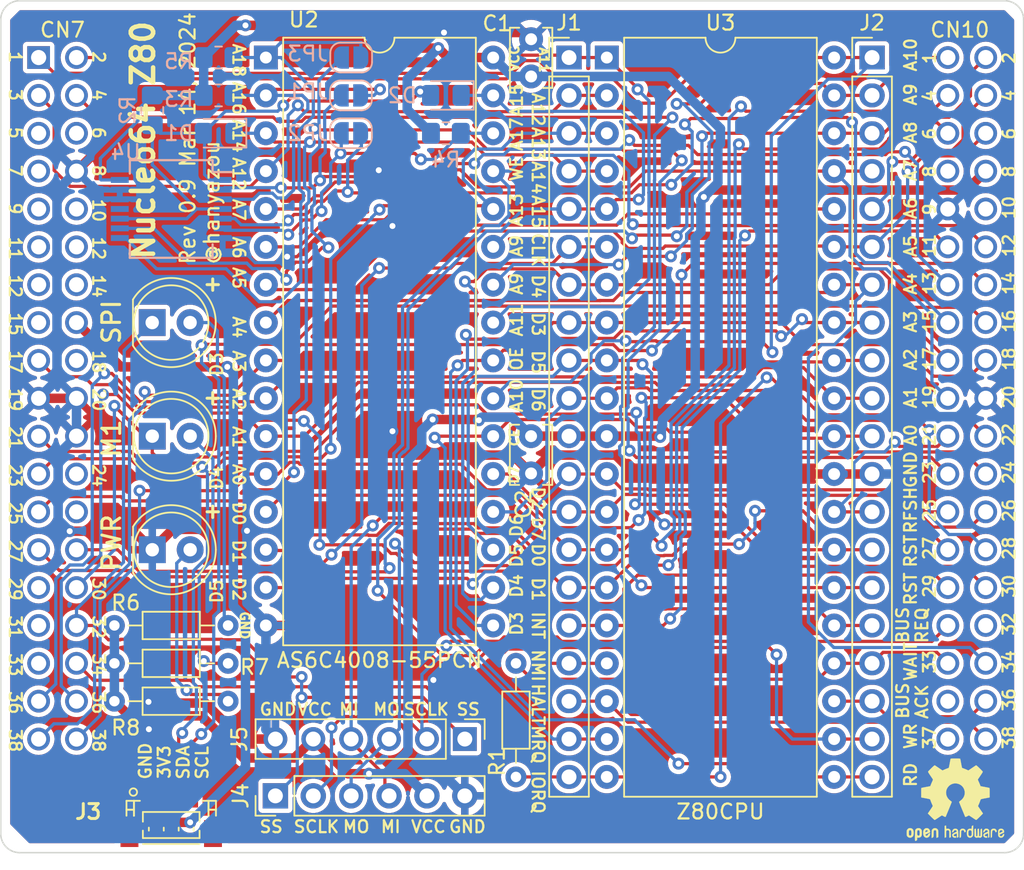
<source format=kicad_pcb>
(kicad_pcb (version 20221018) (generator pcbnew)
  (layers (0 "F.Cu" signal) (31 "B.Cu" signal) (34 "B.Paste" user) (35 "F.Paste" user) (36 "B.SilkS" user "B.Silkscreen") (37 "F.SilkS" user "F.Silkscreen") (38 "B.Mask" user) (39 "F.Mask" user) (44 "Edge.Cuts" user))
  (net 0 "")
  (net 1 "Net-(D1-A)")
  (net 2 "~{SPI1_SS}")
  (net 3 "VCC")
  (net 4 "GND")
  (net 5 "~{WAIT}")
  (net 6 "~{IORQ}")
  (net 15 "3V3")
  (net 25 "A10")
  (net 26 "A11")
  (net 27 "A12")
  (net 28 "A13")
  (net 29 "A14")
  (net 30 "A15")
  (net 31 "A2")
  (net 32 "A1")
  (net 33 "A3")
  (net 34 "A0")
  (net 35 "A9")
  (net 36 "A8")
  (net 37 "D0")
  (net 38 "A6")
  (net 39 "D1")
  (net 40 "A5")
  (net 41 "D4")
  (net 42 "D3")
  (net 43 "A7")
  (net 44 "D2")
  (net 45 "D7")
  (net 46 "D6")
  (net 47 "D5")
  (net 48 "A4")
  (net 49 "A18")
  (net 50 "A16")
  (net 51 "A17")
  (net 52 "~{RESET}")
  (net 53 "Net-(D3-A)")
  (net 54 "Net-(D4-A)")
  (net 55 "~{BUSRQ}")
  (net 56 "I2C1_SDA")
  (net 57 "~{CLK}")
  (net 58 "~{M1}")
  (net 59 "~{NMI}")
  (net 60 "~{INT}")
  (net 61 "~{WR}")
  (net 62 "BANK_SEL0")
  (net 63 "~{RD}")
  (net 64 "BANK_SEL1")
  (net 65 "I2C1_SCL")
  (net 66 "~{RFSH}")
  (net 67 "BANK_SEL2")
  (net 68 "~{MREQ}")
  (net 69 "SPI1_MISO")
  (net 70 "SPI1_MOSI")
  (net 71 "SPI1_SCLK")
  (net 72 "Net-(D5-A)")
  (net 73 "~{HALT}")
  (net 74 "~{BUSACK}")
  (footprint "Connector_PinHeader_2.54mm:PinHeader_1x20_P2.54mm_Vertical" (layer "F.Cu") (at 143.51 96.52)
    (fp_text reference "J1")
    (fp_text value "Conn_01x20_Pin")
  )
  (footprint "LED_THT:LED_D5.0mm" (layer "F.Cu") (at 115.57 129.54)
    (fp_text reference "D5")
    (fp_text value "LED")
  )
  (footprint "Connector_PinHeader_2.54mm:PinHeader_1x20_P2.54mm_Vertical" (layer "F.Cu") (at 163.83 96.52)
    (fp_text reference "J2")
    (fp_text value "Conn_01x20_Pin")
  )
  (footprint "Package_DIP:DIP-32_W15.24mm" (layer "F.Cu") (at 123.185 96.52)
    (fp_text reference "U2")
    (fp_text value "AS6C4008-55PCN")
  )
  (footprint "Package_DIP:DIP-40_W15.24mm" (layer "F.Cu") (at 146.045 96.52)
    (fp_text reference "U3")
    (fp_text value "Z80CPU")
  )
  (footprint "library:Qwiic_I2C_1.00mm_4pin" (layer "F.Cu") (at 116.84 147.32 180)
    (fp_text reference "J3")
    (fp_text value "Qwiic_connector")
  )
  (footprint "Connector_PinHeader_2.54mm:PinHeader_1x06_P2.54mm_Vertical" (layer "F.Cu") (at 123.825 146.05 90)
    (fp_text reference "J4")
    (fp_text value "SD Card slot")
  )
  (footprint "Resistor_THT:R_Axial_DIN0204_L3.6mm_D1.6mm_P7.62mm_Horizontal" (layer "F.Cu") (at 139.954 137.16 -90)
    (fp_text reference "R1")
    (fp_text value "R_Small")
  )
  (footprint "Resistor_THT:R_Axial_DIN0204_L3.6mm_D1.6mm_P7.62mm_Horizontal" (layer "F.Cu") (at 113.03 134.62)
    (fp_text reference "R6")
    (fp_text value "100")
  )
  (footprint "Connector_PinHeader_2.54mm:PinHeader_1x06_P2.54mm_Vertical" (layer "F.Cu") (at 136.525 142.24 -90)
    (fp_text reference "J5")
    (fp_text value "SD Card slot")
  )
  (footprint "Resistor_THT:R_Axial_DIN0204_L3.6mm_D1.6mm_P7.62mm_Horizontal" (layer "F.Cu") (at 113.03 139.7)
    (fp_text reference "R8")
    (fp_text value "100")
  )
  (footprint "Capacitor_THT:C_Disc_D3.8mm_W2.6mm_P2.50mm" (layer "F.Cu") (at 140.965 121.92 -90)
    (fp_text reference "C2")
    (fp_text value "C_Small")
  )
  (footprint "library:NUCLEO64_morpho" (layer "F.Cu") (at 139.7 106.03)
    (fp_text reference "U1" hide)
    (fp_text value "~")
  )
  (footprint "Resistor_THT:R_Axial_DIN0204_L3.6mm_D1.6mm_P7.62mm_Horizontal" (layer "F.Cu") (at 113.03 137.16)
    (fp_text reference "R7")
    (fp_text value "100")
  )
  (footprint "LED_THT:LED_D5.0mm" (layer "F.Cu") (at 115.565 114.3)
    (fp_text reference "D3")
    (fp_text value "LED")
  )
  (footprint "LED_THT:LED_D5.0mm" (layer "F.Cu") (at 115.57 121.92)
    (fp_text reference "D4")
    (fp_text value "LED")
  )
  (footprint "Capacitor_THT:C_Disc_D3.8mm_W2.6mm_P2.50mm" (layer "F.Cu") (at 140.97 97.79 90)
    (fp_text reference "C1")
    (fp_text value "C_Small")
  )
  (footprint "Symbol:OSHW-Logo2_7.3x6mm_SilkScreen" (layer "F.Cu") (at 169.418 146.304)
    (fp_text reference "REF**" hide)
    (fp_text value "OSHW-Logo2_7.3x6mm_SilkScreen" hide)
  )
  (footprint "Jumper:SolderJumper-2_P1.3mm_Open_RoundedPad1.0x1.5mm" (layer "B.Cu") (at 128.89 99.06)
    (fp_text reference "JP1")
    (fp_text value "SolderJumper_2_Open")
  )
  (footprint "Resistor_SMD:R_0805_2012Metric_Pad1.20x1.40mm_HandSolder" (layer "B.Cu") (at 120.015 96.52)
    (fp_text reference "R5")
    (fp_text value "10K")
  )
  (footprint "Diode_SMD:D_0805_2012Metric_Pad1.15x1.40mm_HandSolder" (layer "B.Cu") (at 120.015 101.6 180)
    (fp_text reference "D1")
    (fp_text value "1N4001")
  )
  (footprint "Jumper:SolderJumper-2_P1.3mm_Open_RoundedPad1.0x1.5mm" (layer "B.Cu") (at 128.89 101.6 180)
    (fp_text reference "JP2")
    (fp_text value "SolderJumper_2_Open")
  )
  (footprint "Resistor_SMD:R_0805_2012Metric_Pad1.20x1.40mm_HandSolder" (layer "B.Cu") (at 120.015 99.06)
    (fp_text reference "R3")
    (fp_text value "10K")
  )
  (footprint "Resistor_SMD:R_0805_2012Metric_Pad1.20x1.40mm_HandSolder" (layer "B.Cu") (at 135.255 101.6)
    (fp_text reference "R4")
    (fp_text value "10K")
  )
  (footprint "Jumper:SolderJumper-2_P1.3mm_Open_RoundedPad1.0x1.5mm" (layer "B.Cu") (at 128.905 96.52)
    (fp_text reference "JP3")
    (fp_text value "SolderJumper_2_Open")
  )
  (footprint "Package_SO:SSOP-14_5.3x6.2mm_P0.65mm" (layer "B.Cu") (at 116.84 106.68 180)
    (fp_text reference "U4")
    (fp_text value "74LS125")
  )
  (footprint "Diode_SMD:D_0805_2012Metric_Pad1.15x1.40mm_HandSolder" (layer "B.Cu") (at 135.255 99.06 180)
    (fp_text reference "D2")
    (fp_text value "1N4001")
  )
  (footprint "Resistor_SMD:R_0805_2012Metric_Pad1.20x1.40mm_HandSolder" (layer "B.Cu") (at 115.57 100.06 -90)
    (fp_text reference "R2")
    (fp_text value "1K")
  )
  (gr_arc (start 173.99 148.59) (mid 173.618026 149.488026) (end 172.72 149.86) (stroke (width 0.1)) (layer "Edge.Cuts"))
  (gr_arc (start 106.68 149.86) (mid 105.781974 149.488026) (end 105.41 148.59) (stroke (width 0.1)) (layer "Edge.Cuts"))
  (gr_line (start 106.68 92.71) (end 172.72 92.71) (stroke (width 0.1)) (layer "Edge.Cuts"))
  (gr_arc (start 105.41 93.98) (mid 105.781974 93.081974) (end 106.68 92.71) (stroke (width 0.1)) (layer "Edge.Cuts"))
  (gr_arc (start 172.72 92.71) (mid 173.618026 93.081974) (end 173.99 93.98) (stroke (width 0.1)) (layer "Edge.Cuts"))
  (gr_line (start 106.68 149.86) (end 172.72 149.86) (stroke (width 0.1)) (layer "Edge.Cuts"))
  (gr_line (start 173.99 93.98) (end 173.99 148.59) (stroke (width 0.1)) (layer "Edge.Cuts"))
  (gr_line (start 105.41 93.98) (end 105.41 148.59) (stroke (width 0.1)) (layer "Edge.Cuts"))
  (gr_text "20" (at 111.506 118.618 -90) (layer "F.SilkS") (effects (font (size 0.8 0.8) (thickness 0.15) bold) (justify left bottom)))
  (gr_text "8" (at 168.148 104.648 90) (layer "F.SilkS") (effects (font (size 0.8 0.8) (thickness 0.15) bold) (justify left bottom)))
  (gr_text "A9" (at 140.462 112.522 90) (layer "F.SilkS") (effects (font (size 0.8 0.8) (thickness 0.15) bold) (justify left bottom)))
  (gr_text "A2" (at 120.904 118.618 270) (layer "F.SilkS") (effects (font (size 0.8 0.8) (thickness 0.15) bold) (justify left bottom)))
  (gr_text "A6" (at 120.904 108.458 270) (layer "F.SilkS") (effects (font (size 0.8 0.8) (thickness 0.15) bold) (justify left bottom)))
  (gr_text "M1" (at 113.543 123.46483 90) (layer "F.SilkS") (effects (font (size 1.2 1.2) (thickness 0.2) bold) (justify left bottom)))
  (gr_text "D6" (at 140.97 118.618 270) (layer "F.SilkS") (effects (font (size 0.8 0.8) (thickness 0.15) bold) (justify left bottom)))
  (gr_text "3" (at 105.918 98.552 270) (layer "F.SilkS") (effects (font (size 0.8 0.8) (thickness 0.15) bold) (justify left bottom)))
  (gr_text "OE" (at 140.462 117.602 90) (layer "F.SilkS") (effects (font (size 0.8 0.8) (thickness 0.15) bold) (justify left bottom)))
  (gr_text "GND" (at 121.412 133.604 270) (layer "F.SilkS") (effects (font (size 0.6 0.6) (thickness 0.15) bold) (justify left bottom)))
  (gr_text "HALT" (at 140.97 138.43 270) (layer "F.SilkS") (effects (font (size 0.8 0.8) (thickness 0.15) bold) (justify left bottom)))
  (gr_text "A8" (at 166.878 102.362 90) (layer "F.SilkS") (effects (font (size 0.8 0.8) (thickness 0.15) bold) (justify left bottom)))
  (gr_text "4" (at 111.506 98.552 -90) (layer "F.SilkS") (effects (font (size 0.8 0.8) (thickness 0.15) bold) (justify left bottom)))
  (gr_text "D1" (at 120.904 128.778 270) (layer "F.SilkS") (effects (font (size 0.8 0.8) (thickness 0.15) bold) (justify left bottom)))
  (gr_text "WR" (at 166.878 143.002 90) (layer "F.SilkS") (effects (font (size 0.8 0.8) (thickness 0.15) bold) (justify left bottom)))
  (gr_text "D5" (at 140.97 116.078 270) (layer "F.SilkS") (effects (font (size 0.8 0.8) (thickness 0.15) bold) (justify left bottom)))
  (gr_text "37" (at 168.148 143.002 90) (layer "F.SilkS") (effects (font (size 0.8 0.8) (thickness 0.15) bold) (justify left bottom)))
  (gr_text "6" (at 168.148 102.108 90) (layer "F.SilkS") (effects (font (size 0.8 0.8) (thickness 0.15) bold) (justify left bottom)))
  (gr_text "+" (at 118.872 119.888) (layer "F.SilkS") (effects (font (size 1 1) (thickness 0.2) bold) (justify left bottom)))
  (gr_text "BUS\nACK" (at 167.64 140.97 90) (layer "F.SilkS") (effects (font (size 0.8 0.8) (thickness 0.15) bold) (justify left bottom)))
  (gr_text "26" (at 173.482 127.762 90) (layer "F.SilkS") (effects (font (size 0.8 0.8) (thickness 0.15) bold) (justify left bottom)))
  (gr_text "25" (at 105.918 126.238 270) (layer "F.SilkS") (effects (font (size 0.8 0.8) (thickness 0.15) bold) (justify left bottom)))
  (gr_text "A9" (at 166.878 99.822 90) (layer "F.SilkS") (effects (font (size 0.8 0.8) (thickness 0.15) bold) (justify left bottom)))
  (gr_text "GND" (at 122.682 140.716) (layer "F.SilkS") (effects (font (size 0.8 0.8) (thickness 0.15) bold) (justify left bottom)))
  (gr_text "A5" (at 120.904 110.49 270) (layer "F.SilkS") (effects (font (size 0.8 0.8) (thickness 0.15) bold) (justify left bottom)))
  (gr_text "34" (at 111.506 136.398 -90) (layer "F.SilkS") (effects (font (size 0.8 0.8) (thickness 0.15) bold) (justify left bottom)))
  (gr_text "GND" (at 135.382 148.59) (layer "F.SilkS") (effects (font (size 0.8 0.8) (thickness 0.15) bold) (justify left bottom)))
  (gr_text "+" (at 118.872 127.508) (layer "F.SilkS") (effects (font (size 1 1) (thickness 0.2) bold) (justify left bottom)))
  (gr_text "A3" (at 166.878 115.062 90) (layer "F.SilkS") (effects (font (size 0.8 0.8) (thickness 0.15) bold) (justify left bottom)))
  (gr_text "GND" (at 115.57 145.034 90) (layer "F.SilkS") (effects (font (size 0.8 0.8) (thickness 0.15) bold) (justify left bottom)))
  (gr_text "18" (at 173.482 117.602 90) (layer "F.SilkS") (effects (font (size 0.8 0.8) (thickness 0.15) bold) (justify left bottom)))
  (gr_text "25" (at 168.148 127.762 90) (layer "F.SilkS") (effects (font (size 0.8 0.8) (thickness 0.15) bold) (justify left bottom)))
  (gr_text "A0" (at 166.878 122.682 90) (layer "F.SilkS") (effects (font (size 0.8 0.8) (thickness 0.15) bold) (justify left bottom)))
  (gr_text "A13" (at 140.97 101.092 270) (layer "F.SilkS") (effects (font (size 0.8 0.8) (thickness 0.15) bold) (justify left bottom)))
  (gr_text "11" (at 105.918 108.458 270) (layer "F.SilkS") (effects (font (size 0.8 0.8) (thickness 0.15) bold) (justify left bottom)))
  (gr_text "MO" (at 128.27 148.59) (layer "F.SilkS") (effects (font (size 0.8 0.8) (thickness 0.15) bold) (justify left bottom)))
  (gr_text "4" (at 173.482 99.568 90) (layer "F.SilkS") (effects (font (size 0.8 0.8) (thickness 0.15) bold) (justify left bottom)))
  (gr_text "IORQ" (at 140.97 144.272 270) (layer "F.SilkS") (effects (font (size 0.8 0.8) (thickness 0.15) bold) (justify left bottom)))
  (gr_text "MI" (at 130.81 148.59) (layer "F.SilkS") (effects (font (size 0.8 0.8) (thickness 0.15) bold) (justify left bottom)))
  (gr_text "11" (at 168.148 109.982 90) (layer "F.SilkS") (effects (font (size 0.8 0.8) (thickness 0.15) bold) (justify left bottom)))
  (gr_text "PWR" (at 113.543 131.08483 90) (layer "F.SilkS") (effects (font (size 1.2 1.2) (thickness 0.2) bold) (justify left bottom)))
  (gr_text "A15" (at 140.97 105.664 270) (layer "F.SilkS") (effects (font (size 0.8 0.8) (thickness 0.15) bold) (justify left bottom)))
  (gr_text "A2" (at 166.878 117.602 90) (layer "F.SilkS") (effects (font (size 0.8 0.8) (thickness 0.15) bold) (justify left bottom)))
  (gr_text "23" (at 105.918 123.698 270) (layer "F.SilkS") (effects (font (size 0.8 0.8) (thickness 0.15) bold) (justify left bottom)))
  (gr_text "14" (at 111.506 110.998 -90) (layer "F.SilkS") (effects (font (size 0.8 0.8) (thickness 0.15) bold) (justify left bottom)))
  (gr_text "WE" (at 140.462 104.902 90) (layer "F.SilkS") (effects (font (size 0.8 0.8) (thickness 0.15) bold) (justify left bottom)))
  (gr_text "17" (at 168.148 117.602 90) (layer "F.SilkS") (effects (font (size 0.8 0.8) (thickness 0.15) bold) (justify left bottom)))
  (gr_text "RD" (at 166.878 145.542 90) (layer "F.SilkS") (effects (font (size 0.8 0.8) (thickness 0.15) bold) (justify left bottom)))
  (gr_text "21" (at 168.148 122.682 90) (layer "F.SilkS") (effects (font (size 0.8 0.8) (thickness 0.15) bold) (justify left bottom)))
  (gr_text "33" (at 168.148 137.922 90) (layer "F.SilkS") (effects (font (size 0.8 0.8) (thickness 0.15) bold) (justify left bottom)))
  (gr_text "38" (at 111.506 141.478 -90) (layer "F.SilkS") (effects (font (size 0.8 0.8) (thickness 0.15) bold) (justify left bottom)))
  (gr_text "15" (at 105.918 113.538 270) (layer "F.SilkS") (effects (font (size 0.8 0.8) (thickness 0.15) bold) (justify left bottom)))
  (gr_text "D2" (at 120.904 131.318 270) (layer "F.SilkS") (effects (font (size 0.8 0.8) (thickness 0.15) bold) (justify left bottom)))
  (gr_text "A17" (at 140.462 102.87 90) (layer "F.SilkS") (effects (font (size 0.8 0.8) (thickness 0.15) bold) (justify left bottom)))
  (gr_text "RST" (at 166.878 130.81 90) (layer "F.SilkS") (effects (font (size 0.8 0.8) (thickness 0.15) bold) (justify left bottom)))
  (gr_text "2" (at 173.482 97.028 90) (layer "F.SilkS") (effects (font (size 0.8 0.8) (thickness 0.15) bold) (justify left bottom)))
  (gr_text "D0" (at 140.97 129.032 270) (layer "F.SilkS") (effects (font (size 0.8 0.8) (thickness 0.15) bold) (justify left bottom)))
  (gr_text "14" (at 173.482 112.522 90) (layer "F.SilkS") (effects (font (size 0.8 0.8) (thickness 0.15) bold) (justify left bottom)))
  (gr_text "12" (at 173.482 109.982 90) (layer "F.SilkS") (effects (font (size 0.8 0.8) (thickness 0.15) bold) (justify left bottom)))
  (gr_text "23" (at 168.148 125.222 90) (layer "F.SilkS") (effects (font (size 0.8 0.8) (thickness 0.15) bold) (justify left bottom)))
  (gr_text "VCC" (at 140.208 97.536 90) (layer "F.SilkS") (effects (font (size 0.6 0.6) (thickness 0.15) bold) (justify left bottom)))
  (gr_text "D2" (at 140.97 125.222 270) (layer "F.SilkS") (effects (font (size 0.8 0.8) (thickness 0.15) bold) (justify left bottom)))
  (gr_text "31" (at 105.918 133.858 270) (layer "F.SilkS") (effects (font (size 0.8 0.8) (thickness 0.15) bold) (justify left bottom)))
  (gr_text "A1" (at 166.878 120.142 90) (layer "F.SilkS") (effects (font (size 0.8 0.8) (thickness 0.15) bold) (justify left bottom)))
  (gr_text "29" (at 105.918 131.318 270) (layer "F.SilkS") (effects (font (size 0.8 0.8) (thickness 0.15) bold) (justify left bottom)))
  (gr_text "D3" (at 140.462 135.382 90) (layer "F.SilkS") (effects (font (size 0.8 0.8) (thickness 0.15) bold) (justify left bottom)))
  (gr_text "D4" (at 140.462 132.842 90) (layer "F.SilkS") (effects (font (size 0.8 0.8) (thickness 0.15) bold) (justify left bottom)))
  (gr_text "6" (at 111.506 101.092 -90) (layer "F.SilkS") (effects (font (size 0.8 0.8) (thickness 0.15) bold) (justify left bottom)))
  (gr_text "8" (at 111.506 103.632 -90) (layer "F.SilkS") (effects (font (size 0.8 0.8) (thickness 0.15) bold) (justify left bottom)))
  (gr_text "5" (at 105.918 101.092 270) (layer "F.SilkS") (effects (font (size 0.8 0.8) (thickness 0.15) bold) (justify left bottom)))
  (gr_text "19" (at 105.918 118.618 270) (layer "F.SilkS") (effects (font (size 0.8 0.8) (thickness 0.15) bold) (justify left bottom)))
  (gr_text "SPI" (at 113.538 115.845 90) (layer "F.SilkS") (effects (font (size 1.2 1.2) (thickness 0.2) bold) (justify left bottom)))
  (gr_text "NMI" (at 140.97 136.144 270) (layer "F.SilkS") (effects (font (size 0.8 0.8) (thickness 0.15) bold) (justify left bottom)))
  (gr_text "9" (at 105.918 106.172 270) (layer "F.SilkS") (effects (font (size 0.8 0.8) (thickness 0.15) bold) (justify left bottom)))
  (gr_text "SCLK" (at 124.968 148.59) (layer "F.SilkS") (effects (font (size 0.8 0.8) (thickness 0.15) bold) (justify left bottom)))
  (gr_text "WAIT" (at 166.878 138.43 90) (layer "F.SilkS") (effects (font (size 0.8 0.8) (thickness 0.15) bold) (justify left bottom)))
  (gr_text "1" (at 168.148 97.028 90) (layer "F.SilkS") (effects (font (size 0.8 0.8) (thickness 0.15) bold) (justify left bottom)))
  (gr_text "24" (at 173.482 125.222 90) (layer "F.SilkS") (effects (font (size 0.8 0.8) (thickness 0.15) bold) (justify left bottom)))
  (gr_text "A0" (at 120.904 123.698 270) (layer "F.SilkS") (effects (font (size 0.8 0.8) (thickness 0.15) bold) (justify left bottom)))
  (gr_text "10" (at 173.482 107.442 90) (layer "F.SilkS") (effects (font (size 0.8 0.8) (thickness 0.15) bold) (justify left bottom)))
  (gr_text "A7" (at 120.904 105.918 270) (layer "F.SilkS") (effects (font (size 0.8 0.8) (thickness 0.15) bold) (justify left bottom)))
  (gr_text "36" (at 173.482 140.462 90) (layer "F.SilkS") (effects (font (size 0.8 0.8) (thickness 0.15) bold) (justify left bottom)))
  (gr_text "6" (at 173.482 102.108 90) (layer "F.SilkS") (effects (font (size 0.8 0.8) (thickness 0.15) bold) (justify left bottom)))
  (gr_text "38" (at 105.918 141.478 -90) (layer "F.SilkS") (effects (font (size 0.8 0.8) (thickness 0.15) bold) (justify left bottom)))
  (gr_text "RFSH" (at 166.878 128.524 90) (layer "F.SilkS") (effects (font (size 0.8 0.8) (thickness 0.15) bold) (justify left bottom)))
  (gr_text "28" (at 173.482 130.302 90) (layer "F.SilkS") (effects (font (size 0.8 0.8) (thickness 0.15) bold) (justify left bottom)))
  (gr_text "SS" (at 122.682 148.59) (layer "F.SilkS") (effects (font (size 0.8 0.8) (thickness 0.15) bold) (justify left bottom)))
  (gr_text "2" (at 111.506 96.012 -90) (layer "F.SilkS") (effects (font (size 0.8 0.8) (thickness 0.15) bold) (justify left bottom)))
  (gr_text "MI" (at 128.016 140.716) (layer "F.SilkS") (effects (font (size 0.8 0.8) (thickness 0.15) bold) (justify left bottom)))
  (gr_text "SCL" (at 119.38 145.034 90) (layer "F.SilkS") (effects (font (size 0.8 0.8) (thickness 0.15) bold) (justify left bottom)))
  (gr_text "A3" (at 120.904 116.078 270) (layer "F.SilkS") (effects (font (size 0.8 0.8) (thickness 0.15) bold) (justify left bottom)))
  (gr_text "16" (at 173.482 115.062 90) (layer "F.SilkS") (effects (font (size 0.8 0.8) (thickness 0.15) bold) (justify left bottom)))
  (gr_text "12" (at 105.918 110.998 270) (layer "F.SilkS") (effects (font (size 0.8 0.8) (thickness 0.15) bold) (justify left bottom)))
  (gr_text "A7" (at 166.878 104.902 90) (layer "F.SilkS") (effects (font (size 0.8 0.8) (thickness 0.15) bold) (justify left bottom)))
  (gr_text "A4" (at 120.904 113.792 270) (layer "F.SilkS") (effects (font (size 0.8 0.8) (thickness 0.15) bold) (justify left bottom)))
  (gr_text "A13" (at 140.462 107.95 90) (layer "F.SilkS") (effects (font (size 0.8 0.8) (thickness 0.15) bold) (justify left bottom)))
  (gr_text "D4" (at 140.97 110.998 270) (layer "F.SilkS") (effects (font (size 0.8 0.8) (thickness 0.15) bold) (justify left bottom)))
  (gr_text "RST" (at 166.878 133.35 90) (layer "F.SilkS") (effects (font (size 0.8 0.8) (thickness 0.15) bold) (justify left bottom)))
  (gr_text "+" (at 118.872 112.268) (layer "F.SilkS") (effects (font (size 1 1) (thickness 0.2) bold) (justify left bottom)))
  (gr_text "VCC" (at 132.842 148.59) (layer "F.SilkS") (effects (font (size 0.8 0.8) (thickness 0.15) bold) (justify left bottom)))
  (gr_text "12" (at 111.506 108.458 -90) (layer "F.SilkS") (effects (font (size 0.8 0.8) (thickness 0.15) bold) (justify left bottom)))
  (gr_text "CE" (at 140.208 122.682 90) (layer "F.SilkS") (effects (font (size 0.6 0.6) (thickness 0.15) bold) (justify left bottom)))
  (gr_text "A6" (at 166.878 107.442 90) (layer "F.SilkS") (effects (font (size 0.8 0.8) (thickness 0.15) bold) (justify left bottom)))
  (gr_text "Rev 0.9 Mar 14, 2024\n@hanyazou" (at 120.142 110.49 90) (layer "F.SilkS") (effects (font (size 1 1)) (justify left bottom)))
  (gr_text "18" (at 111.506 116.078 -90) (layer "F.SilkS") (effects (font (size 0.8 0.8) (thickness 0.15) bold) (justify left bottom)))
  (gr_text "A12" (at 140.97 98.806 270) (layer "F.SilkS") (effects (font (size 0.8 0.8) (thickness 0.15) bold) (justify left bottom)))
  (gr_text "GND" (at 166.878 125.476 90) (layer "F.SilkS") (effects (font (size 0.8 0.8) (thickness 0.15) bold) (justify left bottom)))
  (gr_text "13" (at 168.148 112.522 90) (layer "F.SilkS") (effects (font (size 0.8 0.8) (thickness 0.15) bold) (justify left bottom)))
  (gr_text "38" (at 173.482 143.002 90) (layer "F.SilkS") (effects (font (size 0.8 0.8) (thickness 0.15) bold) (justify left bottom)))
  (gr_text "A9" (at 140.462 109.982 90) (layer "F.SilkS") (effects (font (size 0.8 0.8) (thickness 0.15) bold) (justify left bottom)))
  (gr_text "9" (at 168.148 107.188 90) (layer "F.SilkS") (effects (font (size 0.8 0.8) (thickness 0.15) bold) (justify left bottom)))
  (gr_text "A4" (at 166.878 112.522 90) (layer "F.SilkS") (effects (font (size 0.8 0.8) (thickness 0.15) bold) (justify left bottom)))
  (gr_text "33" (at 105.918 136.398 270) (layer "F.SilkS") (effects (font (size 0.8 0.8) (thickness 0.15) bold) (justify left bottom)))
  (gr_text "CN10" (at 167.64 95.25) (layer "F.SilkS") (effects (font (size 1 1)) (justify left bottom)))
  (gr_text "32" (at 111.506 133.858 -90) (layer "F.SilkS") (effects (font (size 0.8 0.8) (thickness 0.15) bold) (justify left bottom)))
  (gr_text "A11" (at 140.462 115.316 90) (layer "F.SilkS") (effects (font (size 0.8 0.8) (thickness 0.15) bold) (justify left bottom)))
  (gr_text "INT" (at 140.97 133.604 270) (layer "F.SilkS") (effects (font (size 0.8 0.8) (thickness 0.15) bold) (justify left bottom)))
  (gr_text "A14" (at 140.97 103.378 270) (layer "F.SilkS") (effects (font (size 0.8 0.8) (thickness 0.15) bold) (justify left bottom)))
  (gr_text "A10" (at 166.878 97.536 90) (layer "F.SilkS") (effects (font (size 0.8 0.8) (thickness 0.15) bold) (justify left bottom)))
  (gr_text "8" (at 173.482 104.648 90) (layer "F.SilkS") (effects (font (size 0.8 0.8) (thickness 0.15) bold) (justify left bottom)))
  (gr_text "30" (at 111.506 131.318 -90) (layer "F.SilkS") (effects (font (size 0.8 0.8) (thickness 0.15) bold) (justify left bottom)))
  (gr_text "A16" (at 120.904 98.044 270) (layer "F.SilkS") (effects (font (size 0.8 0.8) (thickness 0.15) bold) (justify left bottom)))
  (gr_text "SDA" (at 118.11 145.034 90) (layer "F.SilkS") (effects (font (size 0.8 0.8) (thickness 0.15) bold) (justify left bottom)))
  (gr_text "MO" (at 130.302 140.716) (layer "F.SilkS") (effects (font (size 0.8 0.8) (thickness 0.15) bold) (justify left bottom)))
  (gr_text "D7" (at 140.17 125.19 90) (layer "F.SilkS") (effects (font (size 0.6 0.6) (thickness 0.15) bold) (justify left bottom)))
  (gr_text "D0" (at 120.904 126.238 270) (layer "F.SilkS") (effects (font (size 0.8 0.8) (thickness 0.15) bold) (justify left bottom)))
  (gr_text "32" (at 173.482 135.382 90) (layer "F.SilkS") (effects (font (size 0.8 0.8) (thickness 0.15) bold) (justify left bottom)))
  (gr_text "36" (at 111.506 138.938 -90) (layer "F.SilkS") (effects (font (size 0.8 0.8) (thickness 0.15) bold) (justify left bottom)))
  (gr_text "D1" (at 140.97 131.318 270) (layer "F.SilkS") (effects (font (size 0.8 0.8) (thickness 0.15) bold) (justify left bottom)))
  (gr_text "7" (at 105.918 103.632 270) (layer "F.SilkS") (effects (font (size 0.8 0.8) (thickness 0.15) bold) (justify left bottom)))
  (gr_text "36" (at 105.918 138.938 -90) (layer "F.SilkS") (effects (font (size 0.8 0.8) (thickness 0.15) bold) (justify left bottom)))
  (gr_text "D5" (at 140.462 130.81 90) (layer "F.SilkS") (effects (font (size 0.8 0.8) (thickness 0.15) bold) (justify left bottom)))
  (gr_text "D6" (at 140.462 128.778 90) (layer "F.SilkS") (effects (font (size 0.8 0.8) (thickness 0.15) bold) (justify left bottom)))
  (gr_text "30" (at 173.482 132.842 90) (layer "F.SilkS") (effects (font (size 0.8 0.8) (thickness 0.15) bold) (justify left bottom)))
  (gr_text "15" (at 168.148 115.062 90) (layer "F.SilkS") (effects (font (size 0.8 0.8) (thickness 0.15) bold) (justify left bottom)))
  (gr_text "20" (at 173.482 120.142 90) (layer "F.SilkS") (effects (font (size 0.8 0.8) (thickness 0.15) bold) (justify left bottom)))
  (gr_text "MRQ" (at 140.97 141.224 270) (layer "F.SilkS") (effects (font (size 0.8 0.8) (thickness 0.15) bold) (justify left bottom)))
  (gr_text "BUS\nREQ" (at 167.64 135.89 90) (layer "F.SilkS") (effects (font (size 0.8 0.8) (thickness 0.15) bold) (justify left bottom)))
  (gr_text "3V3" (at 116.84 144.9832 90) (layer "F.SilkS") (effects (font (size 0.8 0.8) (thickness 0.15) bold) (justify left bottom)))
  (gr_text "D7" (at 140.97 127.254 270) (layer "F.SilkS") (effects (font (size 0.8 0.8) (thickness 0.15) bold) (justify left bottom)))
  (gr_text "Nucleo64 Z80" (at 115.824 110.236 90) (layer "F.SilkS") (effects (font (size 1.5 1.5) (thickness 0.3) bold) (justify left bottom)))
  (gr_text "A1" (at 120.904 121.158 270) (layer "F.SilkS") (effects (font (size 0.8 0.8) (thickness 0.15) bold) (justify left bottom)))
  (gr_text "CN7" (at 107.95 95.25) (layer "F.SilkS") (effects (font (size 1 1)) (justify left bottom)))
  (gr_text "A5" (at 166.878 109.982 90) (layer "F.SilkS") (effects (font (size 0.8 0.8) (thickness 0.15) bold) (justify left bottom)))
  (gr_text "A15" (at 140.462 100.584 90) (layer "F.SilkS") (effects (font (size 0.8 0.8) (thickness 0.15) bold) (justify left bottom)))
  (gr_text "A12" (at 120.904 103.124 270) (layer "F.SilkS") (effects (font (size 0.8 0.8) (thickness 0.15) bold) (justify left bottom)))
  (gr_text "A14" (at 120.904 100.584 270) (layer "F.SilkS") (effects (font (size 0.8 0.8) (thickness 0.15) bold) (justify left bottom)))
  (gr_text "A11" (at 141.478 95.758 270) (layer "F.SilkS") (effects (font (size 0.6 0.6) (thickness 0.15) bold) (justify left bottom)))
  (gr_text "34" (at 173.482 137.922 90) (layer "F.SilkS") (effects (font (size 0.8 0.8) (thickness 0.15) bold) (justify left bottom)))
  (gr_text "27" (at 105.918 128.778 270) (layer "F.SilkS") (effects (font (size 0.8 0.8) (thickness 0.15) bold) (justify left bottom)))
  (gr_text "27" (at 168.148 130.302 90) (layer "F.SilkS") (effects (font (size 0.8 0.8) (thickness 0.15) bold) (justify left bottom)))
  (gr_text "SCLK" (at 132.334 140.716) (layer "F.SilkS") (effects (font (size 0.8 0.8) (thickness 0.15) bold) (justify left bottom)))
  (gr_text "21" (at 105.918 121.158 270) (layer "F.SilkS") (effects (font (size 0.8 0.8) (thickness 0.15) bold) (justify left bottom)))
  (gr_text "19" (at 168.148 120.142 90) (layer "F.SilkS") (effects (font (size 0.8 0.8) (thickness 0.15) bold) (justify left bottom)))
  (gr_text "29" (at 168.148 132.842 90) (layer "F.SilkS") (effects (font (size 0.8 0.8) (thickness 0.15) bold) (justify left bottom)))
  (gr_text "D3" (at 140.97 113.538 270) (layer "F.SilkS") (effects (font (size 0.8 0.8) (thickness 0.15) bold) (justify left bottom)))
  (gr_text "CLK" (at 140.97 108.204 270) (layer "F.SilkS") (effects (font (size 0.8 0.8) (thickness 0.15) bold) (justify left bottom)))
  (gr_text "10" (at 111.506 105.918 -90) (layer "F.SilkS") (effects (font (size 0.8 0.8) (thickness 0.15) bold) (justify left bottom)))
  (gr_text "1" (at 105.918 96.012 270) (layer "F.SilkS") (effects (font (size 0.8 0.8) (thickness 0.15) bold) (justify left bottom)))
  (gr_text "24" (at 111.506 123.698 -90) (layer "F.SilkS") (effects (font (size 0.8 0.8) (thickness 0.15) bold) (justify left bottom)))
  (gr_text "A10" (at 140.462 120.396 90) (layer "F.SilkS") (effects (font (size 0.8 0.8) (thickness 0.15) bold) (justify left bottom)))
  (gr_text "VCC" (at 125.222 140.716) (layer "F.SilkS") (effects (font (size 0.8 0.8) (thickness 0.15) bold) (justify left bottom)))
  (gr_text "4" (at 168.148 99.568 90) (layer "F.SilkS") (effects (font (size 0.8 0.8) (thickness 0.15) bold) (justify left bottom)))
  (gr_text "A18" (at 120.904 95.504 270) (layer "F.SilkS") (effects (font (size 0.8 0.8) (thickness 0.15) bold) (justify left bottom)))
  (gr_text "22" (at 173.482 122.682 90) (layer "F.SilkS") (effects (font (size 0.8 0.8) (thickness 0.15) bold) (justify left bottom)))
  (gr_text "17" (at 105.918 116.078 270) (layer "F.SilkS") (effects (font (size 0.8 0.8) (thickness 0.15) bold) (justify left bottom)))
  (gr_text "SS" (at 135.89 140.716) (layer "F.SilkS") (effects (font (size 0.8 0.8) (thickness 0.15) bold) (justify left bottom)))
  (segment (start 125.999771 99.437983) (end 125.612944 99.051156) (width 0.2159) (layer "F.Cu") (net 1))
  (segment (start 132.901617 99.437983) (end 125.999771 99.437983) (width 0.2159) (layer "F.Cu") (net 1))
  (segment (start 133.5336 98.806) (end 132.901617 99.437983) (width 0.2159) (layer "F.Cu") (net 1))
  (segment (start 125.047524 99.051156) (end 124.35564 99.74304) (width 0.2159) (layer "F.Cu") (net 1))
  (segment (start 125.612944 99.051156) (end 125.047524 99.051156) (width 0.2159) (layer "F.Cu") (net 1))
  (via (at 133.5336 98.806) (size 0.8) (drill 0.4) (layers "F.Cu" "B.Cu") (net 1))
  (via (at 124.35564 99.74304) (size 0.8) (drill 0.4) (layers "F.Cu" "B.Cu") (net 1))
  (segment (start 124.35564 99.74304) (end 123.97833 100.12035) (width 0.2159) (layer "B.Cu") (net 1))
  (segment (start 134.23 99.06) (end 133.7876 99.06) (width 0.2159) (layer "B.Cu") (net 1))
  (segment (start 120.29 104.73) (end 119.4366 104.73) (width 0.2159) (layer "B.Cu") (net 1))
  (segment (start 118.99 101.6) (end 116.11 101.6) (width 0.2159) (layer "B.Cu") (net 1))
  (segment (start 118.534203 106.68) (end 118.937127 106.68) (width 0.2159) (layer "B.Cu") (net 1))
  (segment (start 119.4366 104.73) (end 119.0752 104.3686) (width 0.2159) (layer "B.Cu") (net 1))
  (segment (start 115.57 103.715797) (end 118.534203 106.68) (width 0.2159) (layer "B.Cu") (net 1))
  (segment (start 120.46965 100.12035) (end 118.99 101.6) (width 0.2159) (layer "B.Cu") (net 1))
  (segment (start 115.57 101.06) (end 115.57 103.715797) (width 0.2159) (layer "B.Cu") (net 1))
  (segment (start 133.7876 99.06) (end 133.5336 98.806) (width 0.2159) (layer "B.Cu") (net 1))
  (segment (start 120.29 106.68) (end 118.937127 106.68) (width 0.2159) (layer "B.Cu") (net 1))
  (segment (start 113.39 107.33) (end 117.884203 107.33) (width 0.2159) (layer "B.Cu") (net 1))
  (segment (start 123.97833 100.12035) (end 120.46965 100.12035) (width 0.2159) (layer "B.Cu") (net 1))
  (segment (start 116.11 101.6) (end 115.57 101.06) (width 0.2159) (layer "B.Cu") (net 1))
  (segment (start 117.884203 107.33) (end 118.534203 106.68) (width 0.2159) (layer "B.Cu") (net 1))
  (segment (start 119.0752 104.3686) (end 119.0752 101.6852) (width 0.2159) (layer "B.Cu") (net 1))
  (segment (start 119.0752 101.6852) (end 118.99 101.6) (width 0.2159) (layer "B.Cu") (net 1))
  (segment (start 113.460541 135.547599) (end 120.219459 135.547599) (width 0.2159) (layer "F.Cu") (net 2))
  (segment (start 121.76275 135.58035) (end 121.8184 135.636) (width 0.2159) (layer "F.Cu") (net 2))
  (segment (start 124.2568 138.0744) (end 125.5834 138.0744) (width 0.2159) (layer "F.Cu") (net 2))
  (segment (start 133.731 139.446) (end 125.5834 139.446) (width 0.2159) (layer "F.Cu") (net 2))
  (segment (start 136.525 142.24) (end 133.731 139.446) (width 0.2159) (layer "F.Cu") (net 2))
  (segment (start 111.67186 134.62) (end 112.63221 135.58035) (width 0.2159) (layer "F.Cu") (net 2))
  (segment (start 120.25221 135.58035) (end 121.76275 135.58035) (width 0.2159) (layer "F.Cu") (net 2))
  (segment (start 120.219459 135.547599) (end 120.25221 135.58035) (width 0.2159) (layer "F.Cu") (net 2))
  (segment (start 112.63221 135.58035) (end 113.42779 135.58035) (width 0.2159) (layer "F.Cu") (net 2))
  (segment (start 110.49 134.62) (end 111.67186 134.62) (width 0.2159) (layer "F.Cu") (net 2))
  (segment (start 121.8184 135.636) (end 124.2568 138.0744) (width 0.2159) (layer "F.Cu") (net 2))
  (segment (start 113.42779 135.58035) (end 113.460541 135.547599) (width 0.2159) (layer "F.Cu") (net 2))
  (via (at 125.5834 139.446) (size 0.8) (drill 0.4) (layers "F.Cu" "B.Cu") (net 2))
  (via (at 125.5834 138.0744) (size 0.8) (drill 0.4) (layers "F.Cu" "B.Cu") (net 2))
  (segment (start 113.6396 130.376222) (end 113.6396 120.719569) (width 0.2159) (layer "B.Cu") (net 2))
  (segment (start 113.68985 120.669319) (end 113.68985 116.17515) (width 0.2159) (layer "B.Cu") (net 2))
  (segment (start 125.291351 139.738049) (end 125.5834 139.446) (width 0.2159) (layer "B.Cu") (net 2))
  (segment (start 125.291351 144.583649) (end 125.291351 139.738049) (width 0.2159) (layer "B.Cu") (net 2))
  (segment (start 110.49 134.62) (end 110.49 133.525822) (width 0.2159) (layer "B.Cu") (net 2))
  (segment (start 125.5834 138.0744) (end 125.5834 139.446) (width 0.2159) (layer "B.Cu") (net 2))
  (segment (start 113.68985 116.17515) (end 115.565 114.3) (width 0.2159) (layer "B.Cu") (net 2))
  (segment (start 110.49 133.525822) (end 113.6396 130.376222) (width 0.2159) (layer "B.Cu") (net 2))
  (segment (start 123.825 146.05) (end 125.291351 144.583649) (width 0.2159) (layer "B.Cu") (net 2))
  (segment (start 113.6396 120.719569) (end 113.68985 120.669319) (width 0.2159) (layer "B.Cu") (net 2))
  (segment (start 126.365 142.24) (end 128.6891 144.5641) (width 0.635) (layer "F.Cu") (net 3))
  (segment (start 121.8184 94.361) (end 129.7686 94.361) (width 0.635) (layer "F.Cu") (net 3))
  (segment (start 126.365 142.24) (end 125.0951 143.5099) (width 0.635) (layer "F.Cu") (net 3))
  (segment (start 146.045 121.92) (end 149.56974 121.92) (width 0.635) (layer "F.Cu") (net 3))
  (segment (start 114.0148 140.6848) (end 113.03 139.7) (width 0.635) (layer "F.Cu") (net 3))
  (segment (start 137.465134 120.852866) (end 137.414668 120.8024) (width 0.635) (layer "F.Cu") (net 3))
  (segment (start 135.382 96.52) (end 134.747 95.885) (width 0.635) (layer "F.Cu") (net 3))
  (segment (start 138.425 96.52) (end 135.382 96.52) (width 0.635) (layer "F.Cu") (net 3))
  (segment (start 143.51 121.92) (end 146.045 121.92) (width 0.635) (layer "F.Cu") (net 3))
  (segment (start 131.2926 95.885) (end 134.747 95.885) (width 0.635) (layer "F.Cu") (net 3))
  (segment (start 137.414668 120.8024) (end 134.366 120.8024) (width 0.635) (layer "F.Cu") (net 3))
  (segment (start 121.692565 143.5099) (end 118.867465 140.6848) (width 0.635) (layer "F.Cu") (net 3))
  (segment (start 149.56974 121.92) (end 149.621103 121.971363) (width 0.635) (layer "F.Cu") (net 3))
  (segment (start 128.6891 144.5641) (end 130.0988 144.5641) (width 0.635) (layer "F.Cu") (net 3))
  (segment (start 129.7686 94.361) (end 131.2926 95.885) (width 0.635) (layer "F.Cu") (net 3))
  (segment (start 118.867465 140.6848) (end 114.0148 140.6848) (width 0.635) (layer "F.Cu") (net 3))
  (segment (start 125.0951 143.5099) (end 121.692565 143.5099) (width 0.635) (layer "F.Cu") (net 3))
  (segment (start 143.51 121.92) (end 140.965 121.92) (width 0.635) (layer "F.Cu") (net 3))
  (segment (start 170.1801 105.4099) (end 153.013017 105.4099) (width 0.635) (layer "F.Cu") (net 3))
  (segment (start 153.013017 105.4099) (end 152.548292 105.874625) (width 0.635) (layer "F.Cu") (net 3))
  (segment (start 171.45 104.14) (end 170.1801 105.4099) (width 0.635) (layer "F.Cu") (net 3))
  (via (at 152.548292 105.874625) (size 0.8) (drill 0.4) (layers "F.Cu" "B.Cu") (net 3))
  (via (at 121.8184 94.361) (size 0.8) (drill 0.4) (layers "F.Cu" "B.Cu") (net 3))
  (via (at 134.747 95.885) (size 0.8) (drill 0.4) (layers "F.Cu" "B.Cu") (net 3))
  (via (at 130.0988 144.5641) (size 0.8) (drill 0.4) (layers "F.Cu" "B.Cu") (net 3))
  (via (at 149.621103 121.971363) (size 0.8) (drill 0.4) (layers "F.Cu" "B.Cu") (net 3))
  (via (at 134.366 120.8024) (size 0.8) (drill 0.4) (layers "F.Cu" "B.Cu") (net 3))
  (via (at 137.465134 120.852866) (size 0.8) (drill 0.4) (layers "F.Cu" "B.Cu") (net 3))
  (segment (start 140.97 97.79) (end 139.695 97.79) (width 0.635) (layer "B.Cu") (net 3))
  (segment (start 131.207398 144.5641) (end 132.7149 143.056598) (width 0.635) (layer "B.Cu") (net 3))
  (segment (start 140.965 121.92) (end 139.6951 120.6501) (width 0.635) (layer "B.Cu") (net 3))
  (segment (start 152.352455 106.070462) (end 152.352454 108.226141) (width 0.635) (layer "B.Cu") (net 3))
  (segment (start 119.015 99.06) (end 119.015 96.52) (width 0.635) (layer "B.Cu") (net 3))
  (segment (start 113.03 139.7) (end 113.03 137.16) (width 0.635) (layer "B.Cu") (net 3))
  (segment (start 139.695 97.79) (end 138.425 96.52) (width 0.635) (layer "B.Cu") (net 3))
  (segment (start 132.6642 100.0092) (end 132.6642 97.9678) (width 0.635) (layer "B.Cu") (net 3))
  (segment (start 149.776951 121.219347) (end 149.700751 121.295547) (width 0.635) (layer "B.Cu") (net 3))
  (segment (start 139.6951 120.6501) (end 137.6679 120.6501) (width 0.635) (layer "B.Cu") (net 3))
  (segment (start 149.700751 121.891715) (end 149.621103 121.971363) (width 0.635) (layer "B.Cu") (net 3))
  (segment (start 137.6679 120.6501) (end 137.465134 120.852866) (width 0.635) (layer "B.Cu") (net 3))
  (segment (start 121.174 94.361) (end 121.8184 94.361) (width 0.635) (layer "B.Cu") (net 3))
  (segment (start 113.03 134.62) (end 113.03 137.16) (width 0.635) (layer "B.Cu") (net 3))
  (segment (start 112.1468 104.73) (end 112.0902 104.6734) (width 0.2159) (layer "B.Cu") (net 3))
  (segment (start 151.971454 118.618444) (end 149.776951 120.812947) (width 0.635) (layer "B.Cu") (net 3))
  (segment (start 130.0988 144.5641) (end 132.4991 144.5641) (width 0.635) (layer "B.Cu") (net 3))
  (segment (start 151.971454 108.607141) (end 151.971454 118.618444) (width 0.635) (layer "B.Cu") (net 3))
  (segment (start 113.39 104.73) (end 112.1468 104.73) (width 0.2159) (layer "B.Cu") (net 3))
  (segment (start 153.662051 101.285444) (end 153.662051 102.310376) (width 0.635) (layer "B.Cu") (net 3))
  (segment (start 150.166607 97.79) (end 153.662051 101.285444) (width 0.635) (layer "B.Cu") (net 3))
  (segment (start 133.634202 121.534198) (end 134.366 120.8024) (width 0.635) (layer "B.Cu") (net 3))
  (segment (start 152.352454 108.226141) (end 151.971454 108.607141) (width 0.635) (layer "B.Cu") (net 3))
  (segment (start 149.776951 120.812947) (end 149.776951 121.219347) (width 0.635) (layer "B.Cu") (net 3))
  (segment (start 112.0902 104.6734) (end 112.0902 103.2764) (width 0.2159) (layer "B.Cu") (net 3))
  (segment (start 132.7149 143.056598) (end 132.7149 123.529514) (width 0.635) (layer "B.Cu") (net 3))
  (segment (start 153.4922 104.930717) (end 152.548292 105.874625) (width 0.635) (layer "B.Cu") (net 3))
  (segment (start 149.700751 121.295547) (end 149.700751 121.891715) (width 0.635) (layer "B.Cu") (net 3))
  (segment (start 114.60965 100.75695) (end 114.60965 100.02035) (width 0.2159) (layer "B.Cu") (net 3))
  (segment (start 130.0988 144.5641) (end 131.207398 144.5641) (width 0.635) (layer "B.Cu") (net 3))
  (segment (start 115.57 99.06) (end 119.015 99.06) (width 0.635) (layer "B.Cu") (net 3))
  (segment (start 132.6642 97.9678) (end 134.747 95.885) (width 0.635) (layer "B.Cu") (net 3))
  (segment (start 132.7149 123.529514) (end 133.634202 122.610215) (width 0.635) (layer "B.Cu") (net 3))
  (segment (start 134.255 101.6) (end 132.6642 100.0092) (width 0.635) (layer "B.Cu") (net 3))
  (segment (start 132.4991 144.5641) (end 133.985 146.05) (width 0.635) (layer "B.Cu") (net 3))
  (segment (start 152.548292 105.874625) (end 152.352455 106.070462) (width 0.635) (layer "B.Cu") (net 3))
  (segment (start 112.0902 103.2764) (end 114.60965 100.75695) (width 0.2159) (layer "B.Cu") (net 3))
  (segment (start 153.4922 102.480227) (end 153.4922 104.930717) (width 0.635) (layer "B.Cu") (net 3))
  (segment (start 114.60965 100.02035) (end 115.57 99.06) (width 0.2159) (layer "B.Cu") (net 3))
  (segment (start 140.97 97.79) (end 150.166607 97.79) (width 0.635) (layer "B.Cu") (net 3))
  (segment (start 119.015 96.52) (end 121.174 94.361) (width 0.635) (layer "B.Cu") (net 3))
  (segment (start 133.634202 122.610215) (end 133.634202 121.534198) (width 0.635) (layer "B.Cu") (net 3))
  (segment (start 153.662051 102.310376) (end 153.4922 102.480227) (width 0.635) (layer "B.Cu") (net 3))
  (segment (start 124.6124 109.8804) (end 125.273504 109.8804) (width 0.2159) (layer "F.Cu") (net 4))
  (segment (start 140.965 124.42) (end 139.7351 123.1901) (width 0.635) (layer "F.Cu") (net 4))
  (segment (start 161.285 124.46) (end 163.83 124.46) (width 0.635) (layer "F.Cu") (net 4))
  (segment (start 127.216552 103.928796) (end 130.603842 103.928796) (width 0.635) (layer "F.Cu") (net 4))
  (segment (start 125.273504 109.8804) (end 127.330904 107.823) (width 0.2159) (layer "F.Cu") (net 4))
  (segment (start 121.8202 128.1701) (end 121.92 128.2699) (width 0.635) (layer "F.Cu") (net 4))
  (segment (start 148.161631 124.46) (end 161.285 124.46) (width 0.635) (layer "F.Cu") (net 4))
  (segment (start 146.696544 123.248345) (end 147.205826 123.757627) (width 0.635) (layer "F.Cu") (net 4))
  (segment (start 140.965 124.42) (end 142.1949 123.1901) (width 0.635) (layer "F.Cu") (net 4))
  (segment (start 115.34 141.581) (end 115.3414 141.5796) (width 0.635) (layer "F.Cu") (net 4))
  (segment (start 127.178452 103.890696) (end 127.216552 103.928796) (width 0.635) (layer "F.Cu") (net 4))
  (segment (start 119.12301 139.827499) (end 115.398499 139.827499) (width 0.635) (layer "F.Cu") (net 4))
  (segment (start 139.7351 123.1901) (end 133.2739 123.1901) (width 0.635) (layer "F.Cu") (net 4))
  (segment (start 142.1949 123.1901) (end 146.696544 123.1901) (width 0.635) (layer "F.Cu") (net 4))
  (segment (start 116.9399 128.1701) (end 121.8202 128.1701) (width 0.635) (layer "F.Cu") (net 4))
  (segment (start 133.2739 123.1901) (end 131.673599 121.589799) (width 0.635) (layer "F.Cu") (net 4))
  (segment (start 115.398499 139.827499) (end 115.316 139.745) (width 0.635) (layer "F.Cu") (net 4))
  (segment (start 146.696544 123.1901) (end 146.696544 123.248345) (width 0.635) (layer "F.Cu") (net 4))
  (segment (start 130.603842 103.928796) (end 130.753593 104.078547) (width 0.635) (layer "F.Cu") (net 4))
  (segment (start 140.97 95.29) (end 140.5236 94.8436) (width 0.635) (layer "F.Cu") (net 4))
  (segment (start 107.95 119.38) (end 110.49 119.38) (width 0.635) (layer "F.Cu") (net 4))
  (segment (start 121.535511 142.24) (end 119.12301 139.827499) (width 0.635) (layer "F.Cu") (net 4))
  (segment (start 114.3254 128.2954) (end 110.032798 128.2954) (width 0.635) (layer "F.Cu") (net 4))
  (segment (start 115.34 146.0575) (end 115.34 141.581) (width 0.635) (layer "F.Cu") (net 4))
  (segment (start 147.205826 123.757627) (end 147.459258 123.757627) (width 0.635) (layer "F.Cu") (net 4))
  (segment (start 123.825 142.24) (end 121.535511 142.24) (width 0.635) (layer "F.Cu") (net 4))
  (segment (start 111.7599 102.8701) (end 125.43762 102.8701) (width 0.635) (layer "F.Cu") (net 4))
  (segment (start 123.185 134.62) (end 130.7592 134.62) (width 0.635) (layer "F.Cu") (net 4))
  (segment (start 140.5236 94.8436) (end 135.128 94.8436) (width 0.635) (layer "F.Cu") (net 4))
  (segment (start 127.330904 107.823) (end 131.6736 107.823) (width 0.2159) (layer "F.Cu") (net 4))
  (segment (start 147.459258 123.757627) (end 148.161631 124.46) (width 0.635) (layer "F.Cu") (net 4))
  (segment (start 126.458216 103.890696) (end 127.178452 103.890696) (width 0.635) (layer "F.Cu") (net 4))
  (segment (start 130.7592 134.62) (end 134.4168 138.2776) (width 0.635) (layer "F.Cu") (net 4))
  (segment (start 115.57 129.54) (end 116.9399 128.1701) (width 0.635) (layer "F.Cu") (net 4))
  (segment (start 125.43762 102.8701) (end 126.458216 103.890696) (width 0.635) (layer "F.Cu") (net 4))
  (segment (start 110.49 104.14) (end 111.7599 102.8701) (width 0.635) (layer "F.Cu") (net 4))
  (segment (start 115.57 129.54) (end 114.3254 128.2954) (width 0.635) (layer "F.Cu") (net 4))
  (via (at 124.6124 109.8804) (size 0.8) (drill 0.4) (layers "F.Cu" "B.Cu") (net 4))
  (via (at 110.032798 128.2954) (size 0.8) (drill 0.4) (layers "F.Cu" "B.Cu") (net 4))
  (via (at 135.128 94.8436) (size 0.8) (drill 0.4) (layers "F.Cu" "B.Cu") (net 4))
  (via (at 130.753593 104.078547) (size 0.8) (drill 0.4) (layers "F.Cu" "B.Cu") (net 4))
  (via (at 121.92 128.2699) (size 0.8) (drill 0.4) (layers "F.Cu" "B.Cu") (net 4))
  (via (at 131.673599 121.589799) (size 0.8) (drill 0.4) (layers "F.Cu" "B.Cu") (net 4))
  (via (at 115.316 139.745) (size 0.8) (drill 0.4) (layers "F.Cu" "B.Cu") (net 4))
  (via (at 134.4168 138.2776) (size 0.8) (drill 0.4) (layers "F.Cu" "B.Cu") (net 4))
  (via (at 131.6736 107.823) (size 0.8) (drill 0.4) (layers "F.Cu" "B.Cu") (net 4))
  (via (at 115.3414 141.5796) (size 0.8) (drill 0.4) (layers "F.Cu" "B.Cu") (net 4))
  (segment (start 115.316 139.745) (end 115.3414 139.7704) (width 0.635) (layer "B.Cu") (net 4))
  (segment (start 121.3046 108.63) (end 121.8438 109.1692) (width 0.2159) (layer "B.Cu") (net 4))
  (segment (start 121.9151 133.117765) (end 121.9151 128.2748) (width 0.635) (layer "B.Cu") (net 4))
  (segment (start 113.39 105.38) (end 112.2218 105.38) (width 0.2159) (layer "B.Cu") (net 4))
  (segment (start 167.331909 120.6119) (end 170.2181 120.6119) (width 0.635) (layer "B.Cu") (net 4))
  (segment (start 123.185 134.62) (end 123.19 134.625) (width 0.635) (layer "B.Cu") (net 4))
  (segment (start 121.8438 109.1692) (end 121.8438 109.6518) (width 0.2159) (layer "B.Cu") (net 4))
  (segment (start 107.95 119.38) (end 109.1819 118.1481) (width 0.635) (layer "B.Cu") (net 4))
  (segment (start 112.2218 105.38) (end 112.2172 105.3846) (width 0.2159) (layer "B.Cu") (net 4))
  (segment (start 115.3414 139.7704) (end 115.3414 141.5796) (width 0.635) (layer "B.Cu") (net 4))
  (segment (start 109.1819 118.1481) (end 109.1819 105.4481) (width 0.635) (layer "B.Cu") (net 4))
  (segment (start 111.7346 105.3846) (end 110.49 104.14) (width 0.2159) (layer "B.Cu") (net 4))
  (segment (start 170.2181 120.6119) (end 171.45 119.38) (width 0.635) (layer "B.Cu") (net 4))
  (segment (start 112.2172 105.8672) (end 112.38 106.03) (width 0.2159) (layer "B.Cu") (net 4))
  (segment (start 131.7053 97.6567) (end 134.5184 94.8436) (width 0.635) (layer "B.Cu") (net 4))
  (segment (start 165.315 124.46) (end 163.83 124.46) (width 0.635) (layer "B.Cu") (net 4))
  (segment (start 136.525 146.05) (end 135.2551 144.7801) (width 0.635) (layer "B.Cu") (net 4))
  (segment (start 120.29 108.63) (end 121.3046 108.63) (width 0.2159) (layer "B.Cu") (net 4))
  (segment (start 123.19 134.625) (end 123.19 141.605) (width 0.635) (layer "B.Cu") (net 4))
  (segment (start 166.248961 123.526039) (end 165.315 124.46) (width 0.635) (layer "B.Cu") (net 4))
  (segment (start 121.9151 128.2748) (end 121.92 128.2699) (width 0.635) (layer "B.Cu") (net 4))
  (segment (start 131.6736 107.823) (end 131.6736 121.589798) (width 0.635) (layer "B.Cu") (net 4))
  (segment (start 131.7053 103.12684) (end 131.7053 97.6567) (width 0.635) (layer "B.Cu") (net 4))
  (segment (start 170.2181 118.1481) (end 170.2181 107.9881) (width 0.635) (layer "B.Cu") (net 4))
  (segment (start 166.248961 121.694848) (end 167.331909 120.6119) (width 0.635) (layer "B.Cu") (net 4))
  (segment (start 109.2581 127.5207) (end 110.032798 128.2954) (width 0.635) (layer "B.Cu") (net 4))
  (segment (start 112.2172 105.3846) (end 111.7346 105.3846) (width 0.2159) (layer "B.Cu") (net 4))
  (segment (start 131.6736 121.589798) (end 131.673599 121.589799) (width 0.635) (layer "B.Cu") (net 4))
  (segment (start 110.49 119.38) (end 110.49 121.92) (width 0.635) (layer "B.Cu") (net 4))
  (segment (start 112.38 106.03) (end 113.39 106.03) (width 0.2159) (layer "B.Cu") (net 4))
  (segment (start 123.185 134.62) (end 123.185 134.387665) (width 0.635) (layer "B.Cu") (net 4))
  (segment (start 109.2581 123.1519) (end 109.2581 127.5207) (width 0.635) (layer "B.Cu") (net 4))
  (segment (start 123.19 141.605) (end 123.825 142.24) (width 0.635) (layer "B.Cu") (net 4))
  (segment (start 135.2551 139.1159) (end 134.4168 138.2776) (width 0.635) (layer "B.Cu") (net 4))
  (segment (start 131.6736 104.998554) (end 131.6736 107.823) (width 0.635) (layer "B.Cu") (net 4))
  (segment (start 123.185 134.387665) (end 121.9151 133.117765) (width 0.635) (layer "B.Cu") (net 4))
  (segment (start 130.753593 104.078547) (end 131.7053 103.12684) (width 0.635) (layer "B.Cu") (net 4))
  (segment (start 122.47235 110.28035) (end 124.21245 110.28035) (width 0.2159) (layer "B.Cu") (net 4))
  (segment (start 170.2181 107.9881) (end 168.91 106.68) (width 0.635) (layer "B.Cu") (net 4))
  (segment (start 170.2181 118.1481) (end 171.45 119.38) (width 0.635) (layer "B.Cu") (net 4))
  (segment (start 110.49 121.92) (end 109.2581 123.1519) (width 0.635) (layer "B.Cu") (net 4))
  (segment (start 124.21245 110.28035) (end 124.6124 109.8804) (width 0.2159) (layer "B.Cu") (net 4))
  (segment (start 109.1819 105.4481) (end 110.49 104.14) (width 0.635) (layer "B.Cu") (net 4))
  (segment (start 112.2172 105.3846) (end 112.2172 105.8672) (width 0.2159) (layer "B.Cu") (net 4))
  (segment (start 166.248961 123.526039) (end 166.248961 121.694848) (width 0.635) (layer "B.Cu") (net 4))
  (segment (start 121.8438 109.6518) (end 122.47235 110.28035) (width 0.2159) (layer "B.Cu") (net 4))
  (segment (start 134.5184 94.8436) (end 135.128 94.8436) (width 0.635) (layer "B.Cu") (net 4))
  (segment (start 135.2551 144.7801) (end 135.2551 139.1159) (width 0.635) (layer "B.Cu") (net 4))
  (segment (start 130.753593 104.078547) (end 131.6736 104.998554) (width 0.635) (layer "B.Cu") (net 4))
  (segment (start 168.1734 136.4234) (end 164.5666 136.4234) (width 0.2159) (layer "F.Cu") (net 5))
  (segment (start 168.91 137.16) (end 168.1734 136.4234) (width 0.2159) (layer "F.Cu") (net 5))
  (segment (start 160.2182 138.2268) (end 141.0208 138.2268) (width 0.2159) (layer "F.Cu") (net 5))
  (segment (start 163.83 137.16) (end 161.285 137.16) (width 0.2159) (layer "F.Cu") (net 5))
  (segment (start 164.5666 136.4234) (end 163.83 137.16) (width 0.2159) (layer "F.Cu") (net 5))
  (segment (start 141.0208 138.2268) (end 139.954 137.16) (width 0.2159) (layer "F.Cu") (net 5))
  (segment (start 161.285 137.16) (end 160.2182 138.2268) (width 0.2159) (layer "F.Cu") (net 5))
  (segment (start 146.045 144.78) (end 153.67 144.78) (width 0.2159) (layer "F.Cu") (net 6))
  (segment (start 170.021849 120.491849) (end 160.377137 120.491849) (width 0.2159) (layer "F.Cu") (net 6))
  (segment (start 160.377137 120.491849) (end 159.154303 119.269015) (width 0.2159) (layer "F.Cu") (net 6))
  (segment (start 143.51 144.78) (end 146.045 144.78) (width 0.2159) (layer "F.Cu") (net 6))
  (segment (start 143.51 144.78) (end 139.954 144.78) (width 0.2159) (layer "F.Cu") (net 6))
  (segment (start 157.061294 117.98465) (end 156.765867 117.98465) (width 0.2159) (layer "F.Cu") (net 6))
  (segment (start 171.45 121.92) (end 170.021849 120.491849) (width 0.2159) (layer "F.Cu") (net 6))
  (segment (start 158.345659 119.269015) (end 157.061294 117.98465) (width 0.2159) (layer "F.Cu") (net 6))
  (segment (start 159.154303 119.269015) (end 158.345659 119.269015) (width 0.2159) (layer "F.Cu") (net 6))
  (via (at 156.765867 117.98465) (size 0.8) (drill 0.4) (layers "F.Cu" "B.Cu") (net 6))
  (via (at 153.67 144.78) (size 0.8) (drill 0.4) (layers "F.Cu" "B.Cu") (net 6))
  (segment (start 153.67 144.78) (end 153.67 121.0564) (width 0.2159) (layer "B.Cu") (net 6))
  (segment (start 156.74175 117.98465) (end 156.765867 117.98465) (width 0.2159) (layer "B.Cu") (net 6))
  (segment (start 153.67 121.0564) (end 156.74175 117.98465) (width 0.2159) (layer "B.Cu") (net 6))
  (segment (start 113.4618 117.2718) (end 120.5992 117.2718) (width 0.635) (layer "F.Cu") (net 15))
  (segment (start 110.49 114.3) (end 113.4618 117.2718) (width 0.635) (layer "F.Cu") (net 15))
  (segment (start 116.34 146.0575) (end 116.34 147.4675) (width 0.635) (layer "F.Cu") (net 15))
  (segment (start 116.7005 147.828) (end 118.11 147.828) (width 0.635) (layer "F.Cu") (net 15))
  (segment (start 116.34 147.4675) (end 116.7005 147.828) (width 0.635) (layer "F.Cu") (net 15))
  (via (at 120.5992 117.2718) (size 0.8) (drill 0.4) (layers "F.Cu" "B.Cu") (net 15))
  (via (at 118.11 147.828) (size 0.8) (drill 0.4) (layers "F.Cu" "B.Cu") (net 15))
  (segment (start 121.8199 144.1181) (end 118.11 147.828) (width 0.635) (layer "B.Cu") (net 15))
  (segment (start 121.0056 117.6782) (end 121.0056 133.321111) (width 0.635) (layer "B.Cu") (net 15))
  (segment (start 121.0056 133.321111) (end 121.8199 134.135411) (width 0.635) (layer "B.Cu") (net 15))
  (segment (start 121.8199 134.135411) (end 121.8199 144.1181) (width 0.635) (layer "B.Cu") (net 15))
  (segment (start 120.5992 117.2718) (end 121.0056 117.6782) (width 0.635) (layer "B.Cu") (net 15))
  (segment (start 152.839746 96.52) (end 149.776749 99.582997) (width 0.2159) (layer "F.Cu") (net 25))
  (segment (start 140.530788 96.72965) (end 141.49895 96.72965) (width 0.2159) (layer "F.Cu") (net 25))
  (segment (start 147.366533 115.581651) (end 147.305604 115.520722) (width 0.2159) (layer "F.Cu") (net 25))
  (segment (start 139.312287 97.948151) (end 140.530788 96.72965) (width 0.2159) (layer "F.Cu") (net 25))
  (segment (start 141.49895 96.72965) (end 142.546101 97.776801) (width 0.2159) (layer "F.Cu") (net 25))
  (segment (start 148.797496 115.520722) (end 148.736567 115.581651) (width 0.2159) (layer "F.Cu") (net 25))
  (segment (start 156.450251 115.581651) (end 149.405063 115.581651) (width 0.2159) (layer "F.Cu") (net 25))
  (segment (start 109.004599 97.574599) (end 112.477599 97.574599) (width 0.2159) (layer "F.Cu") (net 25))
  (segment (start 148.096997 99.582997) (end 149.776749 99.582997) (width 0.2159) (layer "F.Cu") (net 25))
  (segment (start 149.344134 115.520722) (end 148.797496 115.520722) (width 0.2159) (layer "F.Cu") (net 25))
  (segment (start 112.851151 97.948151) (end 139.312287 97.948151) (width 0.2159) (layer "F.Cu") (net 25))
  (segment (start 142.546101 97.776801) (end 146.290801 97.776801) (width 0.2159) (layer "F.Cu") (net 25))
  (segment (start 148.736567 115.581651) (end 147.366533 115.581651) (width 0.2159) (layer "F.Cu") (net 25))
  (segment (start 149.405063 115.581651) (end 149.344134 115.520722) (width 0.2159) (layer "F.Cu") (net 25))
  (segment (start 146.290801 97.776801) (end 148.096997 99.582997) (width 0.2159) (layer "F.Cu") (net 25))
  (segment (start 112.477599 97.574599) (end 112.851151 97.948151) (width 0.2159) (layer "F.Cu") (net 25))
  (segment (start 161.285 96.52) (end 152.839746 96.52) (width 0.2159) (layer "F.Cu") (net 25))
  (segment (start 107.95 96.52) (end 109.004599 97.574599) (width 0.2159) (layer "F.Cu") (net 25))
  (segment (start 161.285 96.52) (end 163.83 96.52) (width 0.2159) (layer "F.Cu") (net 25))
  (segment (start 157.1498 116.2812) (end 156.450251 115.581651) (width 0.2159) (layer "F.Cu") (net 25))
  (via (at 157.1498 116.2812) (size 0.8) (drill 0.4) (layers "F.Cu" "B.Cu") (net 25))
  (via (at 147.305604 115.520722) (size 0.8) (drill 0.4) (layers "F.Cu" "B.Cu") (net 25))
  (segment (start 144.98465 116.914911) (end 144.98465 116.400788) (width 0.2159) (layer "B.Cu") (net 25))
  (segment (start 143.62496 118.274601) (end 144.98465 116.914911) (width 0.2159) (layer "B.Cu") (net 25))
  (segment (start 145.864716 115.520722) (end 147.305604 115.520722) (width 0.2159) (layer "B.Cu") (net 25))
  (segment (start 157.0731 101.772338) (end 160.877638 97.9678) (width 0.2159) (layer "B.Cu") (net 25))
  (segment (start 157.1498 116.2812) (end 157.0731 116.2045) (width 0.2159) (layer "B.Cu") (net 25))
  (segment (start 144.98465 116.400788) (end 145.864716 115.520722) (width 0.2159) (layer "B.Cu") (net 25))
  (segment (start 139.530399 118.274601) (end 143.62496 118.274601) (width 0.2159) (layer "B.Cu") (net 25))
  (segment (start 157.0731 116.2045) (end 157.0731 101.772338) (width 0.2159) (layer "B.Cu") (net 25))
  (segment (start 163.83 96.8248) (end 163.83 96.52) (width 0.2159) (layer "B.Cu") (net 25))
  (segment (start 160.877638 97.9678) (end 162.687 97.9678) (width 0.2159) (layer "B.Cu") (net 25))
  (segment (start 138.425 119.38) (end 139.530399 118.274601) (width 0.2159) (layer "B.Cu") (net 25))
  (segment (start 162.687 97.9678) (end 163.83 96.8248) (width 0.2159) (layer "B.Cu") (net 25))
  (segment (start 111.94315 96.52) (end 113.0035 97.58035) (width 0.2159) (layer "F.Cu") (net 26))
  (segment (start 110.49 96.52) (end 111.94315 96.52) (width 0.2159) (layer "F.Cu") (net 26))
  (segment (start 139.159938 97.58035) (end 140.37844 96.361849) (width 0.2159) (layer "F.Cu") (net 26))
  (segment (start 113.0035 97.58035) (end 139.159938 97.58035) (width 0.2159) (layer "F.Cu") (net 26))
  (segment (start 146.045 96.52) (end 148.1074 98.5824) (width 0.2159) (layer "F.Cu") (net 26))
  (segment (start 143.351849 96.361849) (end 143.51 96.52) (width 0.2159) (layer "F.Cu") (net 26))
  (segment (start 148.1074 98.5824) (end 148.1074 98.6594) (width 0.2159) (layer "F.Cu") (net 26))
  (segment (start 143.51 96.52) (end 146.045 96.52) (width 0.2159) (layer "F.Cu") (net 26))
  (segment (start 140.37844 96.361849) (end 143.351849 96.361849) (width 0.2159) (layer "F.Cu") (net 26))
  (via (at 148.1074 98.6594) (size 0.8) (drill 0.4) (layers "F.Cu" "B.Cu") (net 26))
  (segment (start 138.425 114.3) (end 139.48535 113.23965) (width 0.2159) (layer "B.Cu") (net 26))
  (segment (start 139.48535 113.23965) (end 147.02165 113.23965) (width 0.2159) (layer "B.Cu") (net 26))
  (segment (start 147.02165 113.23965) (end 148.870398 111.390902) (width 0.2159) (layer "B.Cu") (net 26))
  (segment (start 148.870398 99.422398) (end 148.1074 98.6594) (width 0.2159) (layer "B.Cu") (net 26))
  (segment (start 148.870398 111.390902) (end 148.870398 99.422398) (width 0.2159) (layer "B.Cu") (net 26))
  (segment (start 108.9914 104.087222) (end 108.9914 100.1014) (width 0.2159) (layer "F.Cu") (net 27))
  (segment (start 110.066528 105.16235) (end 108.9914 104.087222) (width 0.2159) (layer "F.Cu") (net 27))
  (segment (start 122.16265 105.16235) (end 110.066528 105.16235) (width 0.2159) (layer "F.Cu") (net 27))
  (segment (start 142.41835 100.15165) (end 125.763288 100.15165) (width 0.2159) (layer "F.Cu") (net 27))
  (segment (start 108.9914 100.1014) (end 107.95 99.06) (width 0.2159) (layer "F.Cu") (net 27))
  (segment (start 123.185 104.14) (end 122.16265 105.16235) (width 0.2159) (layer "F.Cu") (net 27))
  (segment (start 143.51 99.06) (end 142.41835 100.15165) (width 0.2159) (layer "F.Cu") (net 27))
  (segment (start 125.763288 100.15165) (end 125.331488 99.71985) (width 0.2159) (layer "F.Cu") (net 27))
  (segment (start 143.51 99.06) (end 146.045 99.06) (width 0.2159) (layer "F.Cu") (net 27))
  (via (at 125.331488 99.71985) (size 0.8) (drill 0.4) (layers "F.Cu" "B.Cu") (net 27))
  (segment (start 123.185 104.14) (end 124.6759 102.6491) (width 0.2159) (layer "B.Cu") (net 27))
  (segment (start 124.6759 102.6491) (end 124.6759 100.40675) (width 0.2159) (layer "B.Cu") (net 27))
  (segment (start 125.331488 99.751162) (end 125.331488 99.71985) (width 0.2159) (layer "B.Cu") (net 27))
  (segment (start 124.6759 100.40675) (end 125.331488 99.751162) (width 0.2159) (layer "B.Cu") (net 27))
  (segment (start 126.89195 123.39965) (end 127.5334 122.7582) (width 0.2159) (layer "F.Cu") (net 28))
  (segment (start 114.09905 123.43765) (end 115.2981 124.6367) (width 0.2159) (layer "F.Cu") (net 28))
  (segment (start 125.495818 123.304799) (end 125.590668 123.39965) (width 0.2159) (layer "F.Cu") (net 28))
  (segment (start 119.2033 124.6367) (end 120.44035 123.39965) (width 0.2159) (layer "F.Cu") (net 28))
  (segment (start 107.95 124.46) (end 108.97235 123.43765) (width 0.2159) (layer "F.Cu") (net 28))
  (segment (start 120.44035 123.39965) (end 124.549631 123.39965) (width 0.2159) (layer "F.Cu") (net 28))
  (segment (start 124.549631 123.39965) (end 124.644483 123.304799) (width 0.2159) (layer "F.Cu") (net 28))
  (segment (start 138.206724 106.461724) (end 131.066805 106.461724) (width 0.2159) (layer "F.Cu") (net 28))
  (segment (start 124.644483 123.304799) (end 125.495818 123.304799) (width 0.2159) (layer "F.Cu") (net 28))
  (segment (start 115.2981 124.6367) (end 119.2033 124.6367) (width 0.2159) (layer "F.Cu") (net 28))
  (segment (start 108.97235 123.43765) (end 114.09905 123.43765) (width 0.2159) (layer "F.Cu") (net 28))
  (segment (start 125.590668 123.39965) (end 126.89195 123.39965) (width 0.2159) (layer "F.Cu") (net 28))
  (segment (start 146.045 101.6) (end 143.51 101.6) (width 0.2159) (layer "F.Cu") (net 28))
  (segment (start 131.066805 106.461724) (end 130.8042 106.724329) (width 0.2159) (layer "F.Cu") (net 28))
  (segment (start 138.425 106.68) (end 138.206724 106.461724) (width 0.2159) (layer "F.Cu") (net 28))
  (via (at 127.5334 122.7582) (size 0.8) (drill 0.4) (layers "F.Cu" "B.Cu") (net 28))
  (via (at 130.8042 106.724329) (size 0.8) (drill 0.4) (layers "F.Cu" "B.Cu") (net 28))
  (segment (start 130.2766 107.251929) (end 130.8042 106.724329) (width 0.2159) (layer "B.Cu") (net 28))
  (segment (start 127.5334 122.7582) (end 127.5334 110.044939) (width 0.2159) (layer "B.Cu") (net 28))
  (segment (start 140.0556 101.6) (end 143.51 101.6) (width 0.2159) (layer "B.Cu") (net 28))
  (segment (start 136.42345 104.67845) (end 136.42345 103.4409) (width 0.2159) (layer "B.Cu") (net 28))
  (segment (start 137.203999 102.66035) (end 138.99525 102.66035) (width 0.2159) (layer "B.Cu") (net 28))
  (segment (start 138.425 106.68) (end 136.42345 104.67845) (width 0.2159) (layer "B.Cu") (net 28))
  (segment (start 130.2766 107.301739) (end 130.2766 107.251929) (width 0.2159) (layer "B.Cu") (net 28))
  (segment (start 136.42345 103.4409) (end 137.203999 102.66035) (width 0.2159) (layer "B.Cu") (net 28))
  (segment (start 138.99525 102.66035) (end 140.0556 101.6) (width 0.2159) (layer "B.Cu") (net 28))
  (segment (start 127.5334 110.044939) (end 130.2766 107.301739) (width 0.2159) (layer "B.Cu") (net 28))
  (segment (start 126.1364 102.191561) (end 136.996849 102.191561) (width 0.2159) (layer "F.Cu") (net 29))
  (segment (start 122.53605 125.52035) (end 123.88225 125.52035) (width 0.2159) (layer "F.Cu") (net 29))
  (segment (start 113.45545 125.97765) (end 113.7412 126.2634) (width 0.2159) (layer "F.Cu") (net 29))
  (segment (start 142.4178 103.0478) (end 143.51 104.14) (width 0.2159) (layer "F.Cu") (net 29))
  (segment (start 121.793 126.2634) (end 122.53605 125.52035) (width 0.2159) (layer "F.Cu") (net 29))
  (segment (start 108.97235 125.97765) (end 113.45545 125.97765) (width 0.2159) (layer "F.Cu") (net 29))
  (segment (start 123.776561 102.191561) (end 126.1364 102.191561) (width 0.2159) (layer "F.Cu") (net 29))
  (segment (start 113.7412 126.2634) (end 121.793 126.2634) (width 0.2159) (layer "F.Cu") (net 29))
  (segment (start 136.996849 102.191561) (end 137.853088 103.0478) (width 0.2159) (layer "F.Cu") (net 29))
  (segment (start 146.045 104.14) (end 143.51 104.14) (width 0.2159) (layer "F.Cu") (net 29))
  (segment (start 123.185 101.6) (end 123.776561 102.191561) (width 0.2159) (layer "F.Cu") (net 29))
  (segment (start 123.88225 125.52035) (end 125.07015 124.33245) (width 0.2159) (layer "F.Cu") (net 29))
  (segment (start 107.95 127) (end 108.97235 125.97765) (width 0.2159) (layer "F.Cu") (net 29))
  (segment (start 137.853088 103.0478) (end 142.4178 103.0478) (width 0.2159) (layer "F.Cu") (net 29))
  (via (at 126.1364 102.191561) (size 0.8) (drill 0.4) (layers "F.Cu" "B.Cu") (net 29))
  (via (at 125.07015 124.33245) (size 0.8) (drill 0.4) (layers "F.Cu" "B.Cu") (net 29))
  (segment (start 125.07015 124.33245) (end 125.07015 120.325881) (width 0.2159) (layer "B.Cu") (net 29))
  (segment (start 125.779802 105.174883) (end 125.779802 102.548159) (width 0.2159) (layer "B.Cu") (net 29))
  (segment (start 126.071851 106.216746) (end 126.071851 105.466932) (width 0.2159) (layer "B.Cu") (net 29))
  (segment (start 125.893108 107.246824) (end 125.893108 106.395489) (width 0.2159) (layer "B.Cu") (net 29))
  (segment (start 126.071851 105.466932) (end 125.779802 105.174883) (width 0.2159) (layer "B.Cu") (net 29))
  (segment (start 125.89565 119.500381) (end 125.89565 107.249366) (width 0.2159) (layer "B.Cu") (net 29))
  (segment (start 125.07015 120.325881) (end 125.89565 119.500381) (width 0.2159) (layer "B.Cu") (net 29))
  (segment (start 125.893108 106.395489) (end 126.071851 106.216746) (width 0.2159) (layer "B.Cu") (net 29))
  (segment (start 125.779802 102.548159) (end 126.1364 102.191561) (width 0.2159) (layer "B.Cu") (net 29))
  (segment (start 125.89565 107.249366) (end 125.893108 107.246824) (width 0.2159) (layer "B.Cu") (net 29))
  (segment (start 123.185 101.6) (end 121.04 101.6) (width 0.2159) (layer "B.Cu") (net 29))
  (segment (start 114.126151 130.937) (end 114.544752 131.355601) (width 0.2159) (layer "F.Cu") (net 30))
  (segment (start 146.68 106.045) (end 148.1836 106.045) (width 0.2159) (layer "F.Cu") (net 30))
  (segment (start 114.544752 131.355601) (end 122.173948 131.355601) (width 0.2159) (layer "F.Cu") (net 30))
  (segment (start 131.224091 131.01965) (end 131.477699 130.766042) (width 0.2159) (layer "F.Cu") (net 30))
  (segment (start 122.173948 131.355601) (end 122.509899 131.01965) (width 0.2159) (layer "F.Cu") (net 30))
  (segment (start 143.51 106.68) (end 146.045 106.68) (width 0.2159) (layer "F.Cu") (net 30))
  (segment (start 146.045 106.68) (end 146.68 106.045) (width 0.2159) (layer "F.Cu") (net 30))
  (segment (start 122.509899 131.01965) (end 131.224091 131.01965) (width 0.2159) (layer "F.Cu") (net 30))
  (segment (start 107.95 129.54) (end 109.347 130.937) (width 0.2159) (layer "F.Cu") (net 30))
  (segment (start 109.347 130.937) (end 114.126151 130.937) (width 0.2159) (layer "F.Cu") (net 30))
  (via (at 148.1836 106.045) (size 0.8) (drill 0.4) (layers "F.Cu" "B.Cu") (net 30))
  (via (at 131.477699 130.766042) (size 0.8) (drill 0.4) (layers "F.Cu" "B.Cu") (net 30))
  (segment (start 132.715 122.712918) (end 132.454867 122.973051) (width 0.2159) (layer "B.Cu") (net 30))
  (segment (start 148.502597 105.726003) (end 148.502597 101.577581) (width 0.2159) (layer "B.Cu") (net 30))
  (segment (start 132.715 113.430438) (end 132.715 122.712918) (width 0.2159) (layer "B.Cu") (net 30))
  (segment (start 138.965062 108.15965) (end 137.985788 108.15965) (width 0.2159) (layer "B.Cu") (net 30))
  (segment (start 132.136152 123.240967) (end 132.136152 127.90509) (width 0.2159) (layer "B.Cu") (net 30))
  (segment (start 139.4918 100.1268) (end 138.425 99.06) (width 0.2159) (layer "B.Cu") (net 30))
  (segment (start 138.425 99.06) (end 136.28 99.06) (width 0.2159) (layer "B.Cu") (net 30))
  (segment (start 147.051816 100.1268) (end 139.4918 100.1268) (width 0.2159) (layer "B.Cu") (net 30))
  (segment (start 131.18565 128.855591) (end 131.18565 130.473993) (width 0.2159) (layer "B.Cu") (net 30))
  (segment (start 131.18565 130.473993) (end 131.477699 130.766042) (width 0.2159) (layer "B.Cu") (net 30))
  (segment (start 132.454867 122.973051) (end 132.404068 122.973051) (width 0.2159) (layer "B.Cu") (net 30))
  (segment (start 140.444712 106.68) (end 138.965062 108.15965) (width 0.2159) (layer "B.Cu") (net 30))
  (segment (start 137.985788 108.15965) (end 132.715 113.430438) (width 0.2159) (layer "B.Cu") (net 30))
  (segment (start 132.136152 127.90509) (end 131.18565 128.855591) (width 0.2159) (layer "B.Cu") (net 30))
  (segment (start 148.1836 106.045) (end 148.502597 105.726003) (width 0.2159) (layer "B.Cu") (net 30))
  (segment (start 143.51 106.68) (end 140.444712 106.68) (width 0.2159) (layer "B.Cu") (net 30))
  (segment (start 132.404068 122.973051) (end 132.136152 123.240967) (width 0.2159) (layer "B.Cu") (net 30))
  (segment (start 148.502597 101.577581) (end 147.051816 100.1268) (width 0.2159) (layer "B.Cu") (net 30))
  (segment (start 161.285 116.84) (end 163.83 116.84) (width 0.2159) (layer "F.Cu") (net 31))
  (segment (start 156.33755 116.94105) (end 161.18395 116.94105) (width 0.2159) (layer "F.Cu") (net 31))
  (segment (start 161.18395 116.94105) (end 161.285 116.84) (width 0.2159) (layer "F.Cu") (net 31))
  (segment (start 122.95695 119.60805) (end 114.750222 119.60805) (width 0.2159) (layer "F.Cu") (net 31))
  (segment (start 123.185 119.38) (end 122.95695 119.60805) (width 0.2159) (layer "F.Cu") (net 31))
  (segment (start 112.851824 117.709652) (end 112.353039 117.709652) (width 0.2159) (layer "F.Cu") (net 31))
  (segment (start 123.185 119.38) (end 124.620599 117.944401) (width 0.2159) (layer "F.Cu") (net 31))
  (segment (start 155.334199 117.944401) (end 156.33755 116.94105) (width 0.2159) (layer "F.Cu") (net 31))
  (segment (start 114.750222 119.60805) (end 112.851824 117.709652) (width 0.2159) (layer "F.Cu") (net 31))
  (segment (start 124.620599 117.944401) (end 155.334199 117.944401) (width 0.2159) (layer "F.Cu") (net 31))
  (via (at 112.353039 117.709652) (size 0.8) (drill 0.4) (layers "F.Cu" "B.Cu") (net 31))
  (segment (start 107.95 139.7) (end 109.09935 138.55065) (width 0.2159) (layer "B.Cu") (net 31))
  (segment (start 110.929801 130.56235) (end 111.545597 129.946554) (width 0.2159) (layer "B.Cu") (net 31))
  (segment (start 109.09935 131.504678) (end 110.041679 130.56235) (width 0.2159) (layer "B.Cu") (net 31))
  (segment (start 111.545597 129.946554) (end 111.545597 118.517094) (width 0.2159) (layer "B.Cu") (net 31))
  (segment (start 110.041679 130.56235) (end 110.929801 130.56235) (width 0.2159) (layer "B.Cu") (net 31))
  (segment (start 111.545597 118.517094) (end 112.353039 117.709652) (width 0.2159) (layer "B.Cu") (net 31))
  (segment (start 109.09935 138.55065) (end 109.09935 131.504678) (width 0.2159) (layer "B.Cu") (net 31))
  (segment (start 114.445769 120.3706) (end 113.201169 119.126) (width 0.2159) (layer "F.Cu") (net 32))
  (segment (start 149.275903 118.312202) (end 149.453703 118.490002) (width 0.2159) (layer "F.Cu") (net 32))
  (segment (start 123.185 121.92) (end 125.774169 121.92) (width 0.2159) (layer "F.Cu") (net 32))
  (segment (start 155.327346 118.490002) (end 156.492548 117.3248) (width 0.2159) (layer "F.Cu") (net 32))
  (segment (start 156.492548 117.3248) (end 159.2298 117.3248) (width 0.2159) (layer "F.Cu") (net 32))
  (segment (start 129.381967 118.312202) (end 149.275903 118.312202) (width 0.2159) (layer "F.Cu") (net 32))
  (segment (start 161.285 119.38) (end 163.83 119.38) (width 0.2159) (layer "F.Cu") (net 32))
  (segment (start 125.774169 121.92) (end 129.381967 118.312202) (width 0.2159) (layer "F.Cu") (net 32))
  (segment (start 123.185 121.92) (end 121.6356 120.3706) (width 0.2159) (layer "F.Cu") (net 32))
  (segment (start 121.6356 120.3706) (end 114.445769 120.3706) (width 0.2159) (layer "F.Cu") (net 32))
  (segment (start 159.2298 117.3248) (end 161.285 119.38) (width 0.2159) (layer "F.Cu") (net 32))
  (segment (start 149.453703 118.490002) (end 155.327346 118.490002) (width 0.2159) (layer "F.Cu") (net 32))
  (segment (start 113.201169 119.126) (end 112.268 119.126) (width 0.2159) (layer "F.Cu") (net 32))
  (via (at 112.268 119.126) (size 0.8) (drill 0.4) (layers "F.Cu" "B.Cu") (net 32))
  (segment (start 112.11615 129.896151) (end 112.11615 119.27785) (width 0.2159) (layer "B.Cu") (net 32))
  (segment (start 112.11615 119.27785) (end 112.268 119.126) (width 0.2159) (layer "B.Cu") (net 32))
  (segment (start 110.49 139.7) (end 109.46765 138.67765) (width 0.2159) (layer "B.Cu") (net 32))
  (segment (start 109.46765 131.656528) (end 110.194027 130.930151) (width 0.2159) (layer "B.Cu") (net 32))
  (segment (start 111.08215 130.930151) (end 112.11615 129.896151) (width 0.2159) (layer "B.Cu") (net 32))
  (segment (start 109.46765 138.67765) (end 109.46765 131.656528) (width 0.2159) (layer "B.Cu") (net 32))
  (segment (start 110.194027 130.930151) (end 111.08215 130.930151) (width 0.2159) (layer "B.Cu") (net 32))
  (segment (start 142.3727 115.77965) (end 142.792 115.36035) (width 0.2159) (layer "F.Cu") (net 33))
  (segment (start 142.792 115.36035) (end 146.532807 115.36035) (width 0.2159) (layer "F.Cu") (net 33))
  (segment (start 159.131 114.0714) (end 159.3596 114.3) (width 0.2159) (layer "F.Cu") (net 33))
  (segment (start 125.532499 115.77965) (end 142.3727 115.77965) (width 0.2159) (layer "F.Cu") (net 33))
  (segment (start 115.2906 119.1768) (end 115.062 118.9482) (width 0.2159) (layer "F.Cu") (net 33))
  (segment (start 161.285 114.3) (end 163.83 114.3) (width 0.2159) (layer "F.Cu") (net 33))
  (segment (start 157.379972 114.860872) (end 157.73295 115.21385) (width 0.2159) (layer "F.Cu") (net 33))
  (segment (start 123.185 116.84) (end 120.8482 119.1768) (width 0.2159) (layer "F.Cu") (net 33))
  (segment (start 124.472149 116.84) (end 125.532499 115.77965) (width 0.2159) (layer "F.Cu") (net 33))
  (segment (start 123.185 116.84) (end 124.472149 116.84) (width 0.2159) (layer "F.Cu") (net 33))
  (segment (start 146.532807 115.36035) (end 147.032285 114.860872) (width 0.2159) (layer "F.Cu") (net 33))
  (segment (start 147.032285 114.860872) (end 157.379972 114.860872) (width 0.2159) (layer "F.Cu") (net 33))
  (segment (start 159.3596 114.3) (end 161.285 114.3) (width 0.2159) (layer "F.Cu") (net 33))
  (segment (start 120.8482 119.1768) (end 115.2906 119.1768) (width 0.2159) (layer "F.Cu") (net 33))
  (via (at 115.062 118.9482) (size 0.8) (drill 0.4) (layers "F.Cu" "B.Cu") (net 33))
  (via (at 159.131 114.0714) (size 0.8) (drill 0.4) (layers "F.Cu" "B.Cu") (net 33))
  (via (at 157.73295 115.21385) (size 0.8) (drill 0.4) (layers "F.Cu" "B.Cu") (net 33))
  (segment (start 114.041849 120.83747) (end 115.062 119.817319) (width 0.2159) (layer "B.Cu") (net 33))
  (segment (start 157.98855 115.21385) (end 157.73295 115.21385) (width 0.2159) (layer "B.Cu") (net 33))
  (segment (start 115.062 119.817319) (end 115.062 118.9482) (width 0.2159) (layer "B.Cu") (net 33))
  (segment (start 110.54715 141.21765) (end 111.701849 140.062951) (width 0.2159) (layer "B.Cu") (net 33))
  (segment (start 111.701849 140.062951) (end 111.701849 132.834121) (width 0.2159) (layer "B.Cu") (net 33))
  (segment (start 114.041849 130.494122) (end 114.041849 120.83747) (width 0.2159) (layer "B.Cu") (net 33))
  (segment (start 108.97235 141.21765) (end 110.54715 141.21765) (width 0.2159) (layer "B.Cu") (net 33))
  (segment (start 107.95 142.24) (end 108.97235 141.21765) (width 0.2159) (layer "B.Cu") (net 33))
  (segment (start 159.131 114.0714) (end 157.98855 115.21385) (width 0.2159) (layer "B.Cu") (net 33))
  (segment (start 111.701849 132.834121) (end 114.041849 130.494122) (width 0.2159) (layer "B.Cu") (net 33))
  (segment (start 136.265588 123.80015) (end 137.985788 125.52035) (width 0.2159) (layer "F.Cu") (net 34))
  (segment (start 161.145799 122.059201) (end 156.641851 122.059201) (width 0.2159) (layer "F.Cu") (net 34))
  (segment (start 138.864212 125.52035) (end 138.869963 125.514599) (width 0.2159) (layer "F.Cu") (net 34))
  (segment (start 137.985788 125.52035) (end 138.864212 125.52035) (width 0.2159) (layer "F.Cu") (net 34))
  (segment (start 125.471019 123.80015) (end 136.265588 123.80015) (width 0.2159) (layer "F.Cu") (net 34))
  (segment (start 123.185 124.46) (end 124.009431 124.46) (width 0.2159) (layer "F.Cu") (net 34))
  (segment (start 153.924411 119.341761) (end 148.36195 119.341761) (width 0.2159) (layer "F.Cu") (net 34))
  (segment (start 124.009431 124.46) (end 124.796831 123.6726) (width 0.2159) (layer "F.Cu") (net 34))
  (segment (start 124.796831 123.6726) (end 125.343469 123.6726) (width 0.2159) (layer "F.Cu") (net 34))
  (segment (start 122.05363 124.46) (end 120.93603 125.5776) (width 0.2159) (layer "F.Cu") (net 34))
  (segment (start 138.869963 125.514599) (end 140.004749 125.514599) (width 0.2159) (layer "F.Cu") (net 34))
  (segment (start 161.285 121.92) (end 161.145799 122.059201) (width 0.2159) (layer "F.Cu") (net 34))
  (segment (start 125.343469 123.6726) (end 125.471019 123.80015) (width 0.2159) (layer "F.Cu") (net 34))
  (segment (start 123.185 124.46) (end 122.05363 124.46) (width 0.2159) (layer "F.Cu") (net 34))
  (segment (start 161.285 121.92) (end 163.83 121.92) (width 0.2159) (layer "F.Cu") (net 34))
  (segment (start 142.5505 128.06035) (end 147.659703 128.06035) (width 0.2159) (layer "F.Cu") (net 34))
  (segment (start 156.641851 122.059201) (end 153.924411 119.341761) (width 0.2159) (layer "F.Cu") (net 34))
  (segment (start 140.004749 125.514599) (end 142.5505 128.06035) (width 0.2159) (layer "F.Cu") (net 34))
  (segment (start 147.659703 128.06035) (end 148.172516 127.547537) (width 0.2159) (layer "F.Cu") (net 34))
  (segment (start 120.93603 125.5776) (end 114.718051 125.5776) (width 0.2159) (layer "F.Cu") (net 34))
  (via (at 148.172516 127.547537) (size 0.8) (drill 0.4) (layers "F.Cu" "B.Cu") (net 34))
  (via (at 148.36195 119.341761) (size 0.8) (drill 0.4) (layers "F.Cu" "B.Cu") (net 34))
  (via (at 114.718051 125.5776) (size 0.8) (drill 0.4) (layers "F.Cu" "B.Cu") (net 34))
  (segment (start 114.40965 128.37965) (end 114.426002 128.37965) (width 0.2159) (layer "B.Cu") (net 34))
  (segment (start 110.49 142.24) (end 112.06965 140.66035) (width 0.2159) (layer "B.Cu") (net 34))
  (segment (start 148.593091 122.264728) (end 148.578298 122.249936) (width 0.2159) (layer "B.Cu") (net 34))
  (segment (start 148.593595 127.126458) (end 148.593595 122.265239) (width 0.2159) (layer "B.Cu") (net 34))
  (segment (start 114.426002 127.863703) (end 114.718051 127.571654) (width 0.2159) (layer "B.Cu") (net 34))
  (segment (start 148.593595 122.265239) (end 148.593091 122.264735) (width 0.2159) (layer "B.Cu") (net 34))
  (segment (start 112.06965 132.98647) (end 114.40965 130.64647) (width 0.2159) (layer "B.Cu") (net 34))
  (segment (start 148.578298 120.716067) (end 148.679081 120.615285) (width 0.2159) (layer "B.Cu") (net 34))
  (segment (start 148.679081 120.615285) (end 148.67908 119.658891) (width 0.2159) (layer "B.Cu") (net 34))
  (segment (start 112.06965 140.66035) (end 112.06965 132.98647) (width 0.2159) (layer "B.Cu") (net 34))
  (segment (start 148.172516 127.547537) (end 148.593595 127.126458) (width 0.2159) (layer "B.Cu") (net 34))
  (segment (start 148.593091 122.264735) (end 148.593091 122.264728) (width 0.2159) (layer "B.Cu") (net 34))
  (segment (start 148.67908 119.658891) (end 148.36195 119.341761) (width 0.2159) (layer "B.Cu") (net 34))
  (segment (start 148.578298 122.249936) (end 148.578298 120.716067) (width 0.2159) (layer "B.Cu") (net 34))
  (segment (start 114.40965 130.64647) (end 114.40965 128.37965) (width 0.2159) (layer "B.Cu") (net 34))
  (segment (start 114.718051 127.571654) (end 114.718051 125.5776) (width 0.2159) (layer "B.Cu") (net 34))
  (segment (start 114.426002 128.37965) (end 114.426002 127.863703) (width 0.2159) (layer "B.Cu") (net 34))
  (segment (start 161.285 99.06) (end 160.485001 98.260001) (width 0.2159) (layer "F.Cu") (net 35))
  (segment (start 147.395544 109.857204) (end 150.3426 109.857204) (width 0.2159) (layer "F.Cu") (net 35))
  (segment (start 163.83 99.06) (end 161.285 99.06) (width 0.2159) (layer "F.Cu") (net 35))
  (segment (start 168.91 96.52) (end 166.37 96.52) (width 0.2159) (layer "F.Cu") (net 35))
  (segment (start 153.694749 98.260001) (end 152.328122 99.626628) (width 0.2159) (layer "F.Cu") (net 35))
  (segment (start 166.37 96.52) (end 163.83 99.06) (width 0.2159) (layer "F.Cu") (net 35))
  (segment (start 146.838948 110.4138) (end 147.395544 109.857204) (width 0.2159) (layer "F.Cu") (net 35))
  (segment (start 152.328122 99.626628) (end 150.727651 99.626628) (width 0.2159) (layer "F.Cu") (net 35))
  (segment (start 160.485001 98.260001) (end 153.694749 98.260001) (width 0.2159) (layer "F.Cu") (net 35))
  (via (at 150.727651 99.626628) (size 0.8) (drill 0.4) (layers "F.Cu" "B.Cu") (net 35))
  (via (at 150.3426 109.857204) (size 0.8) (drill 0.4) (layers "F.Cu" "B.Cu") (net 35))
  (via (at 146.838948 110.4138) (size 0.8) (drill 0.4) (layers "F.Cu" "B.Cu") (net 35))
  (segment (start 153.0847 101.524591) (end 153.0847 102.071229) (width 0.2159) (layer "B.Cu") (net 35))
  (segment (start 151.394103 108.805701) (end 150.3426 109.857204) (width 0.2159) (layer "B.Cu") (net 35))
  (segment (start 151.775103 107.986994) (end 151.394103 108.367994) (width 0.2159) (layer "B.Cu") (net 35))
  (segment (start 152.906774 104.582973) (end 151.775103 105.714644) (width 0.2159) (layer "B.Cu") (net 35))
  (segment (start 152.906774 102.249155) (end 152.906774 104.582973) (width 0.2159) (layer "B.Cu") (net 35))
  (segment (start 150.727651 99.626628) (end 151.186737 99.626628) (width 0.2159) (layer "B.Cu") (net 35))
  (segment (start 151.394103 108.367994) (end 151.394103 108.805701) (width 0.2159) (layer "B.Cu") (net 35))
  (segment (start 151.186737 99.626628) (end 153.0847 101.524591) (width 0.2159) (layer "B.Cu") (net 35))
  (segment (start 139.7712 110.4138) (end 146.838948 110.4138) (width 0.2159) (layer "B.Cu") (net 35))
  (segment (start 151.775103 105.714644) (end 151.775103 107.986994) (width 0.2159) (layer "B.Cu") (net 35))
  (segment (start 153.0847 102.071229) (end 152.906774 102.249155) (width 0.2159) (layer "B.Cu") (net 35))
  (segment (start 138.425 111.76) (end 139.7712 110.4138) (width 0.2159) (layer "B.Cu") (net 35))
  (segment (start 168.998401 100.520999) (end 165.696401 100.520999) (width 0.2159) (layer "F.Cu") (net 36))
  (segment (start 152.62276 101.6) (end 152.42485 101.79791) (width 0.2159) (layer "F.Cu") (net 36))
  (segment (start 170.42765 97.54235) (end 170.42765 99.09175) (width 0.2159) (layer "F.Cu") (net 36))
  (segment (start 165.696401 100.520999) (end 164.6174 101.6) (width 0.2159) (layer "F.Cu") (net 36))
  (segment (start 147.955078 108.4326) (end 147.735099 108.652579) (width 0.2159) (layer "F.Cu") (net 36))
  (segment (start 163.83 101.6) (end 161.285 101.6) (width 0.2159) (layer "F.Cu") (net 36))
  (segment (start 170.42765 99.09175) (end 168.998401 100.520999) (width 0.2159) (layer "F.Cu") (net 36))
  (segment (start 161.285 101.6) (end 152.62276 101.6) (width 0.2159) (layer "F.Cu") (net 36))
  (segment (start 150.734253 108.507694) (end 150.659159 108.4326) (width 0.2159) (layer "F.Cu") (net 36))
  (segment (start 171.45 96.52) (end 170.42765 97.54235) (width 0.2159) (layer "F.Cu") (net 36))
  (segment (start 164.6174 101.6) (end 163.83 101.6) (width 0.2159) (layer "F.Cu") (net 36))
  (segment (start 150.659159 108.4326) (end 147.955078 108.4326) (width 0.2159) (layer "F.Cu") (net 36))
  (via (at 152.42485 101.79791) (size 0.8) (drill 0.4) (layers "F.Cu" "B.Cu") (net 36))
  (via (at 147.735099 108.652579) (size 0.8) (drill 0.4) (layers "F.Cu" "B.Cu") (net 36))
  (via (at 150.734253 108.507694) (size 0.8) (drill 0.4) (layers "F.Cu" "B.Cu") (net 36))
  (segment (start 138.425 109.22) (end 139.48535 108.15965) (width 0.2159) (layer "B.Cu") (net 36))
  (segment (start 151.407302 107.834645) (end 151.407302 105.562296) (width 0.2159) (layer "B.Cu") (net 36))
  (segment (start 150.734253 108.507694) (end 151.407302 107.834645) (width 0.2159) (layer "B.Cu") (net 36))
  (segment (start 151.407302 105.562296) (end 152.42485 104.544748) (width 0.2159) (layer "B.Cu") (net 36))
  (segment (start 139.48535 108.15965) (end 147.24217 108.15965) (width 0.2159) (layer "B.Cu") (net 36))
  (segment (start 147.24217 108.15965) (end 147.735099 108.652579) (width 0.2159) (layer "B.Cu") (net 36))
  (segment (start 152.42485 104.544748) (end 152.42485 101.79791) (width 0.2159) (layer "B.Cu") (net 36))
  (segment (start 168.91 99.06) (end 167.84965 100.12035) (width 0.2159) (layer "F.Cu") (net 37))
  (segment (start 139.01656 125.888151) (end 137.833439 125.888151) (width 0.2159) (layer "F.Cu") (net 37))
  (segment (start 143.51 129.54) (end 139.8524 125.8824) (width 0.2159) (layer "F.Cu") (net 37))
  (segment (start 137.827688 125.8824) (end 124.3026 125.8824) (width 0.2159) (layer "F.Cu") (net 37))
  (segment (start 146.045 129.54) (end 147.181556 129.54) (width 0.2159) (layer "F.Cu") (net 37))
  (segment (start 139.8524 125.8824) (end 139.022312 125.8824) (width 0.2159) (layer "F.Cu") (net 37))
  (segment (start 167.84965 100.12035) (end 155.36535 100.12035) (width 0.2159) (layer "F.Cu") (net 37))
  (segment (start 155.36535 100.12035) (end 155.0416 99.7966) (width 0.2159) (layer "F.Cu") (net 37))
  (segment (start 124.3026 125.8824) (end 123.185 127) (width 0.2159) (layer "F.Cu") (net 37))
  (segment (start 139.022312 125.8824) (end 139.01656 125.888151) (width 0.2159) (layer "F.Cu") (net 37))
  (segment (start 137.833439 125.888151) (end 137.827688 125.8824) (width 0.2159) (layer "F.Cu") (net 37))
  (segment (start 149.23064 128.791199) (end 149.71975 129.280309) (width 0.2159) (layer "F.Cu") (net 37))
  (segment (start 147.181556 129.54) (end 147.930358 128.791199) (width 0.2159) (layer "F.Cu") (net 37))
  (segment (start 146.045 129.54) (end 143.51 129.54) (width 0.2159) (layer "F.Cu") (net 37))
  (segment (start 147.930358 128.791199) (end 149.23064 128.791199) (width 0.2159) (layer "F.Cu") (net 37))
  (via (at 149.71975 129.280309) (size 0.8) (drill 0.4) (layers "F.Cu" "B.Cu") (net 37))
  (via (at 155.0416 99.7966) (size 0.8) (drill 0.4) (layers "F.Cu" "B.Cu") (net 37))
  (segment (start 150.57065 128.112619) (end 150.57065 127.412482) (width 0.2159) (layer "B.Cu") (net 37))
  (segment (start 150.57065 127.412482) (end 150.354302 127.196133) (width 0.2159) (layer "B.Cu") (net 37))
  (segment (start 149.71975 128.963519) (end 150.57065 128.112619) (width 0.2159) (layer "B.Cu") (net 37))
  (segment (start 150.354302 121.052094) (end 154.229798 117.176599) (width 0.2159) (layer "B.Cu") (net 37))
  (segment (start 149.71975 129.280309) (end 149.71975 128.963519) (width 0.2159) (layer "B.Cu") (net 37))
  (segment (start 154.239402 105.269989) (end 154.239402 100.598798) (width 0.2159) (layer "B.Cu") (net 37))
  (segment (start 150.354302 127.196133) (end 150.354302 121.052094) (width 0.2159) (layer "B.Cu") (net 37))
  (segment (start 154.239402 100.598798) (end 155.0416 99.7966) (width 0.2159) (layer "B.Cu") (net 37))
  (segment (start 154.229798 117.176599) (end 154.229798 105.279593) (width 0.2159) (layer "B.Cu") (net 37))
  (segment (start 154.229798 105.279593) (end 154.239402 105.269989) (width 0.2159) (layer "B.Cu") (net 37))
  (segment (start 147.459149 107.0102) (end 159.82343 107.0102) (width 0.2159) (layer "F.Cu") (net 38))
  (segment (start 169.93235 100.57765) (end 169.93235 102.023472) (width 0.2159) (layer "F.Cu") (net 38))
  (segment (start 127.229356 107.404399) (end 131.159032 107.404399) (width 0.2159) (layer "F.Cu") (net 38))
  (segment (start 125.413754 109.22) (end 127.229356 107.404399) (width 0.2159) (layer "F.Cu") (net 38))
  (segment (start 123.185 109.22) (end 125.413754 109.22) (width 0.2159) (layer "F.Cu") (net 38))
  (segment (start 131.733906 106.829525) (end 132.622674 106.829525) (width 0.2159) (layer "F.Cu") (net 38))
  (segment (start 146.70764 107.761709) (end 147.459149 107.0102) (width 0.2159) (layer "F.Cu") (net 38))
  (segment (start 171.45 99.06) (end 169.93235 100.57765) (width 0.2159) (layer "F.Cu") (net 38))
  (segment (start 159.82343 107.0102) (end 160.15363 106.68) (width 0.2159) (layer "F.Cu") (net 38))
  (segment (start 132.622674 106.829525) (end 133.554858 107.761709) (width 0.2159) (layer "F.Cu") (net 38))
  (segment (start 131.159032 107.404399) (end 131.733906 106.829525) (width 0.2159) (layer "F.Cu") (net 38))
  (segment (start 167.125151 102.749849) (end 166.367855 103.507145) (width 0.2159) (layer "F.Cu") (net 38))
  (segment (start 133.554858 107.761709) (end 146.70764 107.761709) (width 0.2159) (layer "F.Cu") (net 38))
  (segment (start 169.205973 102.749849) (end 167.125151 102.749849) (width 0.2159) (layer "F.Cu") (net 38))
  (segment (start 160.15363 106.68) (end 161.285 106.68) (width 0.2159) (layer "F.Cu") (net 38))
  (segment (start 169.93235 102.023472) (end 169.205973 102.749849) (width 0.2159) (layer "F.Cu") (net 38))
  (segment (start 166.367855 103.507145) (end 165.192485 103.507145) (width 0.2159) (layer "F.Cu") (net 38))
  (via (at 165.192485 103.507145) (size 0.8) (drill 0.4) (layers "F.Cu" "B.Cu") (net 38))
  (segment (start 163.83 106.68) (end 163.88 106.68) (width 0.2159) (layer "B.Cu") (net 38))
  (segment (start 163.88 106.68) (end 164.94035 105.61965) (width 0.2159) (layer "B.Cu") (net 38))
  (segment (start 164.94035 105.61965) (end 164.94035 103.75928) (width 0.2159) (layer "B.Cu") (net 38))
  (segment (start 164.94035 103.75928) (end 165.192485 103.507145) (width 0.2159) (layer "B.Cu") (net 38))
  (segment (start 130.626119 128.57425) (end 130.079481 128.57425) (width 0.2159) (layer "F.Cu") (net 39))
  (segment (start 147.549036 130.575964) (end 150.178133 130.575964) (width 0.2159) (layer "F.Cu") (net 39))
  (segment (start 130.048451 128.54322) (end 126.110549 128.54322) (width 0.2159) (layer "F.Cu") (net 39))
  (segment (start 164.319211 102.66035) (end 155.223002 102.66035) (width 0.2159) (layer "F.Cu") (net 39))
  (segment (start 125.063519 129.59025) (end 123.23525 129.59025) (width 0.2159) (layer "F.Cu") (net 39))
  (segment (start 164.94035 101.9761) (end 164.94035 102.039211) (width 0.2159) (layer "F.Cu") (net 39))
  (segment (start 168.1988 100.8888) (end 166.02765 100.8888) (width 0.2159) (layer "F.Cu") (net 39))
  (segment (start 136.975569 128.154948) (end 134.307265 128.154948) (width 0.2159) (layer "F.Cu") (net 39))
  (segment (start 134.307265 128.154948) (end 133.928067 127.775749) (width 0.2159) (layer "F.Cu") (net 39))
  (segment (start 126.110549 128.54322) (end 125.063519 129.59025) (width 0.2159) (layer "F.Cu") (net 39))
  (segment (start 137.262301 128.44168) (end 136.975569 128.154948) (width 0.2159) (layer "F.Cu") (net 39))
  (segment (start 155.223002 102.66035) (end 154.899252 102.3366) (width 0.2159) (layer "F.Cu") (net 39))
  (segment (start 143.193051 132.08) (end 139.554731 128.44168) (width 0.2159) (layer "F.Cu") (net 39))
  (segment (start 133.928067 127.775749) (end 131.42462 127.775749) (width 0.2159) (layer "F.Cu") (net 39))
  (segment (start 143.51 132.08) (end 143.193051 132.08) (width 0.2159) (layer "F.Cu") (net 39))
  (segment (start 166.02765 100.8888) (end 164.94035 101.9761) (width 0.2159) (layer "F.Cu") (net 39))
  (segment (start 131.42462 127.775749) (end 130.626119 128.57425) (width 0.2159) (layer "F.Cu") (net 39))
  (segment (start 168.91 101.6) (end 168.1988 100.8888) (width 0.2159) (layer "F.Cu") (net 39))
  (segment (start 139.554731 128.44168) (end 137.262301 128.44168) (width 0.2159) (layer "F.Cu") (net 39))
  (segment (start 164.94035 102.039211) (end 164.319211 102.66035) (width 0.2159) (layer "F.Cu") (net 39))
  (segment (start 143.51 132.08) (end 146.045 132.08) (width 0.2159) (layer "F.Cu") (net 39))
  (segment (start 130.079481 128.57425) (end 130.048451 128.54322) (width 0.2159) (layer "F.Cu") (net 39))
  (segment (start 146.045 132.08) (end 147.549036 130.575964) (width 0.2159) (layer "F.Cu") (net 39))
  (segment (start 123.23525 129.59025) (end 123.185 129.54) (width 0.2159) (layer "F.Cu") (net 39))
  (via (at 150.178133 130.575964) (size 0.8) (drill 0.4) (layers "F.Cu" "B.Cu") (net 39))
  (via (at 154.899252 102.3366) (size 0.8) (drill 0.4) (layers "F.Cu" "B.Cu") (net 39))
  (segment (start 154.597599 108.647502) (end 154.647401 108.597701) (width 0.2159) (layer "B.Cu") (net 39))
  (segment (start 150.648754 130.105343) (end 150.648754 128.554665) (width 0.2159) (layer "B.Cu") (net 39))
  (segment (start 150.178133 130.575964) (end 150.648754 130.105343) (width 0.2159) (layer "B.Cu") (net 39))
  (segment (start 150.938451 128.264967) (end 150.938451 127.260133) (width 0.2159) (layer "B.Cu") (net 39))
  (segment (start 150.648754 128.554665) (end 150.938451 128.264967) (width 0.2159) (layer "B.Cu") (net 39))
  (segment (start 154.647401 108.597701) (end 154.647401 102.588451) (width 0.2159) (layer "B.Cu") (net 39))
  (segment (start 150.722103 121.204443) (end 154.597599 117.328947) (width 0.2159) (layer "B.Cu") (net 39))
  (segment (start 154.597599 117.328947) (end 154.597599 108.647502) (width 0.2159) (layer "B.Cu") (net 39))
  (segment (start 150.938451 127.260133) (end 150.722103 127.043785) (width 0.2159) (layer "B.Cu") (net 39))
  (segment (start 150.722103 127.043785) (end 150.722103 121.204443) (width 0.2159) (layer "B.Cu") (net 39))
  (segment (start 154.647401 102.588451) (end 154.899252 102.3366) (width 0.2159) (layer "B.Cu") (net 39))
  (segment (start 149.805934 109.323405) (end 149.961795 109.167544) (width 0.2159) (layer "F.Cu") (net 40))
  (segment (start 167.2775 103.11765) (end 166.228155 104.166995) (width 0.2159) (layer "F.Cu") (net 40))
  (segment (start 123.185 111.76) (end 123.51465 112.08965) (width 0.2159) (layer "F.Cu") (net 40))
  (segment (start 149.961795 109.167544) (end 161.232544 109.167544) (width 0.2159) (layer "F.Cu") (net 40))
  (segment (start 169.93235 103.11765) (end 167.2775 103.11765) (width 0.2159) (layer "F.Cu") (net 40))
  (segment (start 166.228155 104.166995) (end 166.212031 104.166995) (width 0.2159) (layer "F.Cu") (net 40))
  (segment (start 161.232544 109.167544) (end 161.285 109.22) (width 0.2159) (layer "F.Cu") (net 40))
  (segment (start 147.075249 108.925898) (end 147.472756 109.323405) (width 0.2159) (layer "F.Cu") (net 40))
  (segment (start 133.292968 108.15965) (end 146.484212 108.15965) (width 0.2159) (layer "F.Cu") (net 40))
  (segment (start 161.285 109.22) (end 163.83 109.22) (width 0.2159) (layer "F.Cu") (net 40))
  (segment (start 132.677617 108.775001) (end 133.292968 108.15965) (width 0.2159) (layer "F.Cu") (net 40))
  (segment (start 147.075249 108.750687) (end 147.075249 108.925898) (width 0.2159) (layer "F.Cu") (net 40))
  (segment (start 171.45 101.6) (end 169.93235 103.11765) (width 0.2159) (layer "F.Cu") (net 40))
  (segment (start 147.472756 109.323405) (end 149.805934 109.323405) (width 0.2159) (layer "F.Cu") (net 40))
  (segment (start 131.698948 108.775001) (end 132.677617 108.775001) (width 0.2159) (layer "F.Cu") (net 40))
  (segment (start 146.484212 108.15965) (end 147.075249 108.750687) (width 0.2159) (layer "F.Cu") (net 40))
  (segment (start 128.384299 112.08965) (end 131.698948 108.775001) (width 0.2159) (layer "F.Cu") (net 40))
  (segment (start 123.51465 112.08965) (end 128.384299 112.08965) (width 0.2159) (layer "F.Cu") (net 40))
  (via (at 166.212031 104.166995) (size 0.8) (drill 0.4) (layers "F.Cu" "B.Cu") (net 40))
  (segment (start 166.212031 106.887969) (end 166.212031 104.166995) (width 0.2159) (layer "B.Cu") (net 40))
  (segment (start 163.83 109.22) (end 163.88 109.22) (width 0.2159) (layer "B.Cu") (net 40))
  (segment (start 163.88 109.22) (end 166.212031 106.887969) (width 0.2159) (layer "B.Cu") (net 40))
  (segment (start 164.99315 112.109519) (end 164.99315 111.372919) (width 0.2159) (layer "F.Cu") (net 41))
  (segment (start 170.42765 113.27765) (end 166.161281 113.27765) (width 0.2159) (layer "F.Cu") (net 41))
  (segment (start 137.140032 111.545406) (end 136.532465 111.545406) (width 0.2159) (layer "F.Cu") (net 41))
  (segment (start 142.39965 110.69965) (end 137.985788 110.69965) (width 0.2159) (layer "F.Cu") (net 41))
  (segment (start 137.985788 110.69965) (end 137.140032 111.545406) (width 0.2159) (layer "F.Cu") (net 41))
  (segment (start 164.99315 111.372919) (end 164.319881 110.69965) (width 0.2159) (layer "F.Cu") (net 41))
  (segment (start 171.45 114.3) (end 170.42765 113.27765) (width 0.2159) (layer "F.Cu") (net 41))
  (segment (start 166.161281 113.27765) (end 164.99315 112.109519) (width 0.2159) (layer "F.Cu") (net 41))
  (segment (start 164.319881 110.69965) (end 158.00695 110.69965) (width 0.2159) (layer "F.Cu") (net 41))
  (segment (start 143.51 111.76) (end 146.045 111.76) (width 0.2159) (layer "F.Cu") (net 41))
  (segment (start 143.51 111.76) (end 143.46 111.76) (width 0.2159) (layer "F.Cu") (net 41))
  (segment (start 156.9466 111.76) (end 146.045 111.76) (width 0.2159) (layer "F.Cu") (net 41))
  (segment (start 158.00695 110.69965) (end 156.9466 111.76) (width 0.2159) (layer "F.Cu") (net 41))
  (segment (start 143.46 111.76) (end 142.39965 110.69965) (width 0.2159) (layer "F.Cu") (net 41))
  (via (at 136.532465 111.545406) (size 0.8) (drill 0.4) (layers "F.Cu" "B.Cu") (net 41))
  (segment (start 136.385799 118.364052) (end 136.385799 132.4625) (width 0.2159) (layer "B.Cu") (net 41))
  (segment (start 136.803298 132.879999) (end 137.625001 132.879999) (width 0.2159) (layer "B.Cu") (net 41))
  (segment (start 136.532465 111.545406) (end 137.255224 112.268165) (width 0.2159) (layer "B.Cu") (net 41))
  (segment (start 137.255224 117.494627) (end 136.385799 118.364052) (width 0.2159) (layer "B.Cu") (net 41))
  (segment (start 136.385799 132.4625) (end 136.803298 132.879999) (width 0.2159) (layer "B.Cu") (net 41))
  (segment (start 137.255224 112.268165) (end 137.255224 117.494627) (width 0.2159) (layer "B.Cu") (net 41))
  (segment (start 137.625001 132.879999) (end 138.425 132.08) (width 0.2159) (layer "B.Cu") (net 41))
  (segment (start 136.888597 115.411849) (end 136.595374 115.118626) (width 0.2159) (layer "F.Cu") (net 42))
  (segment (start 171.45 116.84) (end 170.38965 117.90035) (width 0.2159) (layer "F.Cu") (net 42))
  (segment (start 159.232419 115.77965) (end 157.752769 114.3) (width 0.2159) (layer "F.Cu") (net 42))
  (segment (start 143.51 114.3) (end 142.4441 114.3) (width 0.2159) (layer "F.Cu") (net 42))
  (segment (start 165.8309 115.77965) (end 159.232419 115.77965) (width 0.2159) (layer "F.Cu") (net 42))
  (segment (start 142.4441 114.3) (end 141.332251 115.411849) (width 0.2159) (layer "F.Cu") (net 42))
  (segment (start 141.332251 115.411849) (end 136.888597 115.411849) (width 0.2159) (layer "F.Cu") (net 42))
  (segment (start 146.045 114.3) (end 143.51 114.3) (width 0.2159) (layer "F.Cu") (net 42))
  (segment (start 157.752769 114.3) (end 146.045 114.3) (width 0.2159) (layer "F.Cu") (net 42))
  (segment (start 170.38965 117.90035) (end 167.9516 117.90035) (width 0.2159) (layer "F.Cu") (net 42))
  (segment (start 167.9516 117.90035) (end 165.8309 115.77965) (width 0.2159) (layer "F.Cu") (net 42))
  (via (at 136.595374 115.118626) (size 0.8) (drill 0.4) (layers "F.Cu" "B.Cu") (net 42))
  (segment (start 136.70225 115.225502) (end 136.70225 117.443519) (width 0.2159) (layer "B.Cu") (net 42))
  (segment (start 136.595374 115.118626) (end 136.70225 115.225502) (width 0.2159) (layer "B.Cu") (net 42))
  (segment (start 135.939802 118.205967) (end 135.939802 133.266172) (width 0.2159) (layer "B.Cu") (net 42))
  (segment (start 136.70225 117.443519) (end 135.939802 118.205967) (width 0.2159) (layer "B.Cu") (net 42))
  (segment (start 135.939802 133.266172) (end 137.29363 134.62) (width 0.2159) (layer "B.Cu") (net 42))
  (segment (start 137.29363 134.62) (end 138.425 134.62) (width 0.2159) (layer "B.Cu") (net 42))
  (segment (start 147.574182 105.201099) (end 148.635282 104.14) (width 0.2159) (layer "F.Cu") (net 43))
  (segment (start 126.908112 105.793506) (end 127.826515 104.875103) (width 0.2159) (layer "F.Cu") (net 43))
  (segment (start 133.622884 105.106198) (end 134.676933 104.052149) (width 0.2159) (layer "F.Cu") (net 43))
  (segment (start 161.285 104.14) (end 163.83 104.14) (width 0.2159) (layer "F.Cu") (net 43))
  (segment (start 123.185 106.68) (end 125.608598 106.68) (width 0.2159) (layer "F.Cu") (net 43))
  (segment (start 125.608598 106.68) (end 126.495092 105.793506) (width 0.2159) (layer "F.Cu") (net 43))
  (segment (start 148.635282 104.14) (end 161.285 104.14) (width 0.2159) (layer "F.Cu") (net 43))
  (segment (start 129.290358 104.875103) (end 129.521453 105.106198) (width 0.2159) (layer "F.Cu") (net 43))
  (segment (start 126.495092 105.793506) (end 126.908112 105.793506) (width 0.2159) (layer "F.Cu") (net 43))
  (segment (start 134.676933 104.052149) (end 136.225668 104.052149) (width 0.2159) (layer "F.Cu") (net 43))
  (segment (start 136.225668 104.052149) (end 137.374618 105.201099) (width 0.2159) (layer "F.Cu") (net 43))
  (segment (start 137.374618 105.201099) (end 147.574182 105.201099) (width 0.2159) (layer "F.Cu") (net 43))
  (segment (start 127.826515 104.875103) (end 129.290358 104.875103) (width 0.2159) (layer "F.Cu") (net 43))
  (segment (start 129.521453 105.106198) (end 133.622884 105.106198) (width 0.2159) (layer "F.Cu") (net 43))
  (segment (start 164.77625 110.69965) (end 167.8432 113.7666) (width 0.2159) (layer "B.Cu") (net 43))
  (segment (start 162.351849 109.81156) (end 163.239939 110.69965) (width 0.2159) (layer "B.Cu") (net 43))
  (segment (start 163.239939 110.69965) (end 164.77625 110.69965) (width 0.2159) (layer "B.Cu") (net 43))
  (segment (start 162.351849 105.206849) (end 162.351849 109.81156) (width 0.2159) (layer "B.Cu") (net 43))
  (segment (start 161.285 104.14) (end 162.351849 105.206849) (width 0.2159) (layer "B.Cu") (net 43))
  (segment (start 167.8432 118.3132) (end 168.91 119.38) (width 0.2159) (layer "B.Cu") (net 43))
  (segment (start 167.8432 113.7666) (end 167.8432 118.3132) (width 0.2159) (layer "B.Cu") (net 43))
  (segment (start 124.31637 132.08) (end 124.935293 131.461077) (width 0.2159) (layer "F.Cu") (net 44))
  (segment (start 136.681496 131.461077) (end 137.05735 131.836931) (width 0.2159) (layer "F.Cu") (net 44))
  (segment (start 148.784307 125.461589) (end 147.046589 125.461589) (width 0.2159) (layer "F.Cu") (net 44))
  (segment (start 165.90635 125.52035) (end 148.843069 125.52035) (width 0.2159) (layer "F.Cu") (net 44))
  (segment (start 123.185 132.08) (end 124.31637 132.08) (width 0.2159) (layer "F.Cu") (net 44))
  (segment (start 168.91 127) (end 167.386 127) (width 0.2159) (layer "F.Cu") (net 44))
  (segment (start 147.046589 125.461589) (end 146.045 124.46) (width 0.2159) (layer "F.Cu") (net 44))
  (segment (start 124.935293 131.461077) (end 136.681496 131.461077) (width 0.2159) (layer "F.Cu") (net 44))
  (segment (start 146.045 124.46) (end 143.51 124.46) (width 0.2159) (layer "F.Cu") (net 44))
  (segment (start 167.386 127) (end 165.90635 125.52035) (width 0.2159) (layer "F.Cu") (net 44))
  (segment (start 148.843069 125.52035) (end 148.784307 125.461589) (width 0.2159) (layer "F.Cu") (net 44))
  (via (at 137.05735 131.836931) (size 0.8) (drill 0.4) (layers "F.Cu" "B.Cu") (net 44))
  (segment (start 137.874631 131.01965) (end 138.47435 131.01965) (width 0.2159) (layer "B.Cu") (net 44))
  (segment (start 137.05735 131.836931) (end 137.874631 131.01965) (width 0.2159) (layer "B.Cu") (net 44))
  (segment (start 138.47435 131.01965) (end 141.3637 128.1303) (width 0.2159) (layer "B.Cu") (net 44))
  (segment (start 141.3637 128.1303) (end 141.3637 126.6063) (width 0.2159) (layer "B.Cu") (net 44))
  (segment (start 141.3637 126.6063) (end 143.51 124.46) (width 0.2159) (layer "B.Cu") (net 44))
  (segment (start 148.631959 125.82939) (end 147.21561 125.82939) (width 0.2159) (layer "F.Cu") (net 45))
  (segment (start 142.010299 127) (end 139.470299 124.46) (width 0.2159) (layer "F.Cu") (net 45))
  (segment (start 171.45 127) (end 170.42765 128.02235) (width 0.2159) (layer "F.Cu") (net 45))
  (segment (start 139.470299 124.46) (end 138.425 124.46) (width 0.2159) (layer "F.Cu") (net 45))
  (segment (start 147.21561 125.82939) (end 146.045 127) (width 0.2159) (layer "F.Cu") (net 45))
  (segment (start 143.51 127) (end 142.010299 127) (width 0.2159) (layer "F.Cu") (net 45))
  (segment (start 167.257951 127.367801) (end 167.233651 127.367801) (width 0.2159) (layer "F.Cu") (net 45))
  (segment (start 146.045 127) (end 143.51 127) (width 0.2159) (layer "F.Cu") (net 45))
  (segment (start 165.7545 125.88865) (end 148.691219 125.88865) (width 0.2159) (layer "F.Cu") (net 45))
  (segment (start 167.233651 127.367801) (end 165.7545 125.88865) (width 0.2159) (layer "F.Cu") (net 45))
  (segment (start 170.42765 128.02235) (end 167.9125 128.02235) (width 0.2159) (layer "F.Cu") (net 45))
  (segment (start 167.9125 128.02235) (end 167.257951 127.367801) (width 0.2159) (layer "F.Cu") (net 45))
  (segment (start 148.691219 125.88865) (end 148.631959 125.82939) (width 0.2159) (layer "F.Cu") (net 45))
  (segment (start 148.945755 118.857803) (end 157.414297 118.857803) (width 0.2159) (layer "F.Cu") (net 46))
  (segment (start 167.006484 120.85965) (end 167.660434 121.5136) (width 0.2159) (layer "F.Cu") (net 46))
  (segment (start 146.744997 118.680003) (end 148.767955 118.680003) (width 0.2159) (layer "F.Cu") (net 46))
  (segment (start 159.416144 120.85965) (end 167.006484 120.85965) (width 0.2159) (layer "F.Cu") (net 46))
  (segment (start 157.414297 118.857803) (end 159.416144 120.85965) (width 0.2159) (layer "F.Cu") (net 46))
  (segment (start 148.767955 118.680003) (end 148.945755 118.857803) (width 0.2159) (layer "F.Cu") (net 46))
  (segment (start 146.045 119.38) (end 143.51 119.38) (width 0.2159) (layer "F.Cu") (net 46))
  (segment (start 146.045 119.38) (end 146.744997 118.680003) (width 0.2159) (layer "F.Cu") (net 46))
  (via (at 167.660434 121.5136) (size 0.8) (drill 0.4) (layers "F.Cu" "B.Cu") (net 46))
  (segment (start 167.660434 127.196256) (end 168.981828 128.51765) (width 0.2159) (layer "B.Cu") (net 46))
  (segment (start 170.42765 128.51765) (end 171.45 129.54) (width 0.2159) (layer "B.Cu") (net 46))
  (segment (start 168.981828 128.51765) (end 170.42765 128.51765) (width 0.2159) (layer "B.Cu") (net 46))
  (segment (start 142.02535 120.86465) (end 142.02535 124.87785) (width 0.2159) (layer "B.Cu") (net 46))
  (segment (start 143.51 119.38) (end 142.02535 120.86465) (width 0.2159) (layer "B.Cu") (net 46))
  (segment (start 139.9032 127) (end 138.425 127) (width 0.2159) (layer "B.Cu") (net 46))
  (segment (start 167.660434 121.5136) (end 167.660434 127.196256) (width 0.2159) (layer "B.Cu") (net 46))
  (segment (start 142.02535 124.87785) (end 139.9032 127) (width 0.2159) (layer "B.Cu") (net 46))
  (segment (start 154.55159 127.8393) (end 157.364139 130.651849) (width 0.2159) (layer "F.Cu") (net 47))
  (segment (start 157.364139 130.651849) (end 170.021849 130.651849) (width 0.2159) (layer "F.Cu") (net 47))
  (segment (start 143.51 116.84) (end 146.045 116.84) (width 0.2159) (layer "F.Cu") (net 47))
  (segment (start 148.1836 116.84) (end 148.4376 117.094) (width 0.2159) (layer "F.Cu") (net 47))
  (segment (start 146.045 116.84) (end 148.1836 116.84) (width 0.2159) (layer "F.Cu") (net 47))
  (segment (start 149.9108 127.8393) (end 154.55159 127.8393) (width 0.2159) (layer "F.Cu") (net 47))
  (segment (start 170.021849 130.651849) (end 171.45 132.08) (width 0.2159) (layer "F.Cu") (net 47))
  (via (at 148.4376 117.094) (size 0.8) (drill 0.4) (layers "F.Cu" "B.Cu") (net 47))
  (via (at 149.9108 127.8393) (size 0.8) (drill 0.4) (layers "F.Cu" "B.Cu") (net 47))
  (segment (start 149.04738 121.641418) (end 149.04738 117.70378) (width 0.2159) (layer "B.Cu") (net 47))
  (segment (start 138.425 129.54) (end 136.7536 127.8686) (width 0.2159) (layer "B.Cu") (net 47))
  (segment (start 142.4432 117.9068) (end 143.51 116.84) (width 0.2159) (layer "B.Cu") (net 47))
  (segment (start 149.9108 127.8393) (end 148.961396 126.889896) (width 0.2159) (layer "B.Cu") (net 47))
  (segment (start 148.961396 122.112185) (end 148.946598 122.097387) (width 0.2159) (layer "B.Cu") (net 47))
  (segment (start 149.04738 117.70378) (end 148.4376 117.094) (width 0.2159) (layer "B.Cu") (net 47))
  (segment (start 136.7536 118.5164) (end 137.3632 117.9068) (width 0.2159) (layer "B.Cu") (net 47))
  (segment (start 148.946598 121.7422) (end 149.04738 121.641418) (width 0.2159) (layer "B.Cu") (net 47))
  (segment (start 137.3632 117.9068) (end 142.4432 117.9068) (width 0.2159) (layer "B.Cu") (net 47))
  (segment (start 148.946598 122.097387) (end 148.946598 121.7422) (width 0.2159) (layer "B.Cu") (net 47))
  (segment (start 148.961396 126.889896) (end 148.961396 122.112185) (width 0.2159) (layer "B.Cu") (net 47))
  (segment (start 136.7536 127.8686) (end 136.7536 118.5164) (width 0.2159) (layer "B.Cu") (net 47))
  (segment (start 146.484212 112.82035) (end 147.023363 112.281199) (width 0.2159) (layer "F.Cu") (net 48))
  (segment (start 161.285 111.76) (end 163.83 111.76) (width 0.2159) (layer "F.Cu") (net 48))
  (segment (start 145.599338 112.8268) (end 145.605788 112.82035) (width 0.2159) (layer "F.Cu") (net 48))
  (segment (start 160.763801 112.281199) (end 161.285 111.76) (width 0.2159) (layer "F.Cu") (net 48))
  (segment (start 124.66465 112.82035) (end 144.74815 112.82035) (width 0.2159) (layer "F.Cu") (net 48))
  (segment (start 145.605788 112.82035) (end 146.484212 112.82035) (width 0.2159) (layer "F.Cu") (net 48))
  (segment (start 144.7546 112.8268) (end 145.599338 112.8268) (width 0.2159) (layer "F.Cu") (net 48))
  (segment (start 123.185 114.3) (end 124.66465 112.82035) (width 0.2159) (layer "F.Cu") (net 48))
  (segment (start 147.023363 112.281199) (end 160.763801 112.281199) (width 0.2159) (layer "F.Cu") (net 48))
  (segment (start 144.74815 112.82035) (end 144.7546 112.8268) (width 0.2159) (layer "F.Cu") (net 48))
  (segment (start 161.304912 115.77965) (end 162.71965 114.364912) (width 0.2159) (layer "B.Cu") (net 48))
  (segment (start 162.71965 114.364912) (end 162.71965 112.87035) (width 0.2159) (layer "B.Cu") (net 48))
  (segment (start 162.71965 112.87035) (end 163.83 111.76) (width 0.2159) (layer "B.Cu") (net 48))
  (segment (start 159.5628 116.6622) (end 160.44535 115.77965) (width 0.2159) (layer "B.Cu") (net 48))
  (segment (start 170.38965 136.09965) (end 161.265088 136.09965) (width 0.2159) (layer "B.Cu") (net 48))
  (segment (start 159.5628 133.2992) (end 159.5628 116.6622) (width 0.2159) (layer "B.Cu") (net 48))
  (segment (start 159.5628 134.397362) (end 159.5628 133.2992) (width 0.2159) (layer "B.Cu") (net 48))
  (segment (start 160.44535 115.77965) (end 161.304912 115.77965) (width 0.2159) (layer "B.Cu") (net 48))
  (segment (start 171.45 137.16) (end 170.38965 136.09965) (width 0.2159) (layer "B.Cu") (net 48))
  (segment (start 161.265088 136.09965) (end 159.5628 134.397362) (width 0.2159) (layer "B.Cu") (net 48))
  (segment (start 129.555 95.519) (end 129.555 96.52) (width 0.2159) (layer "B.Cu") (net 49))
  (segment (start 125.525307 107.399172) (end 125.525307 107.399163) (width 0.2159) (layer "B.Cu") (net 49))
  (segment (start 123.185 96.52) (end 121.015 96.52) (width 0.2159) (layer "B.Cu") (net 49))
  (segment (start 123.185 96.52) (end 124.19535 95.50965) (width 0.2159) (layer "B.Cu") (net 49))
  (segment (start 125.5253 107.399156) (end 125.525307 107.246808) (width 0.2159) (layer "B.Cu") (net 49))
  (segment (start 125.412001 105.327231) (end 125.412001 101.398787) (width 0.2159) (layer "B.Cu") (net 49))
  (segment (start 125.70405 105.619281) (end 125.412001 105.327231) (width 0.2159) (layer "B.Cu") (net 49))
  (segment (start 125.525307 106.24314) (end 125.70405 106.064398) (width 0.2159) (layer "B.Cu") (net 49))
  (segment (start 125.5268 111.524769) (end 125.5268 107.400665) (width 0.2159) (layer "B.Cu") (net 49))
  (segment (start 113.39 108.63) (end 113.79 108.63) (width 0.2159) (layer "B.Cu") (net 49))
  (segment (start 115.853178 110.693178) (end 120.522978 110.693178) (width 0.2159) (layer "B.Cu") (net 49))
  (segment (start 124.19535 95.50965) (end 129.54565 95.50965) (width 0.2159) (layer "B.Cu") (net 49))
  (segment (start 125.5268 107.400665) (end 125.525307 107.399172) (width 0.2159) (layer "B.Cu") (net 49))
  (segment (start 125.70405 106.064398) (end 125.70405 105.619281) (width 0.2159) (layer "B.Cu") (net 49))
  (segment (start 113.79 108.63) (end 115.853178 110.693178) (width 0.2159) (layer "B.Cu") (net 49))
  (segment (start 124.2009 96.52) (end 123.185 96.52) (width 0.2159) (layer "B.Cu") (net 49))
  (segment (start 125.412001 101.398787) (end 126.367776 100.443012) (width 0.2159) (layer "B.Cu") (net 49))
  (segment (start 129.54565 95.50965) (end 129.555 95.519) (width 0.2159) (layer "B.Cu") (net 49))
  (segment (start 120.522978 110.693178) (end 122.7328 112.903) (width 0.2159) (layer "B.Cu") (net 49))
  (segment (start 125.525307 107.399163) (end 125.5253 107.399156) (width 0.2159) (layer "B.Cu") (net 49))
  (segment (start 125.525307 107.246808) (end 125.525307 106.24314) (width 0.2159) (layer "B.Cu") (net 49))
  (segment (start 124.148569 112.903) (end 125.5268 111.524769) (width 0.2159) (layer "B.Cu") (net 49))
  (segment (start 126.367776 100.443012) (end 126.367776 98.686876) (width 0.2159) (layer "B.Cu") (net 49))
  (segment (start 126.367776 98.686876) (end 124.2009 96.52) (width 0.2159) (layer "B.Cu") (net 49))
  (segment (start 122.7328 112.903) (end 124.148569 112.903) (width 0.2159) (layer "B.Cu") (net 49))
  (segment (start 123.5914 98.6536) (end 123.185 99.06) (width 0.2159) (layer "F.Cu") (net 50))
  (segment (start 130.8354 98.6536) (end 123.5914 98.6536) (width 0.2159) (layer "F.Cu") (net 50))
  (via (at 130.8354 98.6536) (size 0.8) (drill 0.4) (layers "F.Cu" "B.Cu") (net 50))
  (segment (start 123.948961 105.9434) (end 124.5108 105.9434) (width 0.2159) (layer "B.Cu") (net 50))
  (segment (start 123.625211 105.61965) (end 123.948961 105.9434) (width 0.2159) (layer "B.Cu") (net 50))
  (segment (start 120.29 106.03) (end 122.335438 106.03) (width 0.2159) (layer "B.Cu") (net 50))
  (segment (start 122.335438 106.03) (end 122.745788 105.61965) (width 0.2159) (layer "B.Cu") (net 50))
  (segment (start 124.5108 105.9434) (end 125.0442 105.41) (width 0.2159) (layer "B.Cu") (net 50))
  (segment (start 125.999975 99.984532) (end 125.999975 99.431575) (width 0.2159) (layer "B.Cu") (net 50))
  (segment (start 122.745788 105.61965) (end 123.625211 105.61965) (width 0.2159) (layer "B.Cu") (net 50))
  (segment (start 125.0442 100.940307) (end 125.999975 99.984532) (width 0.2159) (layer "B.Cu") (net 50))
  (segment (start 129.54 99.06) (end 130.429 99.06) (width 0.2159) (layer "B.Cu") (net 50))
  (segment (start 125.6284 99.06) (end 123.185 99.06) (width 0.2159) (layer "B.Cu") (net 50))
  (segment (start 125.0442 105.41) (end 125.0442 100.940307) (width 0.2159) (layer "B.Cu") (net 50))
  (segment (start 125.999975 99.431575) (end 125.6284 99.06) (width 0.2159) (layer "B.Cu") (net 50))
  (segment (start 130.429 99.06) (end 130.8354 98.6536) (width 0.2159) (layer "B.Cu") (net 50))
  (segment (start 123.185 99.06) (end 121.015 99.06) (width 0.2159) (layer "B.Cu") (net 50))
  (segment (start 133.17803 102.95203) (end 128.194686 102.95203) (width 0.2159) (layer "F.Cu") (net 51))
  (segment (start 125.674679 107.415602) (end 126.212496 107.415602) (width 0.2159) (layer "F.Cu") (net 51))
  (segment (start 124.686935 108.403346) (end 125.674679 107.415602) (width 0.2159) (layer "F.Cu") (net 51))
  (segment (start 133.5786 103.3526) (end 133.17803 102.95203) (width 0.2159) (layer "F.Cu") (net 51))
  (segment (start 126.212496 107.415602) (end 126.806941 106.821157) (width 0.2159) (layer "F.Cu") (net 51))
  (segment (start 126.806941 106.821157) (end 126.920759 106.821157) (width 0.2159) (layer "F.Cu") (net 51))
  (via (at 124.686935 108.403346) (size 0.8) (drill 0.4) (layers "F.Cu" "B.Cu") (net 51))
  (via (at 126.920759 106.821157) (size 0.8) (drill 0.4) (layers "F.Cu" "B.Cu") (net 51))
  (via (at 128.194686 102.95203) (size 0.8) (drill 0.4) (layers "F.Cu" "B.Cu") (net 51))
  (via (at 133.5786 103.3526) (size 0.8) (drill 0.4) (layers "F.Cu" "B.Cu") (net 51))
  (segment (start 120.418151 108.108151) (end 124.31199 108.108151) (width 0.2159) (layer "B.Cu") (net 51))
  (segment (start 124.607185 108.403346) (end 124.686935 108.403346) (width 0.2159) (layer "B.Cu") (net 51))
  (segment (start 127.52998 103.616736) (end 128.194686 102.95203) (width 0.2159) (layer "B.Cu") (net 51))
  (segment (start 124.31199 108.108151) (end 124.607185 108.403346) (width 0.2159) (layer "B.Cu") (net 51))
  (segment (start 120.29 107.98) (end 120.418151 108.108151) (width 0.2159) (layer "B.Cu") (net 51))
  (segment (start 126.920759 105.590841) (end 127.52998 104.98162) (width 0.2159) (layer "B.Cu") (net 51))
  (segment (start 126.920759 106.821157) (end 126.920759 105.590841) (width 0.2159) (layer "B.Cu") (net 51))
  (segment (start 128.24 102.906716) (end 128.194686 102.95203) (width 0.2159) (layer "B.Cu") (net 51))
  (segment (start 127.52998 104.98162) (end 127.52998 103.616736) (width 0.2159) (layer "B.Cu") (net 51))
  (segment (start 136.255 101.6) (end 138.425 101.6) (width 0.2159) (layer "B.Cu") (net 51))
  (segment (start 136.255 101.6) (end 134.5024 103.3526) (width 0.2159) (layer "B.Cu") (net 51))
  (segment (start 134.5024 103.3526) (end 133.5786 103.3526) (width 0.2159) (layer "B.Cu") (net 51))
  (segment (start 128.24 101.6) (end 128.24 102.906716) (width 0.2159) (layer "B.Cu") (net 51))
  (segment (start 123.958133 100.798851) (end 125.584168 100.798851) (width 0.2159) (layer "F.Cu") (net 52))
  (segment (start 125.85378 100.529239) (end 150.430908 100.529239) (width 0.2159) (layer "F.Cu") (net 52))
  (segment (start 110.49 99.06) (end 111.949451 100.519451) (width 0.2159) (layer "F.Cu") (net 52))
  (segment (start 161.285 132.08) (end 163.83 132.08) (width 0.2159) (layer "F.Cu") (net 52))
  (segment (start 123.678732 100.519451) (end 123.958133 100.798851) (width 0.2159) (layer "F.Cu") (net 52))
  (segment (start 111.949451 100.519451) (end 123.678732 100.519451) (width 0.2159) (layer "F.Cu") (net 52))
  (segment (start 150.430908 100.529239) (end 150.44365 100.541981) (width 0.2159) (layer "F.Cu") (net 52))
  (segment (start 125.584168 100.798851) (end 125.85378 100.529239) (width 0.2159) (layer "F.Cu") (net 52))
  (segment (start 148.5138 132.08) (end 148.3614 131.9276) (width 0.2159) (layer "F.Cu") (net 52))
  (segment (start 161.285 132.08) (end 148.5138 132.08) (width 0.2159) (layer "F.Cu") (net 52))
  (via (at 150.44365 100.541981) (size 0.8) (drill 0.4) (layers "F.Cu" "B.Cu") (net 52))
  (via (at 148.3614 131.9276) (size 0.8) (drill 0.4) (layers "F.Cu" "B.Cu") (net 52))
  (segment (start 148.645149 115.152921) (end 148.667502 115.152921) (width 0.2159) (layer "B.Cu") (net 52))
  (segment (start 146.906094 122.614908) (end 147.105699 122.415303) (width 0.2159) (layer "B.Cu") (net 52))
  (segment (start 147.105699 123.361151) (end 146.906094 123.161546) (width 0.2159) (layer "B.Cu") (net 52))
  (segment (start 149.2504 101.735231) (end 150.44365 100.541981) (width 0.2159) (layer "B.Cu") (net 52))
  (segment (start 146.966499 119.958062) (end 147.10535 119.819212) (width 0.2159) (layer "B.Cu") (net 52))
  (segment (start 146.966497 120.750619) (end 146.966499 119.958062) (width 0.2159) (layer "B.Cu") (net 52))
  (segment (start 149.238199 104.749101) (end 149.2504 104.7369) (width 0.2159) (layer "B.Cu") (net 52))
  (segment (start 147.105699 130.671899) (end 147.105699 123.361151) (width 0.2159) (layer "B.Cu") (net 52))
  (segment (start 149.2504 104.7369) (end 149.2504 101.735231) (width 0.2159) (layer "B.Cu") (net 52))
  (segment (start 149.238199 114.582224) (end 149.238199 104.749101) (width 0.2159) (layer "B.Cu") (net 52))
  (segment (start 148.3614 131.9276) (end 147.105699 130.671899) (width 0.2159) (layer "B.Cu") (net 52))
  (segment (start 148.667502 115.152921) (end 149.238199 114.582224) (width 0.2159) (layer "B.Cu") (net 52))
  (segment (start 147.10535 119.819212) (end 147.10535 116.692719) (width 0.2159) (layer "B.Cu") (net 52))
  (segment (start 146.906094 123.161546) (end 146.906094 122.614908) (width 0.2159) (layer "B.Cu") (net 52))
  (segment (start 147.10535 116.692719) (end 148.645149 115.152921) (width 0.2159) (layer "B.Cu") (net 52))
  (segment (start 147.105699 122.415303) (end 147.105699 120.889822) (width 0.2159) (layer "B.Cu") (net 52))
  (segment (start 147.105699 120.889822) (end 146.966497 120.750619) (width 0.2159) (layer "B.Cu") (net 52))
  (segment (start 118.105 114.3) (end 119.377792 114.3) (width 0.2159) (layer "B.Cu") (net 53))
  (segment (start 119.93935 117.545119) (end 120.396 118.001769) (width 0.2159) (layer "B.Cu") (net 53))
  (segment (start 120.396 134.366) (end 120.65 134.62) (width 0.2159) (layer "B.Cu") (net 53))
  (segment (start 119.377792 114.3) (end 119.93935 114.861558) (width 0.2159) (layer "B.Cu") (net 53))
  (segment (start 119.93935 114.861558) (end 119.93935 117.545119) (width 0.2159) (layer "B.Cu") (net 53))
  (segment (start 120.396 118.001769) (end 120.396 134.366) (width 0.2159) (layer "B.Cu") (net 53))
  (segment (start 119.1768 137.16) (end 119.0244 137.0076) (width 0.2159) (layer "F.Cu") (net 54))
  (segment (start 120.65 137.16) (end 119.1768 137.16) (width 0.2159) (layer "F.Cu") (net 54))
  (via (at 119.0244 137.0076) (size 0.8) (drill 0.4) (layers "F.Cu" "B.Cu") (net 54))
  (segment (start 118.7196 136.7028) (end 118.7196 131.091532) (width 0.2159) (layer "B.Cu") (net 54))
  (segment (start 119.638151 130.172981) (end 119.638151 123.448151) (width 0.2159) (layer "B.Cu") (net 54))
  (segment (start 119.638151 123.448151) (end 118.11 121.92) (width 0.2159) (layer "B.Cu") (net 54))
  (segment (start 118.7196 131.091532) (end 119.638151 130.172981) (width 0.2159) (layer "B.Cu") (net 54))
  (segment (start 119.0244 137.0076) (end 118.7196 136.7028) (width 0.2159) (layer "B.Cu") (net 54))
  (segment (start 113.088173 118.46615) (end 114.597874 119.975851) (width 0.2159) (layer "F.Cu") (net 55))
  (segment (start 125.6792 120.8532) (end 125.73 120.904) (width 0.2159) (layer "F.Cu") (net 55))
  (segment (start 121.804651 119.975851) (end 122.682 120.8532) (width 0.2159) (layer "F.Cu") (net 55))
  (segment (start 141.744201 133.514601) (end 139.204201 130.974601) (width 0.2159) (layer "F.Cu") (net 55))
  (segment (start 131.572181 129.78876) (end 130.993221 129.2098) (width 0.2159) (layer "F.Cu") (net 55))
  (segment (start 163.83 134.62) (end 161.285 134.62) (width 0.2159) (layer "F.Cu") (net 55))
  (segment (start 161.285 134.62) (end 160.16795 133.50295) (width 0.2159) (layer "F.Cu") (net 55))
  (segment (start 111.536881 118.46615) (end 113.088173 118.46615) (width 0.2159) (layer "F.Cu") (net 55))
  (segment (start 114.597874 119.975851) (end 121.804651 119.975851) (width 0.2159) (layer "F.Cu") (net 55))
  (segment (start 111.002931 117.9322) (end 111.536881 118.46615) (width 0.2159) (layer "F.Cu") (net 55))
  (segment (start 131.927881 129.78876) (end 131.572181 129.78876) (width 0.2159) (layer "F.Cu") (net 55))
  (segment (start 107.95 116.84) (end 109.0422 117.9322) (width 0.2159) (layer "F.Cu") (net 55))
  (segment (start 133.113722 130.974601) (end 131.927881 129.78876) (width 0.2159) (layer "F.Cu") (net 55))
  (segment (start 150.018481 133.50295) (end 150.00683 133.514601) (width 0.2159) (layer "F.Cu") (net 55))
  (segment (start 139.204201 130.974601) (end 133.113722 130.974601) (width 0.2159) (layer "F.Cu") (net 55))
  (segment (start 160.16795 133.50295) (end 150.018481 133.50295) (width 0.2159) (layer "F.Cu") (net 55))
  (segment (start 130.993221 129.2098) (end 126.7714 129.2098) (width 0.2159) (layer "F.Cu") (net 55))
  (segment (start 150.00683 133.514601) (end 141.744201 133.514601) (width 0.2159) (layer "F.Cu") (net 55))
  (segment (start 122.682 120.8532) (end 125.6792 120.8532) (width 0.2159) (layer "F.Cu") (net 55))
  (segment (start 109.0422 117.9322) (end 111.002931 117.9322) (width 0.2159) (layer "F.Cu") (net 55))
  (via (at 125.73 120.904) (size 0.8) (drill 0.4) (layers "F.Cu" "B.Cu") (net 55))
  (via (at 126.7714 129.2098) (size 0.8) (drill 0.4) (layers "F.Cu" "B.Cu") (net 55))
  (segment (start 126.7714 129.2098) (end 126.8222 129.159) (width 0.2159) (layer "B.Cu") (net 55))
  (segment (start 126.8222 129.159) (end 126.8222 121.9962) (width 0.2159) (layer "B.Cu") (net 55))
  (segment (start 126.8222 121.9962) (end 125.73 120.904) (width 0.2159) (layer "B.Cu") (net 55))
  (segment (start 117.34 142.070699) (end 117.577099 141.8336) (width 0.2159) (layer "F.Cu") (net 56))
  (segment (start 114.908265 123.726715) (end 118.663108 123.726715) (width 0.2159) (layer "F.Cu") (net 56))
  (segment (start 117.34 146.0575) (end 117.34 142.070699) (width 0.2159) (layer "F.Cu") (net 56))
  (segment (start 114.1239 122.94235) (end 114.908265 123.726715) (width 0.2159) (layer "F.Cu") (net 56))
  (segment (start 107.95 121.92) (end 108.97235 122.94235) (width 0.2159) (layer "F.Cu") (net 56))
  (segment (start 108.97235 122.94235) (end 114.1239 122.94235) (width 0.2159) (layer "F.Cu") (net 56))
  (segment (start 118.663108 123.726715) (end 118.913243 123.97685) (width 0.2159) (layer "F.Cu") (net 56))
  (via (at 118.913243 123.97685) (size 0.8) (drill 0.4) (layers "F.Cu" "B.Cu") (net 56))
  (via (at 117.577099 141.8336) (size 0.8) (drill 0.4) (layers "F.Cu" "B.Cu") (net 56))
  (segment (start 118.530457 138.684788) (end 118.530457 140.683175) (width 0.2159) (layer "B.Cu") (net 56))
  (segment (start 117.577099 141.636533) (end 117.577099 141.8336) (width 0.2159) (layer "B.Cu") (net 56))
  (segment (start 118.530457 140.683175) (end 117.577099 141.636533) (width 0.2159) (layer "B.Cu") (net 56))
  (segment (start 118.913243 123.97685) (end 119.27035 124.333957) (width 0.2159) (layer "B.Cu") (net 56))
  (segment (start 118.325401 138.479732) (end 118.530457 138.684788) (width 0.2159) (layer "B.Cu") (net 56))
  (segment (start 119.27035 130.020633) (end 118.325401 130.965582) (width 0.2159) (layer "B.Cu") (net 56))
  (segment (start 119.27035 124.333957) (end 119.27035 130.020633) (width 0.2159) (layer "B.Cu") (net 56))
  (segment (start 118.325401 130.965582) (end 118.325401 138.479732) (width 0.2159) (layer "B.Cu") (net 56))
  (segment (start 135.5852 110.6424) (end 130.7788 110.6424) (width 0.2159) (layer "F.Cu") (net 57))
  (segment (start 110.49 129.54) (end 113.2493 129.54) (width 0.2159) (layer "F.Cu") (net 57))
  (segment (start 113.2493 129.54) (end 114.6971 130.9878) (width 0.2159) (layer "F.Cu") (net 57))
  (segment (start 142.398151 110.331849) (end 135.895751 110.331849) (width 0.2159) (layer "F.Cu") (net 57))
  (segment (start 143.51 109.22) (end 146.045 109.22) (width 0.2159) (layer "F.Cu") (net 57))
  (segment (start 122.020894 130.9878) (end 122.356845 130.651849) (width 0.2159) (layer "F.Cu") (net 57))
  (segment (start 114.6971 130.9878) (end 122.020894 130.9878) (width 0.2159) (layer "F.Cu") (net 57))
  (segment (start 126.803821 130.651849) (end 127.58602 129.86965) (width 0.2159) (layer "F.Cu") (net 57))
  (segment (start 135.895751 110.331849) (end 135.5852 110.6424) (width 0.2159) (layer "F.Cu") (net 57))
  (segment (start 122.356845 130.651849) (end 126.803821 130.651849) (width 0.2159) (layer "F.Cu") (net 57))
  (segment (start 143.51 109.22) (end 142.398151 110.331849) (width 0.2159) (layer "F.Cu") (net 57))
  (via (at 127.58602 129.86965) (size 0.8) (drill 0.4) (layers "F.Cu" "B.Cu") (net 57))
  (via (at 130.7788 110.6424) (size 0.8) (drill 0.4) (layers "F.Cu" "B.Cu") (net 57))
  (segment (start 127.58602 129.86965) (end 129.61675 127.83892) (width 0.2159) (layer "B.Cu") (net 57))
  (segment (start 129.61675 127.83892) (end 129.61675 111.80445) (width 0.2159) (layer "B.Cu") (net 57))
  (segment (start 129.61675 111.80445) (end 130.7788 110.6424) (width 0.2159) (layer "B.Cu") (net 57))
  (segment (start 115.57 123.0359) (end 115.8511 123.317) (width 0.2159) (layer "F.Cu") (net 58))
  (segment (start 157.016169 129.54) (end 153.965409 126.48924) (width 0.2159) (layer "F.Cu") (net 58))
  (segment (start 161.285 129.54) (end 163.83 129.54) (width 0.2159) (layer "F.Cu") (net 58))
  (segment (start 124.492137 122.936997) (end 126.421434 122.936997) (width 0.2159) (layer "F.Cu") (net 58))
  (segment (start 126.421434 122.936997) (end 129.539219 119.819212) (width 0.2159) (layer "F.Cu") (net 58))
  (segment (start 115.57 121.92) (end 115.57 123.0359) (width 0.2159) (layer "F.Cu") (net 58))
  (segment (start 115.062 121.92) (end 113.03 119.888) (width 0.2159) (layer "F.Cu") (net 58))
  (segment (start 120.00285 123.317) (end 120.301569 123.018281) (width 0.2159) (layer "F.Cu") (net 58))
  (segment (start 153.965409 126.48924) (end 147.933745 126.48924) (width 0.2159) (layer "F.Cu") (net 58))
  (segment (start 147.920847 120.44035) (end 148.019231 120.341966) (width 0.2159) (layer "F.Cu") (net 58))
  (segment (start 161.285 129.54) (end 157.016169 129.54) (width 0.2159) (layer "F.Cu") (net 58))
  (segment (start 120.301569 123.018281) (end 124.410852 123.018281) (width 0.2159) (layer "F.Cu") (net 58))
  (segment (start 137.985788 120.44035) (end 147.920847 120.44035) (width 0.2159) (layer "F.Cu") (net 58))
  (segment (start 115.8511 123.317) (end 120.00285 123.317) (width 0.2159) (layer "F.Cu") (net 58))
  (segment (start 124.410852 123.018281) (end 124.492137 122.936997) (width 0.2159) (layer "F.Cu") (net 58))
  (segment (start 137.36465 119.819212) (end 137.985788 120.44035) (width 0.2159) (layer "F.Cu") (net 58))
  (segment (start 129.539219 119.819212) (end 137.36465 119.819212) (width 0.2159) (layer "F.Cu") (net 58))
  (segment (start 115.57 121.92) (end 115.062 121.92) (width 0.2159) (layer "F.Cu") (net 58))
  (via (at 148.019231 120.341966) (size 0.8) (drill 0.4) (layers "F.Cu" "B.Cu") (net 58))
  (via (at 113.03 119.888) (size 0.8) (drill 0.4) (layers "F.Cu" "B.Cu") (net 58))
  (via (at 147.933745 126.48924) (size 0.8) (drill 0.4) (layers "F.Cu" "B.Cu") (net 58))
  (segment (start 147.933745 126.48924) (end 148.225794 126.197191) (width 0.2159) (layer "B.Cu") (net 58))
  (segment (start 148.210497 122.402291) (end 148.210497 121.767996) (width 0.2159) (layer "B.Cu") (net 58))
  (segment (start 148.225295 122.417088) (end 148.210497 122.402291) (width 0.2159) (layer "B.Cu") (net 58))
  (segment (start 110.49 132.08) (end 113.03 129.54) (width 0.2159) (layer "B.Cu") (net 58))
  (segment (start 148.225794 122.550227) (end 148.225295 122.549728) (width 0.2159) (layer "B.Cu") (net 58))
  (segment (start 148.225794 126.197191) (end 148.225794 122.550227) (width 0.2159) (layer "B.Cu") (net 58))
  (segment (start 148.210497 121.767996) (end 148.019231 121.57673) (width 0.2159) (layer "B.Cu") (net 58))
  (segment (start 113.03 129.54) (end 113.03 119.888) (width 0.2159) (layer "B.Cu") (net 58))
  (segment (start 148.225295 122.549728) (end 148.225295 122.417088) (width 0.2159) (layer "B.Cu") (net 58))
  (segment (start 148.019231 121.57673) (end 148.019231 120.341966) (width 0.2159) (layer "B.Cu") (net 58))
  (segment (start 118.579919 138.73425) (end 118.143918 138.298249) (width 0.2159) (layer "F.Cu") (net 59))
  (segment (start 133.933649 138.73425) (end 118.579919 138.73425) (width 0.2159) (layer "F.Cu") (net 59))
  (segment (start 134.340049 139.14065) (end 133.933649 138.73425) (width 0.2159) (layer "F.Cu") (net 59))
  (segment (start 141.69314 137.16) (end 140.73279 136.19965) (width 0.2159) (layer "F.Cu") (net 59))
  (segment (start 143.51 137.16) (end 146.431 137.16) (width 0.2159) (layer "F.Cu") (net 59))
  (segment (start 139.385212 136.19965) (end 139.168909 136.415952) (width 0.2159) (layer "F.Cu") (net 59))
  (segment (start 118.143918 138.298249) (end 111.628249 138.298249) (width 0.2159) (layer "F.Cu") (net 59))
  (segment (start 139.168909 136.415952) (end 137.904048 136.415952) (width 0.2159) (layer "F.Cu") (net 59))
  (segment (start 111.628249 138.298249) (end 110.49 137.16) (width 0.2159) (layer "F.Cu") (net 59))
  (segment (start 140.73279 136.19965) (end 139.385212 136.19965) (width 0.2159) (layer "F.Cu") (net 59))
  (segment (start 135.17935 139.14065) (end 134.340049 139.14065) (width 0.2159) (layer "F.Cu") (net 59))
  (segment (start 143.51 137.16) (end 141.69314 137.16) (width 0.2159) (layer "F.Cu") (net 59))
  (segment (start 137.904048 136.415952) (end 135.17935 139.14065) (width 0.2159) (layer "F.Cu") (net 59))
  (segment (start 146.045 134.62) (end 149.8346 134.62) (width 0.2159) (layer "F.Cu") (net 60))
  (segment (start 168.91 109.22) (end 167.84965 108.15965) (width 0.2159) (layer "F.Cu") (net 60))
  (segment (start 149.8346 134.62) (end 150.2918 134.1628) (width 0.2159) (layer "F.Cu") (net 60))
  (segment (start 143.51 134.62) (end 146.045 134.62) (width 0.2159) (layer "F.Cu") (net 60))
  (segment (start 167.84965 108.15965) (end 155.605601 108.15965) (width 0.2159) (layer "F.Cu") (net 60))
  (segment (start 155.605601 108.15965) (end 155.307251 108.458) (width 0.2159) (layer "F.Cu") (net 60))
  (via (at 155.307251 108.458) (size 0.8) (drill 0.4) (layers "F.Cu" "B.Cu") (net 60))
  (via (at 150.2918 134.1628) (size 0.8) (drill 0.4) (layers "F.Cu" "B.Cu") (net 60))
  (segment (start 151.306252 127.107784) (end 151.091401 126.892933) (width 0.2159) (layer "B.Cu") (net 60))
  (segment (start 151.091401 121.355295) (end 154.9654 117.481296) (width 0.2159) (layer "B.Cu") (net 60))
  (segment (start 151.306252 128.417315) (end 151.306252 127.107784) (width 0.2159) (layer "B.Cu") (net 60))
  (segment (start 154.9654 108.799851) (end 155.307251 108.458) (width 0.2159) (layer "B.Cu") (net 60))
  (segment (start 151.016555 128.707013) (end 151.306252 128.417315) (width 0.2159) (layer "B.Cu") (net 60))
  (segment (start 154.9654 117.481296) (end 154.9654 108.799851) (width 0.2159) (layer "B.Cu") (net 60))
  (segment (start 151.016555 133.438045) (end 151.016555 128.707013) (width 0.2159) (layer "B.Cu") (net 60))
  (segment (start 150.2918 134.1628) (end 151.016555 133.438045) (width 0.2159) (layer "B.Cu") (net 60))
  (segment (start 151.091401 126.892933) (end 151.091401 121.355295) (width 0.2159) (layer "B.Cu") (net 60))
  (segment (start 130.683 132.2832) (end 130.683 132.307489) (width 0.2159) (layer "F.Cu") (net 61))
  (segment (start 135.017296 136.641785) (end 137.158065 136.641785) (width 0.2159) (layer "F.Cu") (net 61))
  (segment (start 130.683 132.307489) (end 135.017296 136.641785) (width 0.2159) (layer "F.Cu") (net 61))
  (segment (start 142.90685 136.09965) (end 156.949567 136.09965) (width 0.2159) (layer "F.Cu") (net 61))
  (segment (start 170.021849 107.791849) (end 147.876371 107.791849) (width 0.2159) (layer "F.Cu") (net 61))
  (segment (start 147.876371 107.791849) (end 147.786592 107.70207) (width 0.2159) (layer "F.Cu") (net 61))
  (segment (start 161.285 142.24) (end 163.83 142.24) (width 0.2159) (layer "F.Cu") (net 61))
  (segment (start 139.250912 135.8138) (end 142.621 135.8138) (width 0.2159) (layer "F.Cu") (net 61))
  (segment (start 137.158065 136.641785) (end 137.751699 136.048151) (width 0.2159) (layer "F.Cu") (net 61))
  (segment (start 156.949567 136.09965) (end 157.425717 136.5758) (width 0.2159) (layer "F.Cu") (net 61))
  (segment (start 137.751699 136.048151) (end 139.016561 136.048151) (width 0.2159) (layer "F.Cu") (net 61))
  (segment (start 139.016561 136.048151) (end 139.250912 135.8138) (width 0.2159) (layer "F.Cu") (net 61))
  (segment (start 171.45 109.22) (end 170.021849 107.791849) (width 0.2159) (layer "F.Cu") (net 61))
  (segment (start 142.621 135.8138) (end 142.90685 136.09965) (width 0.2159) (layer "F.Cu") (net 61))
  (via (at 147.786592 107.70207) (size 0.8) (drill 0.4) (layers "F.Cu" "B.Cu") (net 61))
  (via (at 157.425717 136.5758) (size 0.8) (drill 0.4) (layers "F.Cu" "B.Cu") (net 61))
  (via (at 130.683 132.2832) (size 0.8) (drill 0.4) (layers "F.Cu" "B.Cu") (net 61))
  (segment (start 147.5232 104.14) (end 147.5232 107.438678) (width 0.2159) (layer "B.Cu") (net 61))
  (segment (start 139.48535 107.118646) (end 138.812147 107.791849) (width 0.2159) (layer "B.Cu") (net 61))
  (segment (start 140.61672 103.07965) (end 146.484212 103.07965) (width 0.2159) (layer "B.Cu") (net 61))
  (segment (start 157.425717 141.176683) (end 157.425717 136.5758) (width 0.2159) (layer "B.Cu") (net 61))
  (segment (start 138.812147 107.791849) (end 137.833439 107.791849) (width 0.2159) (layer "B.Cu") (net 61))
  (segment (start 131.768351 123.088619) (end 131.768351 127.752741) (width 0.2159) (layer "B.Cu") (net 61))
  (segment (start 157.425717 141.176683) (end 158.489034 142.24) (width 0.2159) (layer "B.Cu") (net 61))
  (segment (start 147.5232 107.438678) (end 147.786592 107.70207) (width 0.2159) (layer "B.Cu") (net 61))
  (segment (start 132.347199 113.27809) (end 132.347199 122.50977) (width 0.2159) (layer "B.Cu") (net 61))
  (segment (start 147.10535 103.72215) (end 147.5232 104.14) (width 0.2159) (layer "B.Cu") (net 61))
  (segment (start 130.683 128.838092) (end 130.683 132.2832) (width 0.2159) (layer "B.Cu") (net 61))
  (segment (start 137.833439 107.791849) (end 132.347199 113.27809) (width 0.2159) (layer "B.Cu") (net 61))
  (segment (start 139.55637 104.14) (end 140.61672 103.07965) (width 0.2159) (layer "B.Cu") (net 61))
  (segment (start 138.425 104.14) (end 139.48535 105.20035) (width 0.2159) (layer "B.Cu") (net 61))
  (segment (start 146.484212 103.07965) (end 147.10535 103.700788) (width 0.2159) (layer "B.Cu") (net 61))
  (segment (start 131.768351 127.752741) (end 130.683 128.838092) (width 0.2159) (layer "B.Cu") (net 61))
  (segment (start 147.10535 103.700788) (end 147.10535 103.72215) (width 0.2159) (layer "B.Cu") (net 61))
  (segment (start 139.48535 105.20035) (end 139.48535 107.118646) (width 0.2159) (layer "B.Cu") (net 61))
  (segment (start 158.489034 142.24) (end 161.285 142.24) (width 0.2159) (layer "B.Cu") (net 61))
  (segment (start 138.425 104.14) (end 139.55637 104.14) (width 0.2159) (layer "B.Cu") (net 61))
  (segment (start 132.347199 122.50977) (end 131.768351 123.088619) (width 0.2159) (layer "B.Cu") (net 61))
  (segment (start 127.071128 104.507302) (end 126.818334 104.760096) (width 0.2159) (layer "F.Cu") (net 62))
  (segment (start 129.944088 104.738397) (end 129.712993 104.507302) (width 0.2159) (layer "F.Cu") (net 62))
  (segment (start 129.712993 104.507302) (end 127.071128 104.507302) (width 0.2159) (layer "F.Cu") (net 62))
  (segment (start 134.574172 103.63476) (end 133.470535 104.738397) (width 0.2159) (layer "F.Cu") (net 62))
  (segment (start 164.738649 103.028151) (end 152.13132 103.028151) (width 0.2159) (layer "F.Cu") (net 62))
  (segment (start 137.16276 103.63476) (end 134.574172 103.63476) (width 0.2159) (layer "F.Cu") (net 62))
  (segment (start 124.201812 105.263082) (end 124.19178 105.25305) (width 0.2159) (layer "F.Cu") (net 62))
  (segment (start 133.470535 104.738397) (end 129.944088 104.738397) (width 0.2159) (layer "F.Cu") (net 62))
  (segment (start 126.315348 105.263082) (end 124.201812 105.263082) (width 0.2159) (layer "F.Cu") (net 62))
  (segment (start 166.0398 102.8446) (end 164.9222 102.8446) (width 0.2159) (layer "F.Cu") (net 62))
  (segment (start 126.818334 104.760096) (end 126.315348 105.263082) (width 0.2159) (layer "F.Cu") (net 62))
  (segment (start 164.9222 102.8446) (end 164.738649 103.028151) (width 0.2159) (layer "F.Cu") (net 62))
  (segment (start 151.515969 102.4128) (end 147.9042 102.4128) (width 0.2159) (layer "F.Cu") (net 62))
  (segment (start 147.9042 102.4128) (end 147.5486 102.0572) (width 0.2159) (layer "F.Cu") (net 62))
  (segment (start 152.13132 103.028151) (end 151.515969 102.4128) (width 0.2159) (layer "F.Cu") (net 62))
  (via (at 166.0398 102.8446) (size 0.8) (drill 0.4) (layers "F.Cu" "B.Cu") (net 62))
  (via (at 124.19178 105.25305) (size 0.8) (drill 0.4) (layers "F.Cu" "B.Cu") (net 62))
  (via (at 147.5486 102.0572) (size 0.8) (drill 0.4) (layers "F.Cu" "B.Cu") (net 62))
  (via (at 126.818334 104.760096) (size 0.8) (drill 0.4) (layers "F.Cu" "B.Cu") (net 62))
  (via (at 137.16276 103.63476) (size 0.8) (drill 0.4) (layers "F.Cu" "B.Cu") (net 62))
  (segment (start 127.164051 101.486143) (end 127.164051 102.885735) (width 0.2159) (layer "B.Cu") (net 62))
  (segment (start 126.818334 103.231452) (end 126.818334 104.760096) (width 0.2159) (layer "B.Cu") (net 62))
  (segment (start 139.147599 103.028151) (end 139.506021 102.669729) (width 0.2159) (layer "B.Cu") (net 62))
  (segment (start 128.24 99.06) (end 127.127 100.173) (width 0.2159) (layer "B.Cu") (net 62))
  (segment (start 127.127 101.449091) (end 127.164051 101.486143) (width 0.2159) (layer "B.Cu") (net 62))
  (segment (start 137.16276 103.63476) (end 137.769369 103.028151) (width 0.2159) (layer "B.Cu") (net 62))
  (segment (start 127.164051 102.885735) (end 126.818334 103.231452) (width 0.2159) (layer "B.Cu") (net 62))
  (segment (start 166.871881 103.676681) (end 166.0398 102.8446) (width 0.2159) (layer "B.Cu") (net 62))
  (segment (start 120.418151 105.251849) (end 124.190579 105.251849) (width 0.2159) (layer "B.Cu") (net 62))
  (segment (start 166.871881 109.721881) (end 166.871881 103.676681) (width 0.2159) (layer "B.Cu") (net 62))
  (segment (start 137.769369 103.028151) (end 139.147599 103.028151) (width 0.2159) (layer "B.Cu") (net 62))
  (segment (start 146.936071 102.669729) (end 147.5486 102.0572) (width 0.2159) (layer "B.Cu") (net 62))
  (segment (start 120.29 105.38) (end 120.418151 105.251849) (width 0.2159) (layer "B.Cu") (net 62))
  (segment (start 139.506021 102.669729) (end 146.936071 102.669729) (width 0.2159) (layer "B.Cu") (net 62))
  (segment (start 124.190579 105.251849) (end 124.19178 105.25305) (width 0.2159) (layer "B.Cu") (net 62))
  (segment (start 127.127 100.173) (end 127.127 101.449091) (width 0.2159) (layer "B.Cu") (net 62))
  (segment (start 168.91 111.76) (end 166.871881 109.721881) (width 0.2159) (layer "B.Cu") (net 62))
  (segment (start 139.1108 116.1542) (end 142.5183 116.1542) (width 0.2159) (layer "F.Cu") (net 63))
  (segment (start 158.623 144.78) (end 158.0642 144.2212) (width 0.2159) (layer "F.Cu") (net 63))
  (segment (start 161.285 144.78) (end 163.83 144.78) (width 0.2159) (layer "F.Cu") (net 63))
  (segment (start 157.734 143.891) (end 158.0642 144.2212) (width 0.2159) (layer "F.Cu") (net 63))
  (segment (start 142.89285 115.77965) (end 146.484212 115.77965) (width 0.2159) (layer "F.Cu") (net 63))
  (segment (start 136.3726 116.84) (end 136.0424 117.1702) (width 0.2159) (layer "F.Cu") (net 63))
  (segment (start 146.484212 115.77965) (end 146.885134 116.180572) (width 0.2159) (layer "F.Cu") (net 63))
  (segment (start 150.8506 143.891) (end 157.734 143.891) (width 0.2159) (layer "F.Cu") (net 63))
  (segment (start 138.425 116.84) (end 139.1108 116.1542) (width 0.2159) (layer "F.Cu") (net 63))
  (segment (start 161.285 144.78) (end 158.623 144.78) (width 0.2159) (layer "F.Cu") (net 63))
  (segment (start 171.45 111.76) (end 170.021849 110.331849) (width 0.2159) (layer "F.Cu") (net 63))
  (segment (start 138.425 116.84) (end 136.3726 116.84) (width 0.2159) (layer "F.Cu") (net 63))
  (segment (start 170.021849 110.331849) (end 151.821551 110.331849) (width 0.2159) (layer "F.Cu") (net 63))
  (segment (start 146.885134 116.180572) (end 149.070815 116.180572) (width 0.2159) (layer "F.Cu") (net 63))
  (segment (start 142.5183 116.1542) (end 142.89285 115.77965) (width 0.2159) (layer "F.Cu") (net 63))
  (segment (start 151.821551 110.331849) (end 151.0538 111.0996) (width 0.2159) (layer "F.Cu") (net 63))
  (via (at 136.0424 117.1702) (size 0.8) (drill 0.4) (layers "F.Cu" "B.Cu") (net 63))
  (via (at 151.0538 111.0996) (size 0.8) (drill 0.4) (layers "F.Cu" "B.Cu") (net 63))
  (via (at 150.8506 143.891) (size 0.8) (drill 0.4) (layers "F.Cu" "B.Cu") (net 63))
  (via (at 149.070815 116.180572) (size 0.8) (drill 0.4) (layers "F.Cu" "B.Cu") (net 63))
  (segment (start 135.572001 117.640599) (end 136.0424 117.1702) (width 0.2159) (layer "B.Cu") (net 63))
  (segment (start 150.8506 143.891) (end 147.9042 140.9446) (width 0.2159) (layer "B.Cu") (net 63))
  (segment (start 135.572001 134.810001) (end 135.572001 117.640599) (width 0.2159) (layer "B.Cu") (net 63))
  (segment (start 147.9042 140.9446) (end 141.7066 140.9446) (width 0.2159) (layer "B.Cu") (net 63))
  (segment (start 151.0538 114.197587) (end 151.0538 111.0996) (width 0.2159) (layer "B.Cu") (net 63))
  (segment (start 149.070815 116.180572) (end 151.0538 114.197587) (width 0.2159) (layer "B.Cu") (net 63))
  (segment (start 141.7066 140.9446) (end 135.572001 134.810001) (width 0.2159) (layer "B.Cu") (net 63))
  (segment (start 125.894404 107.047801) (end 126.260909 106.681296) (width 0.2159) (layer "F.Cu") (net 64))
  (segment (start 128.733607 105.600999) (end 147.694432 105.600999) (width 0.2159) (layer "F.Cu") (net 64))
  (segment (start 126.260909 106.547838) (end 126.64744 106.161307) (width 0.2159) (layer "F.Cu") (net 64))
  (segment (start 156.03883 100.6094) (end 151.669762 100.6094) (width 0.2159) (layer "F.Cu") (net 64))
  (segment (start 156.10858 100.53965) (end 156.03883 100.6094) (width 0.2159) (layer "F.Cu") (net 64))
  (segment (start 124.67667 107.451498) (end 125.080367 107.047801) (width 0.2159) (layer "F.Cu") (net 64))
  (segment (start 162.16005 100.53965) (end 156.10858 100.53965) (width 0.2159) (layer "F.Cu") (net 64))
  (segment (start 127.747768 105.473999) (end 128.606607 105.473999) (width 0.2159) (layer "F.Cu") (net 64))
  (segment (start 125.080367 107.047801) (end 125.894404 107.047801) (width 0.2159) (layer "F.Cu") (net 64))
  (segment (start 127.060459 106.161307) (end 127.747768 105.473999) (width 0.2159) (layer "F.Cu") (net 64))
  (segment (start 151.669762 100.6094) (end 151.276839 101.002323) (width 0.2159) (layer "F.Cu") (net 64))
  (segment (start 128.606607 105.473999) (end 128.667561 105.534953) (width 0.2159) (layer "F.Cu") (net 64))
  (segment (start 126.260909 106.681296) (end 126.260909 106.547838) (width 0.2159) (layer "F.Cu") (net 64))
  (segment (start 126.64744 106.161307) (end 127.060459 106.161307) (width 0.2159) (layer "F.Cu") (net 64))
  (segment (start 162.4838 100.8634) (end 162.16005 100.53965) (width 0.2159) (layer "F.Cu") (net 64))
  (segment (start 128.667561 105.534953) (end 128.733607 105.600999) (width 0.2159) (layer "F.Cu") (net 64))
  (segment (start 148.241031 105.0544) (end 150.368 105.0544) (width 0.2159) (layer "F.Cu") (net 64))
  (segment (start 147.694432 105.600999) (end 148.241031 105.0544) (width 0.2159) (layer "F.Cu") (net 64))
  (via (at 128.667561 105.534953) (size 0.8) (drill 0.4) (layers "F.Cu" "B.Cu") (net 64))
  (via (at 150.368 105.0544) (size 0.8) (drill 0.4) (layers "F.Cu" "B.Cu") (net 64))
  (via (at 124.67667 107.451498) (size 0.8) (drill 0.4) (layers "F.Cu" "B.Cu") (net 64))
  (via (at 151.276839 101.002323) (size 0.8) (drill 0.4) (layers "F.Cu" "B.Cu") (net 64))
  (via (at 162.4838 100.8634) (size 0.8) (drill 0.4) (layers "F.Cu" "B.Cu") (net 64))
  (segment (start 129.5908 101.6508) (end 129.5908 102.489) (width 0.2159) (layer "B.Cu") (net 64))
  (segment (start 151.765 101.490484) (end 151.765 103.6574) (width 0.2159) (layer "B.Cu") (net 64))
  (segment (start 121.1176 107.33) (end 121.52795 107.74035) (width 0.2159) (layer "B.Cu") (net 64))
  (segment (start 129.5908 102.489) (end 128.667561 103.412239) (width 0.2159) (layer "B.Cu") (net 64))
  (segment (start 124.387818 107.74035) (end 124.67667 107.451498) (width 0.2159) (layer "B.Cu") (net 64))
  (segment (start 162.71965 101.09925) (end 162.71965 109.659211) (width 0.2159) (layer "B.Cu") (net 64))
  (segment (start 163.340789 110.28035) (end 164.89035 110.28035) (width 0.2159) (layer "B.Cu") (net 64))
  (segment (start 164.89035 110.28035) (end 168.91 114.3) (width 0.2159) (layer "B.Cu") (net 64))
  (segment (start 151.765 103.6574) (end 150.368 105.0544) (width 0.2159) (layer "B.Cu") (net 64))
  (segment (start 121.52795 107.74035) (end 124.387818 107.74035) (width 0.2159) (layer "B.Cu") (net 64))
  (segment (start 162.4838 100.8634) (end 162.71965 101.09925) (width 0.2159) (layer "B.Cu") (net 64))
  (segment (start 128.667561 103.412239) (end 128.667561 105.534953) (width 0.2159) (layer "B.Cu") (net 64))
  (segment (start 162.71965 109.659211) (end 163.340789 110.28035) (width 0.2159) (layer "B.Cu") (net 64))
  (segment (start 151.276839 101.002323) (end 151.765 101.490484) (width 0.2159) (layer "B.Cu") (net 64))
  (segment (start 129.54 101.6) (end 129.5908 101.6508) (width 0.2159) (layer "B.Cu") (net 64))
  (segment (start 120.29 107.33) (end 121.1176 107.33) (width 0.2159) (layer "B.Cu") (net 64))
  (segment (start 127.597399 113.194601) (end 125.03391 115.75809) (width 0.2159) (layer "F.Cu") (net 65))
  (segment (start 118.34 146.0575) (end 118.34 142.4164) (width 0.2159) (layer "F.Cu") (net 65))
  (segment (start 125.03391 115.75809) (end 118.93791 115.75809) (width 0.2159) (layer "F.Cu") (net 65))
  (segment (start 168.91 116.84) (end 165.264601 113.194601) (width 0.2159) (layer "F.Cu") (net 65))
  (segment (start 118.34 142.4164) (end 118.854773 141.901627) (width 0.2159) (layer "F.Cu") (net 65))
  (segment (start 118.93791 115.75809) (end 118.872 115.824) (width 0.2159) (layer "F.Cu") (net 65))
  (segment (start 165.264601 113.194601) (end 127.597399 113.194601) (width 0.2159) (layer "F.Cu") (net 65))
  (via (at 118.872 115.824) (size 0.8) (drill 0.4) (layers "F.Cu" "B.Cu") (net 65))
  (via (at 118.854773 141.901627) (size 0.8) (drill 0.4) (layers "F.Cu" "B.Cu") (net 65))
  (segment (start 118.854773 141.901627) (end 119.689151 141.067249) (width 0.2159) (layer "B.Cu") (net 65))
  (segment (start 120.028199 118.154118) (end 118.872 116.997919) (width 0.2159) (layer "B.Cu") (net 65))
  (segment (start 118.872 116.997919) (end 118.872 115.824) (width 0.2159) (layer "B.Cu") (net 65))
  (segment (start 119.689151 133.985) (end 120.028199 133.645952) (width 0.2159) (layer "B.Cu") (net 65))
  (segment (start 120.028199 133.645952) (end 120.028199 118.154118) (width 0.2159) (layer "B.Cu") (net 65))
  (segment (start 119.689151 141.067249) (end 119.689151 133.985) (width 0.2159) (layer "B.Cu") (net 65))
  (segment (start 165.6588 122.6058) (end 165.354 122.301) (width 0.2159) (layer "F.Cu") (net 66))
  (segment (start 161.285 127) (end 163.83 127) (width 0.2159) (layer "F.Cu") (net 66))
  (segment (start 168.2242 122.6058) (end 165.6588 122.6058) (width 0.2159) (layer "F.Cu") (net 66))
  (segment (start 168.91 121.92) (end 168.2242 122.6058) (width 0.2159) (layer "F.Cu") (net 66))
  (via (at 165.354 122.301) (size 0.8) (drill 0.4) (layers "F.Cu" "B.Cu") (net 66))
  (segment (start 163.35385 122.98035) (end 164.67465 122.98035) (width 0.2159) (layer "B.Cu") (net 66))
  (segment (start 162.6108 123.7234) (end 163.35385 122.98035) (width 0.2159) (layer "B.Cu") (net 66))
  (segment (start 162.6108 125.6742) (end 162.6108 123.7234) (width 0.2159) (layer "B.Cu") (net 66))
  (segment (start 161.285 127) (end 162.6108 125.6742) (width 0.2159) (layer "B.Cu") (net 66))
  (segment (start 164.67465 122.98035) (end 165.354 122.301) (width 0.2159) (layer "B.Cu") (net 66))
  (segment (start 168.91 124.46) (end 167.798151 123.348151) (width 0.2159) (layer "F.Cu") (net 67))
  (segment (start 125.184399 110.248201) (end 125.983949 110.248201) (width 0.2159) (layer "F.Cu") (net 67))
  (segment (start 167.798151 123.348151) (end 148.025868 123.348151) (width 0.2159) (layer "F.Cu") (net 67))
  (segment (start 148.025868 123.348151) (end 147.565944 122.888227) (width 0.2159) (layer "F.Cu") (net 67))
  (segment (start 147.218452 102.806001) (end 150.455851 102.806001) (width 0.2159) (layer "F.Cu") (net 67))
  (segment (start 137.992238 102.6668) (end 147.079251 102.6668) (width 0.2159) (layer "F.Cu") (net 67))
  (segment (start 124.5616 110.871) (end 125.184399 110.248201) (width 0.2159) (layer "F.Cu") (net 67))
  (segment (start 125.983949 110.248201) (end 126.966465 109.265685) (width 0.2159) (layer "F.Cu") (net 67))
  (segment (start 124.5616 111.4298) (end 124.5616 110.871) (width 0.2159) (layer "F.Cu") (net 67))
  (segment (start 126.966465 109.265685) (end 127.379485 109.265685) (width 0.2159) (layer "F.Cu") (net 67))
  (segment (start 147.079251 102.6668) (end 147.218452 102.806001) (width 0.2159) (layer "F.Cu") (net 67))
  (segment (start 150.455851 102.806001) (end 151.06954 103.41969) (width 0.2159) (layer "F.Cu") (net 67))
  (segment (start 126.531919 101.37416) (end 136.699598 101.37416) (width 0.2159) (layer "F.Cu") (net 67))
  (segment (start 126.450858 101.293099) (end 126.531919 101.37416) (width 0.2159) (layer "F.Cu") (net 67))
  (segment (start 136.699598 101.37416) (end 137.992238 102.6668) (width 0.2159) (layer "F.Cu") (net 67))
  (via (at 127.379485 109.265685) (size 0.8) (drill 0.4) (layers "F.Cu" "B.Cu") (net 67))
  (via (at 151.06954 103.41969) (size 0.8) (drill 0.4) (layers "F.Cu" "B.Cu") (net 67))
  (via (at 147.565944 122.888227) (size 0.8) (drill 0.4) (layers "F.Cu" "B.Cu") (net 67))
  (via (at 126.450858 101.293099) (size 0.8) (drill 0.4) (layers "F.Cu" "B.Cu") (net 67))
  (via (at 124.5616 111.4298) (size 0.8) (drill 0.4) (layers "F.Cu" "B.Cu") (net 67))
  (segment (start 126.275601 107.119459) (end 126.272473 107.116331) (width 0.2159) (layer "B.Cu") (net 67))
  (segment (start 148.797497 115.520722) (end 148.819849 115.520722) (width 0.2159) (layer "B.Cu") (net 67))
  (segment (start 122.275652 110.680001) (end 123.811801 110.680001) (width 0.2159) (layer "B.Cu") (net 67))
  (segment (start 126.746 100.997957) (end 126.450858 101.293099) (width 0.2159) (layer "B.Cu") (net 67))
  (segment (start 147.565944 122.888227) (end 147.4735 122.795783) (width 0.2159) (layer "B.Cu") (net 67))
  (segment (start 126.158484 105.033415) (end 126.158484 103.127316) (width 0.2159) (layer "B.Cu") (net 67))
  (segment (start 126.79625 101.638491) (end 126.450858 101.293099) (width 0.2159) (layer "B.Cu") (net 67))
  (segment (start 148.410915 115.907303) (end 148.797497 115.520722) (width 0.2159) (layer "B.Cu") (net 67))
  (segment (start 147.334299 120.598272) (end 147.334299 120.110412) (width 0.2159) (layer "B.Cu") (net 67))
  (segment (start 149.606 114.734571) (end 149.606 104.88323) (width 0.2159) (layer "B.Cu") (net 67))
  (segment (start 148.410915 115.910838) (end 148.410915 115.907303) (width 0.2159) (layer "B.Cu") (net 67))
  (segment (start 126.272473 107.10604) (end 126.260909 107.094476) (width 0.2159) (layer "B.Cu") (net 67))
  (segment (start 113.39 107.98) (end 115.6762 107.98) (width 0.2159) (layer "B.Cu") (net 67))
  (segment (start 126.746 98.029) (end 126.746 100.997957) (width 0.2159) (layer "B.Cu") (net 67))
  (segment (start 118.008348 110.312148) (end 121.907799 110.312148) (width 0.2159) (layer "B.Cu") (net 67))
  (segment (start 126.439652 105.314583) (end 126.158484 105.033415) (width 0.2159) (layer "B.Cu") (net 67))
  (segment (start 126.260909 106.547838) (end 126.439652 106.369095) (width 0.2159) (layer "B.Cu") (net 67))
  (segment (start 126.79625 102.48955) (end 126.79625 101.638491) (width 0.2159) (layer "B.Cu") (net 67))
  (segment (start 126.260909 107.094476) (end 126.260909 106.547838) (width 0.2159) (layer "B.Cu") (net 67))
  (segment (start 126.439652 106.369095) (end 126.439652 105.314583) (width 0.2159) (layer "B.Cu") (net 67))
  (segment (start 147.4735 122.795783) (end 147.473501 120.737475) (width 0.2159) (layer "B.Cu") (net 67))
  (segment (start 126.158484 103.127316) (end 126.79625 102.48955) (width 0.2159) (layer "B.Cu") (net 67))
  (segment (start 121.907799 110.312148) (end 122.275652 110.680001) (width 0.2159) (layer "B.Cu") (net 67))
  (segment (start 147.334299 120.110412) (end 147.473151 119.971562) (width 0.2159) (layer "B.Cu") (net 67))
  (segment (start 127.379485 109.265685) (end 126.275601 108.161801) (width 0.2159) (layer "B.Cu") (net 67))
  (segment (start 149.606 104.88323) (end 151.06954 103.41969) (width 0.2159) (layer "B.Cu") (net 67))
  (segment (start 148.819849 115.520722) (end 149.606 114.734571) (width 0.2159) (layer "B.Cu") (net 67))
  (segment (start 123.811801 110.680001) (end 124.5616 111.4298) (width 0.2159) (layer "B.Cu") (net 67))
  (segment (start 147.473151 119.971562) (end 147.473151 116.848602) (width 0.2159) (layer "B.Cu") (net 67))
  (segment (start 128.255 96.52) (end 126.746 98.029) (width 0.2159) (layer "B.Cu") (net 67))
  (segment (start 115.6762 107.98) (end 118.008348 110.312148) (width 0.2159) (layer "B.Cu") (net 67))
  (segment (start 126.275601 108.161801) (end 126.275601 107.119459) (width 0.2159) (layer "B.Cu") (net 67))
  (segment (start 126.272473 107.116331) (end 126.272473 107.10604) (width 0.2159) (layer "B.Cu") (net 67))
  (segment (start 147.473151 116.848602) (end 148.410915 115.910838) (width 0.2159) (layer "B.Cu") (net 67))
  (segment (start 147.473501 120.737475) (end 147.334299 120.598272) (width 0.2159) (layer "B.Cu") (net 67))
  (segment (start 150.28929 121.653153) (end 151.767334 121.653153) (width 0.2159) (layer "F.Cu") (net 68))
  (segment (start 134.605202 121.92) (end 134.503602 122.0216) (width 0.2159) (layer "F.Cu") (net 68))
  (segment (start 169.97035 122.98035) (end 153.094531 122.98035) (width 0.2159) (layer "F.Cu") (net 68))
  (segment (start 149.894422 121.311513) (end 149.894771 121.311862) (width 0.2159) (layer "F.Cu") (net 68))
  (segment (start 149.347435 121.311862) (end 149.347784 121.311513) (width 0.2159) (layer "F.Cu") (net 68))
  (segment (start 139.536849 120.808151) (end 147.544178 120.808151) (width 0.2159) (layer "F.Cu") (net 68))
  (segment (start 138.425 121.92) (end 139.536849 120.808151) (width 0.2159) (layer "F.Cu") (net 68))
  (segment (start 149.894771 121.311862) (end 149.947999 121.311862) (width 0.2159) (layer "F.Cu") (net 68))
  (segment (start 149.347784 121.311513) (end 149.894422 121.311513) (width 0.2159) (layer "F.Cu") (net 68))
  (segment (start 138.425 121.92) (end 134.605202 121.92) (width 0.2159) (layer "F.Cu") (net 68))
  (segment (start 153.094531 122.98035) (end 151.767334 121.653153) (width 0.2159) (layer "F.Cu") (net 68))
  (segment (start 149.947999 121.311862) (end 150.28929 121.653153) (width 0.2159) (layer "F.Cu") (net 68))
  (segment (start 143.51 142.24) (end 146.045 142.24) (width 0.2159) (layer "F.Cu") (net 68))
  (segment (start 148.047889 121.311862) (end 149.347435 121.311862) (width 0.2159) (layer "F.Cu") (net 68))
  (segment (start 147.544178 120.808151) (end 148.047889 121.311862) (width 0.2159) (layer "F.Cu") (net 68))
  (segment (start 171.45 124.46) (end 169.97035 122.98035) (width 0.2159) (layer "F.Cu") (net 68))
  (via (at 134.503602 122.0216) (size 0.8) (drill 0.4) (layers "F.Cu" "B.Cu") (net 68))
  (segment (start 141.554251 141.312401) (end 135.2042 134.962349) (width 0.2159) (layer "B.Cu") (net 68))
  (segment (start 141.808251 141.312401) (end 141.554251 141.312401) (width 0.2159) (layer "B.Cu") (net 68))
  (segment (start 142.4441 142.24) (end 141.808251 141.604151) (width 0.2159) (layer "B.Cu") (net 68))
  (segment (start 135.2042 134.962349) (end 135.2042 122.722198) (width 0.2159) (layer "B.Cu") (net 68))
  (segment (start 135.2042 122.722198) (end 134.503602 122.0216) (width 0.2159) (layer "B.Cu") (net 68))
  (segment (start 141.808251 141.604151) (end 141.808251 141.312401) (width 0.2159) (layer "B.Cu") (net 68))
  (segment (start 143.51 142.24) (end 142.4441 142.24) (width 0.2159) (layer "B.Cu") (net 68))
  (segment (start 134.080415 127.407948) (end 130.859252 127.407948) (width 0.2159) (layer "F.Cu") (net 69))
  (segment (start 149.880769 129.940159) (end 147.301547 129.940159) (width 0.2159) (layer "F.Cu") (net 69))
  (segment (start 142.23355 130.60035) (end 139.707079 128.073879) (width 0.2159) (layer "F.Cu") (net 69))
  (segment (start 149.904814 129.916114) (end 149.880769 129.940159) (width 0.2159) (layer "F.Cu") (net 69))
  (segment (start 146.641356 130.60035) (end 142.23355 130.60035) (width 0.2159) (layer "F.Cu") (net 69))
  (segment (start 167.6654 128.2954) (end 160.56055 128.2954) (width 0.2159) (layer "F.Cu") (net 69))
  (segment (start 131.1656 145.7706) (end 131.445 146.05) (width 0.2159) (layer "F.Cu") (net 69))
  (segment (start 147.301547 129.940159) (end 146.641356 130.60035) (width 0.2159) (layer "F.Cu") (net 69))
  (segment (start 150.451452 129.916114) (end 149.904814 129.916114) (width 0.2159) (layer "F.Cu") (net 69))
  (segment (start 131.1656 144.6784) (end 131.1656 145.7706) (width 0.2159) (layer "F.Cu") (net 69))
  (segment (start 137.127917 127.787147) (end 134.459614 127.787147) (width 0.2159) (layer "F.Cu") (net 69))
  (segment (start 151.208566 129.159) (end 150.451452 129.916114) (width 0.2159) (layer "F.Cu") (net 69))
  (segment (start 130.859252 127.407948) (end 130.3528 127.9144) (width 0.2159) (layer "F.Cu") (net 69))
  (segment (start 154.9146 129.159) (end 151.208566 129.159) (width 0.2159) (layer "F.Cu") (net 69))
  (segment (start 139.707079 128.073879) (end 137.41465 128.073879) (width 0.2159) (layer "F.Cu") (net 69))
  (segment (start 159.194476 126.929326) (end 155.98195 126.929326) (width 0.2159) (layer "F.Cu") (net 69))
  (segment (start 137.41465 128.073879) (end 137.127917 127.787147) (width 0.2159) (layer "F.Cu") (net 69))
  (segment (start 168.91 129.54) (end 167.6654 128.2954) (width 0.2159) (layer "F.Cu") (net 69))
  (segment (start 134.459614 127.787147) (end 134.080415 127.407948) (width 0.2159) (layer "F.Cu") (net 69))
  (segment (start 160.56055 128.2954) (end 159.194476 126.929326) (width 0.2159) (layer "F.Cu") (net 69))
  (segment (start 128.905 142.24) (end 128.905 142.4178) (width 0.2159) (layer "F.Cu") (net 69))
  (segment (start 128.905 142.4178) (end 131.1656 144.6784) (width 0.2159) (layer "F.Cu") (net 69))
  (via (at 155.98195 126.929326) (size 0.8) (drill 0.4) (layers "F.Cu" "B.Cu") (net 69))
  (via (at 154.9146 129.159) (size 0.8) (drill 0.4) (layers "F.Cu" "B.Cu") (net 69))
  (via (at 130.3528 127.9144) (size 0.8) (drill 0.4) (layers "F.Cu" "B.Cu") (net 69))
  (segment (start 128.905 129.3622) (end 128.905 142.24) (width 0.2159) (layer "B.Cu") (net 69))
  (segment (start 155.98195 128.09165) (end 155.98195 126.929326) (width 0.2159) (layer "B.Cu") (net 69))
  (segment (start 154.9146 129.159) (end 155.98195 128.09165) (width 0.2159) (layer "B.Cu") (net 69))
  (segment (start 130.3528 127.9144) (end 128.905 129.3622) (width 0.2159) (layer "B.Cu") (net 69))
  (segment (start 133.121374 130.404784) (end 131.8455 129.12891) (width 0.2159) (layer "F.Cu") (net 70))
  (segment (start 160.401 131.01965) (end 160.17885 131.2418) (width 0.2159) (layer "F.Cu") (net 70))
  (segment (start 139.35655 130.6068) (end 137.329934 130.6068) (width 0.2159) (layer "F.Cu") (net 70))
  (segment (start 147.193 132.543831) (end 146.590031 133.1468) (width 0.2159) (layer "F.Cu") (net 70))
  (segment (start 141.89655 133.1468) (end 139.35655 130.6068) (width 0.2159) (layer "F.Cu") (net 70))
  (segment (start 147.193 132.162831) (end 147.193 132.543831) (width 0.2159) (layer "F.Cu") (net 70))
  (segment (start 146.590031 133.1468) (end 141.89655 133.1468) (width 0.2159) (layer "F.Cu") (net 70))
  (segment (start 137.329934 130.6068) (end 137.127918 130.404784) (width 0.2159) (layer "F.Cu") (net 70))
  (segment (start 148.114031 131.2418) (end 147.193 132.162831) (width 0.2159) (layer "F.Cu") (net 70))
  (segment (start 167.84965 131.01965) (end 160.401 131.01965) (width 0.2159) (layer "F.Cu") (net 70))
  (segment (start 137.127918 130.404784) (end 133.121374 130.404784) (width 0.2159) (layer "F.Cu") (net 70))
  (segment (start 168.91 132.08) (end 167.84965 131.01965) (width 0.2159) (layer "F.Cu") (net 70))
  (segment (start 160.17885 131.2418) (end 148.114031 131.2418) (width 0.2159) (layer "F.Cu") (net 70))
  (via (at 131.8455 129.12891) (size 0.8) (drill 0.4) (layers "F.Cu" "B.Cu") (net 70))
  (segment (start 128.905 144.78) (end 128.905 146.05) (width 0.2159) (layer "B.Cu") (net 70))
  (segment (start 132.137549 141.547451) (end 132.137549 129.420959) (width 0.2159) (layer "B.Cu") (net 70))
  (segment (start 132.137549 129.420959) (end 131.8455 129.12891) (width 0.2159) (layer "B.Cu") (net 70))
  (segment (start 131.445 142.24) (end 128.905 144.78) (width 0.2159) (layer "B.Cu") (net 70))
  (segment (start 131.445 142.24) (end 132.137549 141.547451) (width 0.2159) (layer "B.Cu") (net 70))
  (segment (start 135.5922 135.68035) (end 135.290615 135.981935) (width 0.2159) (layer "F.Cu") (net 71))
  (segment (start 132.474199 140.729199) (end 128.333001 140.729199) (width 0.2159) (layer "F.Cu") (net 71))
  (segment (start 168.91 134.62) (end 167.843148 135.686852) (width 0.2159) (layer "F.Cu") (net 71))
  (segment (start 142.722549 135.395199) (end 139.149363 135.395199) (width 0.2159) (layer "F.Cu") (net 71))
  (segment (start 167.843148 135.686852) (end 143.014201 135.686851) (width 0.2159) (layer "F.Cu") (net 71))
  (segment (start 128.333001 140.729199) (end 127.5842 141.478) (width 0.2159) (layer "F.Cu") (net 71))
  (segment (start 138.864212 135.68035) (end 135.5922 135.68035) (width 0.2159) (layer "F.Cu") (net 71))
  (segment (start 143.014201 135.686851) (end 142.722549 135.395199) (width 0.2159) (layer "F.Cu") (net 71))
  (segment (start 133.985 142.24) (end 132.474199 140.729199) (width 0.2159) (layer "F.Cu") (net 71))
  (segment (start 139.149363 135.395199) (end 138.864212 135.68035) (width 0.2159) (layer "F.Cu") (net 71))
  (via (at 127.5842 141.478) (size 0.8) (drill 0.4) (layers "F.Cu" "B.Cu") (net 71))
  (via (at 135.290615 135.981935) (size 0.8) (drill 0.4) (layers "F.Cu" "B.Cu") (net 71))
  (segment (start 126.365 146.05) (end 127.5842 144.8308) (width 0.2159) (layer "B.Cu") (net 71))
  (segment (start 127.5842 144.8308) (end 127.5842 141.478) (width 0.2159) (layer "B.Cu") (net 71))
  (segment (start 133.985 142.24) (end 133.648719 141.903719) (width 0.2159) (layer "B.Cu") (net 71))
  (segment (start 133.648719 141.903719) (end 133.648719 137.902682) (width 0.2159) (layer "B.Cu") (net 71))
  (segment (start 133.648719 137.902682) (end 135.290615 136.260786) (width 0.2159) (layer "B.Cu") (net 71))
  (segment (start 135.290615 136.260786) (end 135.290615 135.981935) (width 0.2159) (layer "B.Cu") (net 71))
  (segment (start 120.65 139.7) (end 120.200148 139.250148) (width 0.2159) (layer "F.Cu") (net 72))
  (segment (start 120.200148 139.250148) (end 118.162648 139.250148) (width 0.2159) (layer "F.Cu") (net 72))
  (segment (start 118.162648 139.250148) (end 117.870599 138.958099) (width 0.2159) (layer "F.Cu") (net 72))
  (via (at 117.870599 138.958099) (size 0.8) (drill 0.4) (layers "F.Cu" "B.Cu") (net 72))
  (segment (start 117.21 138.2975) (end 117.870599 138.958099) (width 0.2159) (layer "B.Cu") (net 72))
  (segment (start 117.21 130.44) (end 117.21 138.2975) (width 0.2159) (layer "B.Cu") (net 72))
  (segment (start 118.11 129.54) (end 117.21 130.44) (width 0.2159) (layer "B.Cu") (net 72))
  (segment (start 170.319201 141.109201) (end 147.454201 141.109201) (width 0.2159) (layer "F.Cu") (net 73))
  (segment (start 146.045 139.7) (end 143.51 139.7) (width 0.2159) (layer "F.Cu") (net 73))
  (segment (start 171.45 142.24) (end 170.319201 141.109201) (width 0.2159) (layer "F.Cu") (net 73))
  (segment (start 147.454201 141.109201) (end 146.045 139.7) (width 0.2159) (layer "F.Cu") (net 73))
  (segment (start 171.45 139.7) (end 170.4086 140.7414) (width 0.2159) (layer "F.Cu") (net 74))
  (segment (start 163.83 139.7) (end 160.6042 139.7) (width 0.2159) (layer "F.Cu") (net 74))
  (segment (start 170.4086 140.7414) (end 164.8714 140.7414) (width 0.2159) (layer "F.Cu") (net 74))
  (segment (start 164.8714 140.7414) (end 163.83 139.7) (width 0.2159) (layer "F.Cu") (net 74))
  (zone (net 4) (net_name "GND") (layers "F&B.Cu") (connect_pads (clearance 0.3)) (min_thickness 0.25) (fill yes (thermal_gap 0.5) (thermal_bridge_width 0.5) (island_removal_mode 1) (island_area_min 10))
    (polygon (pts (xy 106.68 93.345) (xy 106.045 93.98) (xy 106.045 147.955) (xy 107.315 149.225) (xy 172.72 149.225) (xy 173.355 148.59) (xy 173.355 93.98) (xy 172.72 93.345)))
  )
)
</source>
